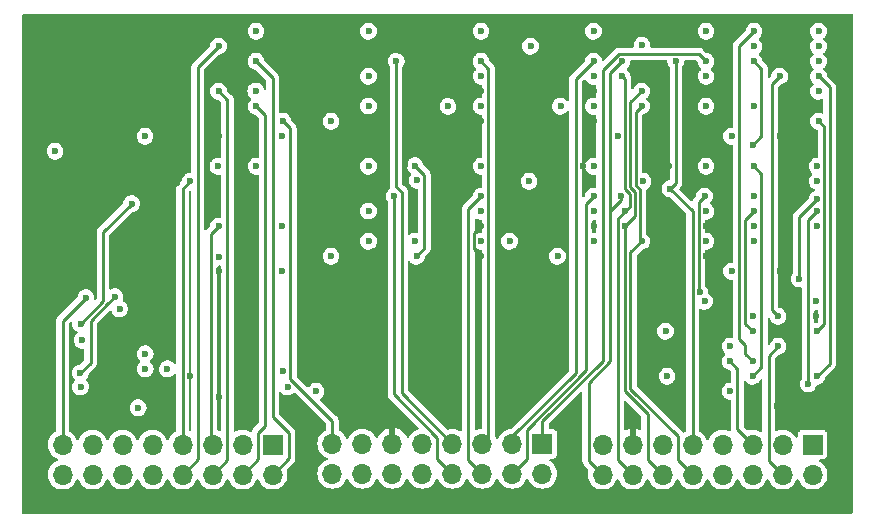
<source format=gbr>
%TF.GenerationSoftware,KiCad,Pcbnew,6.0.6-3a73a75311~116~ubuntu20.04.1*%
%TF.CreationDate,2022-07-29T20:39:59-07:00*%
%TF.ProjectId,ALUMux,414c554d-7578-42e6-9b69-6361645f7063,rev?*%
%TF.SameCoordinates,Original*%
%TF.FileFunction,Copper,L3,Inr*%
%TF.FilePolarity,Positive*%
%FSLAX46Y46*%
G04 Gerber Fmt 4.6, Leading zero omitted, Abs format (unit mm)*
G04 Created by KiCad (PCBNEW 6.0.6-3a73a75311~116~ubuntu20.04.1) date 2022-07-29 20:39:59*
%MOMM*%
%LPD*%
G01*
G04 APERTURE LIST*
%TA.AperFunction,ComponentPad*%
%ADD10R,1.700000X1.700000*%
%TD*%
%TA.AperFunction,ComponentPad*%
%ADD11O,1.700000X1.700000*%
%TD*%
%TA.AperFunction,ViaPad*%
%ADD12C,0.600000*%
%TD*%
%TA.AperFunction,Conductor*%
%ADD13C,0.250000*%
%TD*%
G04 APERTURE END LIST*
D10*
%TO.N,/OUT_RESULT7*%
%TO.C,J3*%
X186690000Y-141035000D03*
D11*
%TO.N,/OUT_RESULT6*%
X186690000Y-143575000D03*
%TO.N,/OUT_RESULT5*%
X184150000Y-141035000D03*
%TO.N,/OUT_RESULT4*%
X184150000Y-143575000D03*
%TO.N,/OUT_RESULT3*%
X181610000Y-141035000D03*
%TO.N,/OUT_RESULT2*%
X181610000Y-143575000D03*
%TO.N,/OUT_RESULT1*%
X179070000Y-141035000D03*
%TO.N,/OUT_RESULT0*%
X179070000Y-143575000D03*
%TO.N,/~{IN_L}*%
X176530000Y-141035000D03*
%TO.N,/IN_R0*%
X176530000Y-143575000D03*
%TO.N,/SWAP_NIBBLES*%
X173990000Y-141035000D03*
%TO.N,/IN_R1*%
X173990000Y-143575000D03*
%TO.N,0*%
X171450000Y-141035000D03*
%TO.N,/IN_R2*%
X171450000Y-143575000D03*
%TO.N,1*%
X168910000Y-141035000D03*
%TO.N,/IN_R3*%
X168910000Y-143575000D03*
%TD*%
D10*
%TO.N,/IN_ACC7*%
%TO.C,J2*%
X163815000Y-140970000D03*
D11*
%TO.N,/IN_ACC3*%
X163815000Y-143510000D03*
%TO.N,/IN_ACC6*%
X161275000Y-140970000D03*
%TO.N,/IN_ACC2*%
X161275000Y-143510000D03*
%TO.N,/IN_ACC5*%
X158735000Y-140970000D03*
%TO.N,/IN_ACC1*%
X158735000Y-143510000D03*
%TO.N,/IN_ACC4*%
X156195000Y-140970000D03*
%TO.N,/IN_ACC0*%
X156195000Y-143510000D03*
%TO.N,1*%
X153655000Y-140970000D03*
%TO.N,/OUT_RX_ID3*%
X153655000Y-143510000D03*
%TO.N,0*%
X151115000Y-140970000D03*
%TO.N,/OUT_RX_ID2*%
X151115000Y-143510000D03*
%TO.N,/OPB_IS_IMM*%
X148575000Y-140970000D03*
%TO.N,/OUT_RX_ID1*%
X148575000Y-143510000D03*
%TO.N,/IMM_HIGH*%
X146035000Y-140970000D03*
%TO.N,/OUT_RX_ID0*%
X146035000Y-143510000D03*
%TD*%
D10*
%TO.N,/IN_REGDATA3*%
%TO.C,J1*%
X140970000Y-141035000D03*
D11*
%TO.N,/IN_REGDATA7*%
X140970000Y-143575000D03*
%TO.N,/IN_REGDATA2*%
X138430000Y-141035000D03*
%TO.N,/IN_REGDATA6*%
X138430000Y-143575000D03*
%TO.N,/IN_REGDATA1*%
X135890000Y-141035000D03*
%TO.N,/IN_REGDATA5*%
X135890000Y-143575000D03*
%TO.N,/IN_REGDATA0*%
X133350000Y-141035000D03*
%TO.N,/IN_REGDATA4*%
X133350000Y-143575000D03*
%TO.N,/~{CARRY_WE}*%
X130810000Y-141035000D03*
%TO.N,/IN_IMMEDIATE3*%
X130810000Y-143575000D03*
%TO.N,/OUT_CARRY*%
X128270000Y-141035000D03*
%TO.N,/IN_IMMEDIATE2*%
X128270000Y-143575000D03*
%TO.N,/CHANGEOUT*%
X125730000Y-141035000D03*
%TO.N,/IN_IMMEDIATE1*%
X125730000Y-143575000D03*
%TO.N,/CLK*%
X123190000Y-141035000D03*
%TO.N,/IN_IMMEDIATE0*%
X123190000Y-143575000D03*
%TD*%
D12*
%TO.N,0*%
X185127500Y-132704500D03*
X175641000Y-133223000D03*
X178308000Y-138938000D03*
X152781000Y-109855000D03*
X127381000Y-134366000D03*
X133985000Y-135255000D03*
X165481000Y-122555000D03*
X168148000Y-122555000D03*
X170942000Y-138557000D03*
X158369000Y-133223000D03*
X156718000Y-130937000D03*
X184025621Y-106679876D03*
X167248500Y-117475000D03*
X184912000Y-119634000D03*
%TO.N,/ADDOUT7*%
X187198000Y-113665000D03*
%TO.N,/ADDOUT0*%
X181610000Y-131445000D03*
X181737000Y-121285000D03*
%TO.N,/ADD_LEFT2*%
X187071000Y-120269000D03*
X185547000Y-127000000D03*
%TO.N,/IN_ACC3*%
X177154500Y-128143000D03*
X177546000Y-120015000D03*
%TO.N,/ADD_RIGHT2*%
X187071500Y-118745000D03*
X165100000Y-125095000D03*
%TO.N,0*%
X166370000Y-142240000D03*
X143510000Y-142367000D03*
%TO.N,/ADD_RIGHT1*%
X153162000Y-125095000D03*
X153030498Y-117415110D03*
%TO.N,1*%
X168148000Y-121285000D03*
X177673000Y-112395000D03*
X139573000Y-117475000D03*
X177673000Y-109855000D03*
X187198000Y-106045000D03*
X177673000Y-121285000D03*
X168148000Y-117475000D03*
X186944000Y-128905000D03*
X158623000Y-121285000D03*
X177673000Y-123825000D03*
X158623000Y-117475000D03*
X168148000Y-106045000D03*
X168148000Y-123825000D03*
X168148000Y-109855000D03*
X158623000Y-123825000D03*
X130175000Y-114935000D03*
X149098000Y-112384500D03*
X139573000Y-106045000D03*
X158623000Y-112394500D03*
X168148000Y-112395000D03*
X149098000Y-121274500D03*
X177673000Y-106045000D03*
X187071000Y-117475000D03*
X177673000Y-117475000D03*
X128016000Y-129540000D03*
X149098000Y-106045000D03*
X177546000Y-128905000D03*
X158623000Y-106045000D03*
X158623000Y-109855000D03*
X149098000Y-123825000D03*
X149098000Y-109855000D03*
X149098000Y-117475000D03*
%TO.N,0*%
X186944000Y-130175000D03*
X168148000Y-113665000D03*
X145923000Y-117475000D03*
X130302000Y-127762000D03*
X138557000Y-114808000D03*
X174498000Y-117475000D03*
X150241000Y-139192000D03*
X149860000Y-129413000D03*
X130302000Y-123825000D03*
X149098000Y-113665000D03*
X174371000Y-106045000D03*
X145923000Y-114935000D03*
X164973000Y-106045000D03*
X152146000Y-117348000D03*
X136398000Y-137033000D03*
X181483000Y-137795000D03*
X183896000Y-126365000D03*
X122428000Y-118745000D03*
X183896000Y-114935000D03*
X174498000Y-126365000D03*
X126111000Y-120396000D03*
X124714000Y-137160000D03*
X152781000Y-130302000D03*
X183652500Y-137795000D03*
X139573000Y-118745000D03*
X177673000Y-122555000D03*
X136398000Y-114935000D03*
X139065000Y-123698000D03*
X174371000Y-137795000D03*
X174371000Y-114935000D03*
X122428000Y-123825000D03*
X155448000Y-114935000D03*
X158623000Y-113665000D03*
X177673000Y-113665000D03*
X146050000Y-130683000D03*
X145923000Y-126365000D03*
X155448000Y-117475000D03*
X155448000Y-126365000D03*
X136398000Y-126365000D03*
X158623000Y-125095000D03*
X149098000Y-111125000D03*
X164973000Y-126365000D03*
X162433000Y-129540000D03*
X145923000Y-106045000D03*
X122555000Y-126365000D03*
X177673000Y-125095000D03*
X164973000Y-117475000D03*
X177546000Y-130175000D03*
X177673000Y-111125000D03*
X155448000Y-106045000D03*
X130302000Y-118745000D03*
X158623000Y-111114500D03*
X149098000Y-125095000D03*
X164973000Y-114935000D03*
X149098000Y-122555000D03*
X130175000Y-117475000D03*
X162306000Y-132588000D03*
X132842000Y-118872000D03*
X168148000Y-111125000D03*
X139573000Y-107315000D03*
X158623000Y-122544500D03*
%TO.N,/IN_ACC0*%
X151257000Y-120025500D03*
%TO.N,/IN_REGDATA0*%
X133999778Y-118745000D03*
%TO.N,/IN_ACC1*%
X158623500Y-120025500D03*
%TO.N,/IN_REGDATA1*%
X136397500Y-122555000D03*
%TO.N,/IN_ACC2*%
X168148000Y-120015000D03*
%TO.N,/IN_ACC4*%
X151434800Y-108595500D03*
%TO.N,/IN_REGDATA4*%
X136398000Y-107315000D03*
%TO.N,/IN_ACC5*%
X158623000Y-108585000D03*
%TO.N,/IN_REGDATA5*%
X136398000Y-111125000D03*
%TO.N,/IN_ACC6*%
X168148000Y-108585000D03*
%TO.N,/IN_REGDATA6*%
X139573000Y-112395000D03*
%TO.N,/IN_ACC7*%
X177673000Y-108584500D03*
%TO.N,/IN_REGDATA7*%
X139573000Y-108585000D03*
%TO.N,/IN_R3*%
X170504502Y-120015000D03*
X170561000Y-108585000D03*
%TO.N,/IN_R2*%
X170561000Y-109855000D03*
X170815000Y-121285000D03*
%TO.N,/IN_R1*%
X172212000Y-111125000D03*
X170815000Y-122555000D03*
%TO.N,/IN_R0*%
X172212000Y-112395000D03*
X172212000Y-123825000D03*
%TO.N,/OUT_RESULT4*%
X183769000Y-132715000D03*
%TO.N,/OPB_IS_IMM*%
X136347200Y-117485500D03*
X144653000Y-136525000D03*
%TO.N,/OUT_RESULT3*%
X179705000Y-133985000D03*
%TO.N,/IN_IMMEDIATE0*%
X124714000Y-130810000D03*
X129032000Y-120650000D03*
%TO.N,/IN_IMMEDIATE1*%
X127635000Y-128524000D03*
X124704211Y-134985389D03*
%TO.N,/IN_IMMEDIATE2*%
X130185500Y-134620000D03*
X132069500Y-134620000D03*
%TO.N,/~{IN_L}*%
X174625000Y-119380124D03*
X175105000Y-108584500D03*
%TO.N,/OUT_RX_ID0*%
X141849000Y-134846400D03*
X124841000Y-132207000D03*
%TO.N,/OUT_CARRY*%
X122555000Y-116205000D03*
%TO.N,/OUT_RX_ID1*%
X124714500Y-136144698D03*
X142240000Y-136144000D03*
%TO.N,/IMM_HIGH*%
X141859000Y-113665000D03*
%TO.N,/OUT_RX_ID2*%
X129590800Y-137922000D03*
%TO.N,/CLK*%
X125155589Y-128590411D03*
%TO.N,/OUT_RX_ID3*%
X130185500Y-133350000D03*
%TO.N,/ADDOUT1*%
X181610000Y-135255000D03*
X181737000Y-117475000D03*
%TO.N,/ADD_LEFT1*%
X181737000Y-120015000D03*
X161036000Y-123825500D03*
%TO.N,/ADD_LEFT0*%
X153030498Y-123825000D03*
X181737000Y-122555000D03*
%TO.N,/ADD_RIGHT0*%
X145923000Y-125095000D03*
X181737000Y-123825000D03*
%TO.N,/ADD_LEFT3*%
X187071500Y-122555000D03*
X179832000Y-126365000D03*
%TO.N,/ADDOUT2*%
X187071500Y-121285000D03*
X186319000Y-135900000D03*
%TO.N,/ADDOUT5*%
X174371000Y-135255000D03*
X181737000Y-106045000D03*
X181610000Y-133985000D03*
%TO.N,/ADD_RIGHT5*%
X155829000Y-112405500D03*
X181737000Y-107315000D03*
%TO.N,/ADD_LEFT5*%
X181610000Y-115707500D03*
X181737000Y-108585000D03*
%TO.N,/ADDOUT4*%
X183769000Y-130175000D03*
X181610000Y-130175000D03*
X174244000Y-131445000D03*
X183896000Y-109857911D03*
%TO.N,/ADD_RIGHT4*%
X181737000Y-112415500D03*
X145923000Y-113665000D03*
%TO.N,/ADDOUT7*%
X179705000Y-132715000D03*
X187071000Y-131445000D03*
%TO.N,/ADD_LEFT7*%
X179832000Y-114935000D03*
X187198000Y-111125000D03*
%TO.N,/ADDOUT6*%
X187198000Y-109855000D03*
X187071000Y-135255000D03*
X179705000Y-136525000D03*
%TO.N,/ADD_LEFT6*%
X170190500Y-114935000D03*
X187198000Y-108585000D03*
%TO.N,/ADD_RIGHT6*%
X187198000Y-107315000D03*
X165354000Y-112395000D03*
%TO.N,/OPB1*%
X153202788Y-118664610D03*
X136398500Y-125171200D03*
%TO.N,/OPB2*%
X141732000Y-126365000D03*
X162687000Y-118745000D03*
%TO.N,/OPB3*%
X141732000Y-122555000D03*
X172339500Y-118745500D03*
%TO.N,/OPB6*%
X162814000Y-107315000D03*
X141732000Y-114935000D03*
%TO.N,/OPB7*%
X172252439Y-107234261D03*
X139547600Y-111099600D03*
%TD*%
D13*
%TO.N,/IN_IMMEDIATE1*%
X127635000Y-128524000D02*
X127069000Y-129090000D01*
X127069000Y-129090000D02*
X127069000Y-129091396D01*
X127069000Y-129091396D02*
X125577600Y-130582796D01*
X125577600Y-130582796D02*
X125577600Y-134112000D01*
X125577600Y-134112000D02*
X124704211Y-134985389D01*
%TO.N,/CLK*%
X125155589Y-128590411D02*
X123190000Y-130556000D01*
X123190000Y-130556000D02*
X123190000Y-141035000D01*
%TO.N,/IN_ACC3*%
X177154500Y-128143000D02*
X177048000Y-128036500D01*
X177048000Y-120513000D02*
X177546000Y-120015000D01*
X177048000Y-128036500D02*
X177048000Y-120513000D01*
%TO.N,/IN_ACC1*%
X158623500Y-120025500D02*
X157560000Y-121089000D01*
X157560000Y-121089000D02*
X157560000Y-122805200D01*
X157560000Y-122805200D02*
X157548000Y-122817200D01*
X157548000Y-122817200D02*
X157548000Y-142323000D01*
X157548000Y-142323000D02*
X158735000Y-143510000D01*
%TO.N,0*%
X158623000Y-122544500D02*
X157998000Y-123169500D01*
X157998000Y-123169500D02*
X157998000Y-124470000D01*
X157998000Y-124470000D02*
X158623000Y-125095000D01*
%TO.N,/ADDOUT6*%
X187198000Y-109855000D02*
X188146000Y-110803000D01*
X188146000Y-110803000D02*
X188146000Y-134180000D01*
X188146000Y-134180000D02*
X187071000Y-135255000D01*
%TO.N,/ADDOUT7*%
X187198000Y-113665000D02*
X187696000Y-114163000D01*
X187696000Y-114163000D02*
X187696000Y-130820000D01*
X187696000Y-130820000D02*
X187071000Y-131445000D01*
%TO.N,/ADDOUT0*%
X180975000Y-130810000D02*
X181610000Y-131445000D01*
X180975000Y-122047000D02*
X180975000Y-130810000D01*
%TO.N,/ADDOUT5*%
X181737000Y-106045000D02*
X180467000Y-107315000D01*
X180467000Y-107315000D02*
X180467000Y-132080000D01*
X180467000Y-132080000D02*
X180985000Y-132598000D01*
X180985000Y-132598000D02*
X180985000Y-133360000D01*
X180985000Y-133360000D02*
X181610000Y-133985000D01*
%TO.N,/ADDOUT0*%
X180975000Y-122047000D02*
X181737000Y-121285000D01*
%TO.N,/ADD_LEFT2*%
X185547000Y-121793000D02*
X187071000Y-120269000D01*
X185547000Y-127000000D02*
X185547000Y-121793000D01*
%TO.N,/IN_R1*%
X170815000Y-122555000D02*
X170815000Y-136526396D01*
X170815000Y-136526396D02*
X172720000Y-138431396D01*
X172720000Y-138431396D02*
X172720000Y-142305000D01*
X172720000Y-142305000D02*
X173990000Y-143575000D01*
%TO.N,/IN_ACC6*%
X166624000Y-110109000D02*
X168148000Y-108585000D01*
X161275000Y-140350000D02*
X166624000Y-135001000D01*
X166624000Y-135001000D02*
X166624000Y-110109000D01*
%TO.N,/IN_R3*%
X169545000Y-121285000D02*
X169545000Y-133989188D01*
X169545000Y-133989188D02*
X167735000Y-135799188D01*
X167735000Y-135799188D02*
X167735000Y-142400000D01*
X167735000Y-142400000D02*
X168910000Y-143575000D01*
%TO.N,/ADD_RIGHT1*%
X153030498Y-117415110D02*
X153827788Y-118212400D01*
X153827788Y-118212400D02*
X153827788Y-124429212D01*
X153827788Y-124429212D02*
X153162000Y-125095000D01*
%TO.N,/IN_ACC0*%
X156195000Y-143510000D02*
X154920722Y-142235722D01*
X154920722Y-142235722D02*
X154920722Y-140442722D01*
X151257000Y-136779000D02*
X151257000Y-120025500D01*
X154920722Y-140442722D02*
X151257000Y-136779000D01*
%TO.N,/IN_REGDATA0*%
X133350000Y-119394778D02*
X133999778Y-118745000D01*
X133350000Y-141035000D02*
X133350000Y-119394778D01*
%TO.N,/IN_REGDATA1*%
X135773500Y-123179000D02*
X136397500Y-122555000D01*
X135773500Y-140918500D02*
X135773500Y-123179000D01*
%TO.N,/IN_ACC2*%
X168148000Y-120015000D02*
X167523000Y-120640000D01*
X162489698Y-142295302D02*
X161275000Y-143510000D01*
X167523000Y-134738396D02*
X162489698Y-139771698D01*
X162489698Y-139771698D02*
X162489698Y-142295302D01*
X167523000Y-120640000D02*
X167523000Y-134738396D01*
%TO.N,/IN_ACC4*%
X151892000Y-136667000D02*
X156195000Y-140970000D01*
X151434800Y-119227600D02*
X151892000Y-119684800D01*
X151434800Y-108595500D02*
X151434800Y-119227600D01*
X151892000Y-119684800D02*
X151892000Y-136667000D01*
%TO.N,/IN_REGDATA4*%
X134624278Y-142300722D02*
X134624278Y-109088722D01*
X133350000Y-143575000D02*
X134624278Y-142300722D01*
X136398000Y-107315000D02*
X134624278Y-109088722D01*
%TO.N,/IN_ACC5*%
X159248000Y-109210000D02*
X159248000Y-140457000D01*
X158623000Y-108585000D02*
X159248000Y-109210000D01*
X159248000Y-140457000D02*
X158735000Y-140970000D01*
%TO.N,/IN_REGDATA5*%
X135890000Y-143575000D02*
X137150000Y-142315000D01*
X137150000Y-142315000D02*
X137150000Y-111877000D01*
X137150000Y-111877000D02*
X136398000Y-111125000D01*
%TO.N,/IN_REGDATA6*%
X139704278Y-142300722D02*
X139704278Y-140076722D01*
X139704278Y-140076722D02*
X140335000Y-139446000D01*
X140335000Y-139446000D02*
X140335000Y-113157000D01*
X140335000Y-113157000D02*
X139573000Y-112395000D01*
X138430000Y-143575000D02*
X139704278Y-142300722D01*
%TO.N,/IN_ACC7*%
X163815000Y-140970000D02*
X163815000Y-139082792D01*
X177048000Y-107959500D02*
X177673000Y-108584500D01*
X170302616Y-107959500D02*
X177048000Y-107959500D01*
X168910000Y-109352116D02*
X170302616Y-107959500D01*
X163815000Y-139082792D02*
X168910000Y-133987792D01*
X168910000Y-133987792D02*
X168910000Y-109352116D01*
%TO.N,/IN_REGDATA7*%
X140970000Y-109982000D02*
X140970000Y-138684000D01*
X140970000Y-138684000D02*
X142367000Y-140081000D01*
X142367000Y-142178000D02*
X140970000Y-143575000D01*
X142367000Y-140081000D02*
X142367000Y-142178000D01*
X139573000Y-108585000D02*
X140970000Y-109982000D01*
%TO.N,/IN_R3*%
X170504502Y-120015000D02*
X170504502Y-120325498D01*
X170504502Y-120325498D02*
X169545000Y-121285000D01*
X169545000Y-121285000D02*
X169545000Y-109601000D01*
X169545000Y-109601000D02*
X170561000Y-108585000D01*
%TO.N,/IN_R2*%
X171196000Y-120904000D02*
X170815000Y-121285000D01*
X171450000Y-143575000D02*
X170180000Y-142305000D01*
X170561000Y-109855000D02*
X170815000Y-110109000D01*
X170180000Y-121920000D02*
X170815000Y-121285000D01*
X170815000Y-110109000D02*
X170815000Y-119441614D01*
X170815000Y-119441614D02*
X171196000Y-119822614D01*
X170180000Y-142305000D02*
X170180000Y-121920000D01*
X171196000Y-119822614D02*
X171196000Y-120904000D01*
%TO.N,/IN_R1*%
X171646000Y-121724000D02*
X170815000Y-122555000D01*
X172212000Y-111125000D02*
X171265000Y-112072000D01*
X171646000Y-119636218D02*
X171646000Y-121724000D01*
X171265000Y-112072000D02*
X171265000Y-119255218D01*
X171265000Y-119255218D02*
X171646000Y-119636218D01*
%TO.N,/IN_R0*%
X172212000Y-112395000D02*
X171715000Y-112892000D01*
X172212000Y-123825000D02*
X171265000Y-124772000D01*
X175260000Y-140335000D02*
X175260000Y-142305000D01*
X172096000Y-119449822D02*
X172096000Y-123709000D01*
X171715000Y-112892000D02*
X171715000Y-119068822D01*
X171265000Y-124772000D02*
X171265000Y-136340000D01*
X171265000Y-136340000D02*
X175260000Y-140335000D01*
X171715000Y-119068822D02*
X172096000Y-119449822D01*
X172096000Y-123709000D02*
X172212000Y-123825000D01*
X175260000Y-142305000D02*
X176530000Y-143575000D01*
%TO.N,/OUT_RESULT4*%
X182975000Y-133509000D02*
X182975000Y-142400000D01*
X182975000Y-142400000D02*
X184150000Y-143575000D01*
X183769000Y-132715000D02*
X182975000Y-133509000D01*
%TO.N,/OUT_RESULT3*%
X179705000Y-133985000D02*
X180330000Y-134610000D01*
X180330000Y-134610000D02*
X180330000Y-139755000D01*
X180330000Y-139755000D02*
X181610000Y-141035000D01*
%TO.N,/IN_IMMEDIATE0*%
X124714000Y-130810000D02*
X126619000Y-128905000D01*
X126619000Y-128905000D02*
X126619000Y-123063000D01*
X126619000Y-123063000D02*
X129032000Y-120650000D01*
%TO.N,/~{IN_L}*%
X175105000Y-108584500D02*
X175123000Y-108602500D01*
X174625000Y-119380124D02*
X176530000Y-121285124D01*
X175123000Y-108602500D02*
X175123000Y-118882124D01*
X175123000Y-118882124D02*
X174625000Y-119380124D01*
X176530000Y-121285124D02*
X176530000Y-141035000D01*
%TO.N,/IMM_HIGH*%
X142473500Y-114279500D02*
X142473500Y-135488500D01*
X146035000Y-139050000D02*
X146035000Y-140970000D01*
X141859000Y-113665000D02*
X142473500Y-114279500D01*
X142473500Y-135488500D02*
X146035000Y-139050000D01*
%TO.N,/ADDOUT1*%
X182362000Y-134503000D02*
X182362000Y-118100000D01*
X182362000Y-118100000D02*
X181737000Y-117475000D01*
X181610000Y-135255000D02*
X182362000Y-134503000D01*
%TO.N,/ADDOUT2*%
X186309000Y-122047500D02*
X186309000Y-135890000D01*
X186309000Y-135890000D02*
X186319000Y-135900000D01*
X187071500Y-121285000D02*
X186309000Y-122047500D01*
%TO.N,/ADD_LEFT5*%
X182362000Y-109210000D02*
X181737000Y-108585000D01*
X182362000Y-114955500D02*
X182362000Y-109210000D01*
X181610000Y-115707500D02*
X182362000Y-114955500D01*
%TO.N,/ADDOUT4*%
X183271000Y-129677000D02*
X183769000Y-130175000D01*
X183271000Y-110482911D02*
X183271000Y-129677000D01*
X183896000Y-109857911D02*
X183271000Y-110482911D01*
%TD*%
%TA.AperFunction,Conductor*%
%TO.N,0*%
G36*
X190051631Y-104566113D02*
G01*
X190088176Y-104616413D01*
X190093100Y-104647500D01*
X190093100Y-146812500D01*
X190073887Y-146871631D01*
X190023587Y-146908176D01*
X189992500Y-146913100D01*
X119887500Y-146913100D01*
X119828369Y-146893887D01*
X119791824Y-146843587D01*
X119786900Y-146812500D01*
X119786900Y-143575000D01*
X121928299Y-143575000D01*
X121947467Y-143794092D01*
X122004389Y-144006527D01*
X122097335Y-144205850D01*
X122099854Y-144209447D01*
X122180143Y-144324112D01*
X122223481Y-144386006D01*
X122378994Y-144541519D01*
X122382588Y-144544036D01*
X122382591Y-144544038D01*
X122462722Y-144600146D01*
X122559149Y-144667665D01*
X122758473Y-144760611D01*
X122893221Y-144796717D01*
X122966660Y-144816395D01*
X122966663Y-144816395D01*
X122970908Y-144817533D01*
X123190000Y-144836701D01*
X123409092Y-144817533D01*
X123413337Y-144816395D01*
X123413340Y-144816395D01*
X123486779Y-144796717D01*
X123621527Y-144760611D01*
X123820851Y-144667665D01*
X123917278Y-144600146D01*
X123997409Y-144544038D01*
X123997412Y-144544036D01*
X124001006Y-144541519D01*
X124156519Y-144386006D01*
X124199858Y-144324112D01*
X124280146Y-144209447D01*
X124282665Y-144205850D01*
X124368826Y-144021078D01*
X124411228Y-143975608D01*
X124472260Y-143963745D01*
X124528609Y-143990021D01*
X124551174Y-144021078D01*
X124637335Y-144205850D01*
X124639854Y-144209447D01*
X124720143Y-144324112D01*
X124763481Y-144386006D01*
X124918994Y-144541519D01*
X124922588Y-144544036D01*
X124922591Y-144544038D01*
X125002722Y-144600146D01*
X125099149Y-144667665D01*
X125298473Y-144760611D01*
X125433221Y-144796717D01*
X125506660Y-144816395D01*
X125506663Y-144816395D01*
X125510908Y-144817533D01*
X125730000Y-144836701D01*
X125949092Y-144817533D01*
X125953337Y-144816395D01*
X125953340Y-144816395D01*
X126026779Y-144796717D01*
X126161527Y-144760611D01*
X126360851Y-144667665D01*
X126457278Y-144600146D01*
X126537409Y-144544038D01*
X126537412Y-144544036D01*
X126541006Y-144541519D01*
X126696519Y-144386006D01*
X126739858Y-144324112D01*
X126820146Y-144209447D01*
X126822665Y-144205850D01*
X126908826Y-144021078D01*
X126951228Y-143975608D01*
X127012260Y-143963745D01*
X127068609Y-143990021D01*
X127091174Y-144021078D01*
X127177335Y-144205850D01*
X127179854Y-144209447D01*
X127260143Y-144324112D01*
X127303481Y-144386006D01*
X127458994Y-144541519D01*
X127462588Y-144544036D01*
X127462591Y-144544038D01*
X127542722Y-144600146D01*
X127639149Y-144667665D01*
X127838473Y-144760611D01*
X127973221Y-144796717D01*
X128046660Y-144816395D01*
X128046663Y-144816395D01*
X128050908Y-144817533D01*
X128270000Y-144836701D01*
X128489092Y-144817533D01*
X128493337Y-144816395D01*
X128493340Y-144816395D01*
X128566779Y-144796717D01*
X128701527Y-144760611D01*
X128900851Y-144667665D01*
X128997278Y-144600146D01*
X129077409Y-144544038D01*
X129077412Y-144544036D01*
X129081006Y-144541519D01*
X129236519Y-144386006D01*
X129279858Y-144324112D01*
X129360146Y-144209447D01*
X129362665Y-144205850D01*
X129448826Y-144021078D01*
X129491228Y-143975608D01*
X129552260Y-143963745D01*
X129608609Y-143990021D01*
X129631174Y-144021078D01*
X129717335Y-144205850D01*
X129719854Y-144209447D01*
X129800143Y-144324112D01*
X129843481Y-144386006D01*
X129998994Y-144541519D01*
X130002588Y-144544036D01*
X130002591Y-144544038D01*
X130082722Y-144600146D01*
X130179149Y-144667665D01*
X130378473Y-144760611D01*
X130513221Y-144796717D01*
X130586660Y-144816395D01*
X130586663Y-144816395D01*
X130590908Y-144817533D01*
X130810000Y-144836701D01*
X131029092Y-144817533D01*
X131033337Y-144816395D01*
X131033340Y-144816395D01*
X131106779Y-144796717D01*
X131241527Y-144760611D01*
X131440851Y-144667665D01*
X131537278Y-144600146D01*
X131617409Y-144544038D01*
X131617412Y-144544036D01*
X131621006Y-144541519D01*
X131776519Y-144386006D01*
X131819858Y-144324112D01*
X131900146Y-144209447D01*
X131902665Y-144205850D01*
X131988826Y-144021078D01*
X132031228Y-143975608D01*
X132092260Y-143963745D01*
X132148609Y-143990021D01*
X132171174Y-144021078D01*
X132257335Y-144205850D01*
X132259854Y-144209447D01*
X132340143Y-144324112D01*
X132383481Y-144386006D01*
X132538994Y-144541519D01*
X132542588Y-144544036D01*
X132542591Y-144544038D01*
X132622722Y-144600146D01*
X132719149Y-144667665D01*
X132918473Y-144760611D01*
X133053221Y-144796717D01*
X133126660Y-144816395D01*
X133126663Y-144816395D01*
X133130908Y-144817533D01*
X133350000Y-144836701D01*
X133569092Y-144817533D01*
X133573337Y-144816395D01*
X133573340Y-144816395D01*
X133646779Y-144796717D01*
X133781527Y-144760611D01*
X133980851Y-144667665D01*
X134077278Y-144600146D01*
X134157409Y-144544038D01*
X134157412Y-144544036D01*
X134161006Y-144541519D01*
X134316519Y-144386006D01*
X134359858Y-144324112D01*
X134440146Y-144209447D01*
X134442665Y-144205850D01*
X134528826Y-144021078D01*
X134571228Y-143975608D01*
X134632260Y-143963745D01*
X134688609Y-143990021D01*
X134711174Y-144021078D01*
X134797335Y-144205850D01*
X134799854Y-144209447D01*
X134880143Y-144324112D01*
X134923481Y-144386006D01*
X135078994Y-144541519D01*
X135082588Y-144544036D01*
X135082591Y-144544038D01*
X135162722Y-144600146D01*
X135259149Y-144667665D01*
X135458473Y-144760611D01*
X135593221Y-144796717D01*
X135666660Y-144816395D01*
X135666663Y-144816395D01*
X135670908Y-144817533D01*
X135890000Y-144836701D01*
X136109092Y-144817533D01*
X136113337Y-144816395D01*
X136113340Y-144816395D01*
X136186779Y-144796717D01*
X136321527Y-144760611D01*
X136520851Y-144667665D01*
X136617278Y-144600146D01*
X136697409Y-144544038D01*
X136697412Y-144544036D01*
X136701006Y-144541519D01*
X136856519Y-144386006D01*
X136899858Y-144324112D01*
X136980146Y-144209447D01*
X136982665Y-144205850D01*
X137068826Y-144021078D01*
X137111228Y-143975608D01*
X137172260Y-143963745D01*
X137228609Y-143990021D01*
X137251174Y-144021078D01*
X137337335Y-144205850D01*
X137339854Y-144209447D01*
X137420143Y-144324112D01*
X137463481Y-144386006D01*
X137618994Y-144541519D01*
X137622588Y-144544036D01*
X137622591Y-144544038D01*
X137702722Y-144600146D01*
X137799149Y-144667665D01*
X137998473Y-144760611D01*
X138133221Y-144796717D01*
X138206660Y-144816395D01*
X138206663Y-144816395D01*
X138210908Y-144817533D01*
X138430000Y-144836701D01*
X138649092Y-144817533D01*
X138653337Y-144816395D01*
X138653340Y-144816395D01*
X138726779Y-144796717D01*
X138861527Y-144760611D01*
X139060851Y-144667665D01*
X139157278Y-144600146D01*
X139237409Y-144544038D01*
X139237412Y-144544036D01*
X139241006Y-144541519D01*
X139396519Y-144386006D01*
X139439858Y-144324112D01*
X139520146Y-144209447D01*
X139522665Y-144205850D01*
X139608826Y-144021078D01*
X139651228Y-143975608D01*
X139712260Y-143963745D01*
X139768609Y-143990021D01*
X139791174Y-144021078D01*
X139877335Y-144205850D01*
X139879854Y-144209447D01*
X139960143Y-144324112D01*
X140003481Y-144386006D01*
X140158994Y-144541519D01*
X140162588Y-144544036D01*
X140162591Y-144544038D01*
X140242722Y-144600146D01*
X140339149Y-144667665D01*
X140538473Y-144760611D01*
X140673221Y-144796717D01*
X140746660Y-144816395D01*
X140746663Y-144816395D01*
X140750908Y-144817533D01*
X140970000Y-144836701D01*
X141189092Y-144817533D01*
X141193337Y-144816395D01*
X141193340Y-144816395D01*
X141266779Y-144796717D01*
X141401527Y-144760611D01*
X141600851Y-144667665D01*
X141697278Y-144600146D01*
X141777409Y-144544038D01*
X141777412Y-144544036D01*
X141781006Y-144541519D01*
X141936519Y-144386006D01*
X141979858Y-144324112D01*
X142060146Y-144209447D01*
X142062665Y-144205850D01*
X142155611Y-144006527D01*
X142212533Y-143794092D01*
X142231701Y-143575000D01*
X142212533Y-143355908D01*
X142196290Y-143295289D01*
X142170250Y-143198105D01*
X142173504Y-143136016D01*
X142196287Y-143100933D01*
X142733173Y-142564047D01*
X142736214Y-142561131D01*
X142775643Y-142524874D01*
X142780689Y-142520234D01*
X142784754Y-142513679D01*
X142803371Y-142483651D01*
X142808733Y-142475850D01*
X142834755Y-142441567D01*
X142839814Y-142428791D01*
X142840797Y-142426307D01*
X142848832Y-142410330D01*
X142853870Y-142402204D01*
X142857483Y-142396377D01*
X142859396Y-142389793D01*
X142859398Y-142389788D01*
X142869491Y-142355048D01*
X142872561Y-142346081D01*
X142885877Y-142312448D01*
X142888403Y-142306069D01*
X142889388Y-142296701D01*
X142890119Y-142289741D01*
X142893562Y-142272192D01*
X142894935Y-142267467D01*
X142898141Y-142256432D01*
X142898900Y-142246097D01*
X142898900Y-142211470D01*
X142899451Y-142200955D01*
X142901727Y-142179300D01*
X142903636Y-142161136D01*
X142900309Y-142141465D01*
X142898900Y-142124689D01*
X142898900Y-140095055D01*
X142898988Y-140090843D01*
X142901231Y-140037320D01*
X142901518Y-140030473D01*
X142898460Y-140017432D01*
X142891690Y-139988572D01*
X142889963Y-139979252D01*
X142885933Y-139949831D01*
X142884123Y-139936617D01*
X142880224Y-139927606D01*
X142878351Y-139923279D01*
X142877601Y-139921546D01*
X142871987Y-139904572D01*
X142868239Y-139888592D01*
X142847507Y-139850881D01*
X142843339Y-139842372D01*
X142839905Y-139834436D01*
X142826246Y-139802871D01*
X142815918Y-139790116D01*
X142805941Y-139775270D01*
X142800575Y-139765510D01*
X142798033Y-139760886D01*
X142791262Y-139753042D01*
X142766773Y-139728553D01*
X142759727Y-139720727D01*
X142734534Y-139689616D01*
X142726051Y-139683587D01*
X142718269Y-139678057D01*
X142705410Y-139667190D01*
X141531365Y-138493145D01*
X141503139Y-138437747D01*
X141501900Y-138422010D01*
X141501900Y-136643156D01*
X141521113Y-136584025D01*
X141571413Y-136547480D01*
X141633587Y-136547480D01*
X141685998Y-136587045D01*
X141700950Y-136609296D01*
X141827499Y-136724446D01*
X141977861Y-136806086D01*
X141983731Y-136807626D01*
X142137491Y-136847965D01*
X142137493Y-136847965D01*
X142143358Y-136849504D01*
X142223428Y-136850762D01*
X142308370Y-136852096D01*
X142308372Y-136852096D01*
X142314434Y-136852191D01*
X142320345Y-136850837D01*
X142320347Y-136850837D01*
X142475303Y-136815348D01*
X142475306Y-136815347D01*
X142481213Y-136813994D01*
X142634066Y-136737117D01*
X142744484Y-136642811D01*
X142801925Y-136619018D01*
X142862381Y-136633532D01*
X142880953Y-136648173D01*
X145473635Y-139240855D01*
X145501861Y-139296253D01*
X145503100Y-139311990D01*
X145503100Y-139767104D01*
X145483887Y-139826235D01*
X145445016Y-139858278D01*
X145408136Y-139875476D01*
X145408133Y-139875478D01*
X145404150Y-139877335D01*
X145332355Y-139927606D01*
X145227591Y-140000962D01*
X145227588Y-140000964D01*
X145223994Y-140003481D01*
X145068481Y-140158994D01*
X145065964Y-140162588D01*
X145065962Y-140162591D01*
X145022968Y-140223994D01*
X144942335Y-140339150D01*
X144849389Y-140538473D01*
X144792467Y-140750908D01*
X144773299Y-140970000D01*
X144792467Y-141189092D01*
X144793605Y-141193337D01*
X144793605Y-141193340D01*
X144808126Y-141247531D01*
X144849389Y-141401527D01*
X144942335Y-141600850D01*
X144984023Y-141660387D01*
X145061667Y-141771274D01*
X145068481Y-141781006D01*
X145223994Y-141936519D01*
X145227588Y-141939036D01*
X145227591Y-141939038D01*
X145285270Y-141979425D01*
X145404149Y-142062665D01*
X145525149Y-142119088D01*
X145588920Y-142148825D01*
X145634392Y-142191228D01*
X145646255Y-142252260D01*
X145619979Y-142308609D01*
X145588922Y-142331174D01*
X145404150Y-142417335D01*
X145325444Y-142472445D01*
X145227591Y-142540962D01*
X145227588Y-142540964D01*
X145223994Y-142543481D01*
X145068481Y-142698994D01*
X145065964Y-142702588D01*
X145065962Y-142702591D01*
X145022968Y-142763994D01*
X144942335Y-142879150D01*
X144849389Y-143078473D01*
X144792467Y-143290908D01*
X144773299Y-143510000D01*
X144792467Y-143729092D01*
X144849389Y-143941527D01*
X144942335Y-144140850D01*
X145068481Y-144321006D01*
X145223994Y-144476519D01*
X145227588Y-144479036D01*
X145227591Y-144479038D01*
X145312388Y-144538413D01*
X145404149Y-144602665D01*
X145603473Y-144695611D01*
X145738221Y-144731717D01*
X145811660Y-144751395D01*
X145811663Y-144751395D01*
X145815908Y-144752533D01*
X146035000Y-144771701D01*
X146254092Y-144752533D01*
X146258337Y-144751395D01*
X146258340Y-144751395D01*
X146331779Y-144731717D01*
X146466527Y-144695611D01*
X146665851Y-144602665D01*
X146757612Y-144538413D01*
X146842409Y-144479038D01*
X146842412Y-144479036D01*
X146846006Y-144476519D01*
X147001519Y-144321006D01*
X147127665Y-144140850D01*
X147213826Y-143956078D01*
X147256228Y-143910608D01*
X147317260Y-143898745D01*
X147373609Y-143925021D01*
X147396174Y-143956078D01*
X147482335Y-144140850D01*
X147608481Y-144321006D01*
X147763994Y-144476519D01*
X147767588Y-144479036D01*
X147767591Y-144479038D01*
X147852388Y-144538413D01*
X147944149Y-144602665D01*
X148143473Y-144695611D01*
X148278221Y-144731717D01*
X148351660Y-144751395D01*
X148351663Y-144751395D01*
X148355908Y-144752533D01*
X148575000Y-144771701D01*
X148794092Y-144752533D01*
X148798337Y-144751395D01*
X148798340Y-144751395D01*
X148871779Y-144731717D01*
X149006527Y-144695611D01*
X149205851Y-144602665D01*
X149297612Y-144538413D01*
X149382409Y-144479038D01*
X149382412Y-144479036D01*
X149386006Y-144476519D01*
X149541519Y-144321006D01*
X149667665Y-144140850D01*
X149753826Y-143956078D01*
X149796228Y-143910608D01*
X149857260Y-143898745D01*
X149913609Y-143925021D01*
X149936174Y-143956078D01*
X150022335Y-144140850D01*
X150148481Y-144321006D01*
X150303994Y-144476519D01*
X150307588Y-144479036D01*
X150307591Y-144479038D01*
X150392388Y-144538413D01*
X150484149Y-144602665D01*
X150683473Y-144695611D01*
X150818221Y-144731717D01*
X150891660Y-144751395D01*
X150891663Y-144751395D01*
X150895908Y-144752533D01*
X151115000Y-144771701D01*
X151334092Y-144752533D01*
X151338337Y-144751395D01*
X151338340Y-144751395D01*
X151411779Y-144731717D01*
X151546527Y-144695611D01*
X151745851Y-144602665D01*
X151837612Y-144538413D01*
X151922409Y-144479038D01*
X151922412Y-144479036D01*
X151926006Y-144476519D01*
X152081519Y-144321006D01*
X152207665Y-144140850D01*
X152293826Y-143956078D01*
X152336228Y-143910608D01*
X152397260Y-143898745D01*
X152453609Y-143925021D01*
X152476174Y-143956078D01*
X152562335Y-144140850D01*
X152688481Y-144321006D01*
X152843994Y-144476519D01*
X152847588Y-144479036D01*
X152847591Y-144479038D01*
X152932388Y-144538413D01*
X153024149Y-144602665D01*
X153223473Y-144695611D01*
X153358221Y-144731717D01*
X153431660Y-144751395D01*
X153431663Y-144751395D01*
X153435908Y-144752533D01*
X153655000Y-144771701D01*
X153874092Y-144752533D01*
X153878337Y-144751395D01*
X153878340Y-144751395D01*
X153951779Y-144731717D01*
X154086527Y-144695611D01*
X154285851Y-144602665D01*
X154377612Y-144538413D01*
X154462409Y-144479038D01*
X154462412Y-144479036D01*
X154466006Y-144476519D01*
X154621519Y-144321006D01*
X154747665Y-144140850D01*
X154833826Y-143956078D01*
X154876228Y-143910608D01*
X154937260Y-143898745D01*
X154993609Y-143925021D01*
X155016174Y-143956078D01*
X155102335Y-144140850D01*
X155228481Y-144321006D01*
X155383994Y-144476519D01*
X155387588Y-144479036D01*
X155387591Y-144479038D01*
X155472388Y-144538413D01*
X155564149Y-144602665D01*
X155763473Y-144695611D01*
X155898221Y-144731717D01*
X155971660Y-144751395D01*
X155971663Y-144751395D01*
X155975908Y-144752533D01*
X156195000Y-144771701D01*
X156414092Y-144752533D01*
X156418337Y-144751395D01*
X156418340Y-144751395D01*
X156491779Y-144731717D01*
X156626527Y-144695611D01*
X156825851Y-144602665D01*
X156917612Y-144538413D01*
X157002409Y-144479038D01*
X157002412Y-144479036D01*
X157006006Y-144476519D01*
X157161519Y-144321006D01*
X157287665Y-144140850D01*
X157373826Y-143956078D01*
X157416228Y-143910608D01*
X157477260Y-143898745D01*
X157533609Y-143925021D01*
X157556174Y-143956078D01*
X157642335Y-144140850D01*
X157768481Y-144321006D01*
X157923994Y-144476519D01*
X157927588Y-144479036D01*
X157927591Y-144479038D01*
X158012388Y-144538413D01*
X158104149Y-144602665D01*
X158303473Y-144695611D01*
X158438221Y-144731717D01*
X158511660Y-144751395D01*
X158511663Y-144751395D01*
X158515908Y-144752533D01*
X158735000Y-144771701D01*
X158954092Y-144752533D01*
X158958337Y-144751395D01*
X158958340Y-144751395D01*
X159031779Y-144731717D01*
X159166527Y-144695611D01*
X159365851Y-144602665D01*
X159457612Y-144538413D01*
X159542409Y-144479038D01*
X159542412Y-144479036D01*
X159546006Y-144476519D01*
X159701519Y-144321006D01*
X159827665Y-144140850D01*
X159913826Y-143956078D01*
X159956228Y-143910608D01*
X160017260Y-143898745D01*
X160073609Y-143925021D01*
X160096174Y-143956078D01*
X160182335Y-144140850D01*
X160308481Y-144321006D01*
X160463994Y-144476519D01*
X160467588Y-144479036D01*
X160467591Y-144479038D01*
X160552388Y-144538413D01*
X160644149Y-144602665D01*
X160843473Y-144695611D01*
X160978221Y-144731717D01*
X161051660Y-144751395D01*
X161051663Y-144751395D01*
X161055908Y-144752533D01*
X161275000Y-144771701D01*
X161494092Y-144752533D01*
X161498337Y-144751395D01*
X161498340Y-144751395D01*
X161571779Y-144731717D01*
X161706527Y-144695611D01*
X161905851Y-144602665D01*
X161997612Y-144538413D01*
X162082409Y-144479038D01*
X162082412Y-144479036D01*
X162086006Y-144476519D01*
X162241519Y-144321006D01*
X162367665Y-144140850D01*
X162453826Y-143956078D01*
X162496228Y-143910608D01*
X162557260Y-143898745D01*
X162613609Y-143925021D01*
X162636174Y-143956078D01*
X162722335Y-144140850D01*
X162848481Y-144321006D01*
X163003994Y-144476519D01*
X163007588Y-144479036D01*
X163007591Y-144479038D01*
X163092388Y-144538413D01*
X163184149Y-144602665D01*
X163383473Y-144695611D01*
X163518221Y-144731717D01*
X163591660Y-144751395D01*
X163591663Y-144751395D01*
X163595908Y-144752533D01*
X163815000Y-144771701D01*
X164034092Y-144752533D01*
X164038337Y-144751395D01*
X164038340Y-144751395D01*
X164111779Y-144731717D01*
X164246527Y-144695611D01*
X164445851Y-144602665D01*
X164537612Y-144538413D01*
X164622409Y-144479038D01*
X164622412Y-144479036D01*
X164626006Y-144476519D01*
X164781519Y-144321006D01*
X164907665Y-144140850D01*
X165000611Y-143941527D01*
X165057533Y-143729092D01*
X165076701Y-143510000D01*
X165057533Y-143290908D01*
X165000611Y-143078473D01*
X164907665Y-142879150D01*
X164827032Y-142763994D01*
X164784038Y-142702591D01*
X164784036Y-142702588D01*
X164781519Y-142698994D01*
X164626006Y-142543481D01*
X164622412Y-142540964D01*
X164622409Y-142540962D01*
X164514555Y-142465442D01*
X164445851Y-142417335D01*
X164441870Y-142415479D01*
X164440388Y-142414623D01*
X164398785Y-142368419D01*
X164392285Y-142306585D01*
X164423372Y-142252740D01*
X164480170Y-142227451D01*
X164490687Y-142226900D01*
X164697024Y-142226900D01*
X164792306Y-142211809D01*
X164880334Y-142166956D01*
X164900098Y-142156886D01*
X164900099Y-142156885D01*
X164907151Y-142153292D01*
X164998292Y-142062151D01*
X165006682Y-142045686D01*
X165053213Y-141954363D01*
X165056809Y-141947306D01*
X165071900Y-141852024D01*
X165071900Y-140087976D01*
X165056809Y-139992694D01*
X165023645Y-139927606D01*
X165001886Y-139884902D01*
X165001885Y-139884901D01*
X164998292Y-139877849D01*
X164907151Y-139786708D01*
X164900099Y-139783115D01*
X164900098Y-139783114D01*
X164817337Y-139740945D01*
X164792306Y-139728191D01*
X164697024Y-139713100D01*
X164447500Y-139713100D01*
X164388369Y-139693887D01*
X164351824Y-139643587D01*
X164346900Y-139612500D01*
X164346900Y-139344782D01*
X164366113Y-139285651D01*
X164376365Y-139273647D01*
X167031365Y-136618647D01*
X167086763Y-136590421D01*
X167148171Y-136600147D01*
X167192135Y-136644111D01*
X167203100Y-136689782D01*
X167203100Y-142385945D01*
X167203012Y-142390157D01*
X167200482Y-142450526D01*
X167202047Y-142457197D01*
X167202047Y-142457200D01*
X167210309Y-142492424D01*
X167212036Y-142501743D01*
X167215205Y-142524874D01*
X167217877Y-142544383D01*
X167224146Y-142558869D01*
X167224397Y-142559449D01*
X167230012Y-142576427D01*
X167233760Y-142592408D01*
X167237064Y-142598418D01*
X167237066Y-142598423D01*
X167254493Y-142630123D01*
X167258662Y-142638632D01*
X167275754Y-142678129D01*
X167280070Y-142683458D01*
X167280070Y-142683459D01*
X167286082Y-142690883D01*
X167296059Y-142705730D01*
X167303967Y-142720114D01*
X167310738Y-142727958D01*
X167335227Y-142752447D01*
X167342272Y-142760272D01*
X167367466Y-142791384D01*
X167373051Y-142795353D01*
X167373052Y-142795354D01*
X167383731Y-142802943D01*
X167396590Y-142813810D01*
X167683713Y-143100933D01*
X167711939Y-143156331D01*
X167709750Y-143198105D01*
X167683710Y-143295289D01*
X167667467Y-143355908D01*
X167648299Y-143575000D01*
X167667467Y-143794092D01*
X167724389Y-144006527D01*
X167817335Y-144205850D01*
X167819854Y-144209447D01*
X167900143Y-144324112D01*
X167943481Y-144386006D01*
X168098994Y-144541519D01*
X168102588Y-144544036D01*
X168102591Y-144544038D01*
X168182722Y-144600146D01*
X168279149Y-144667665D01*
X168478473Y-144760611D01*
X168613221Y-144796717D01*
X168686660Y-144816395D01*
X168686663Y-144816395D01*
X168690908Y-144817533D01*
X168910000Y-144836701D01*
X169129092Y-144817533D01*
X169133337Y-144816395D01*
X169133340Y-144816395D01*
X169206779Y-144796717D01*
X169341527Y-144760611D01*
X169540851Y-144667665D01*
X169637278Y-144600146D01*
X169717409Y-144544038D01*
X169717412Y-144544036D01*
X169721006Y-144541519D01*
X169876519Y-144386006D01*
X169919858Y-144324112D01*
X170000146Y-144209447D01*
X170002665Y-144205850D01*
X170088826Y-144021078D01*
X170131228Y-143975608D01*
X170192260Y-143963745D01*
X170248609Y-143990021D01*
X170271174Y-144021078D01*
X170357335Y-144205850D01*
X170359854Y-144209447D01*
X170440143Y-144324112D01*
X170483481Y-144386006D01*
X170638994Y-144541519D01*
X170642588Y-144544036D01*
X170642591Y-144544038D01*
X170722722Y-144600146D01*
X170819149Y-144667665D01*
X171018473Y-144760611D01*
X171153221Y-144796717D01*
X171226660Y-144816395D01*
X171226663Y-144816395D01*
X171230908Y-144817533D01*
X171450000Y-144836701D01*
X171669092Y-144817533D01*
X171673337Y-144816395D01*
X171673340Y-144816395D01*
X171746779Y-144796717D01*
X171881527Y-144760611D01*
X172080851Y-144667665D01*
X172177278Y-144600146D01*
X172257409Y-144544038D01*
X172257412Y-144544036D01*
X172261006Y-144541519D01*
X172416519Y-144386006D01*
X172459858Y-144324112D01*
X172540146Y-144209447D01*
X172542665Y-144205850D01*
X172628826Y-144021078D01*
X172671228Y-143975608D01*
X172732260Y-143963745D01*
X172788609Y-143990021D01*
X172811174Y-144021078D01*
X172897335Y-144205850D01*
X172899854Y-144209447D01*
X172980143Y-144324112D01*
X173023481Y-144386006D01*
X173178994Y-144541519D01*
X173182588Y-144544036D01*
X173182591Y-144544038D01*
X173262722Y-144600146D01*
X173359149Y-144667665D01*
X173558473Y-144760611D01*
X173693221Y-144796717D01*
X173766660Y-144816395D01*
X173766663Y-144816395D01*
X173770908Y-144817533D01*
X173990000Y-144836701D01*
X174209092Y-144817533D01*
X174213337Y-144816395D01*
X174213340Y-144816395D01*
X174286779Y-144796717D01*
X174421527Y-144760611D01*
X174620851Y-144667665D01*
X174717278Y-144600146D01*
X174797409Y-144544038D01*
X174797412Y-144544036D01*
X174801006Y-144541519D01*
X174956519Y-144386006D01*
X174999858Y-144324112D01*
X175080146Y-144209447D01*
X175082665Y-144205850D01*
X175168826Y-144021078D01*
X175211228Y-143975608D01*
X175272260Y-143963745D01*
X175328609Y-143990021D01*
X175351174Y-144021078D01*
X175437335Y-144205850D01*
X175439854Y-144209447D01*
X175520143Y-144324112D01*
X175563481Y-144386006D01*
X175718994Y-144541519D01*
X175722588Y-144544036D01*
X175722591Y-144544038D01*
X175802722Y-144600146D01*
X175899149Y-144667665D01*
X176098473Y-144760611D01*
X176233221Y-144796717D01*
X176306660Y-144816395D01*
X176306663Y-144816395D01*
X176310908Y-144817533D01*
X176530000Y-144836701D01*
X176749092Y-144817533D01*
X176753337Y-144816395D01*
X176753340Y-144816395D01*
X176826779Y-144796717D01*
X176961527Y-144760611D01*
X177160851Y-144667665D01*
X177257278Y-144600146D01*
X177337409Y-144544038D01*
X177337412Y-144544036D01*
X177341006Y-144541519D01*
X177496519Y-144386006D01*
X177539858Y-144324112D01*
X177620146Y-144209447D01*
X177622665Y-144205850D01*
X177708826Y-144021078D01*
X177751228Y-143975608D01*
X177812260Y-143963745D01*
X177868609Y-143990021D01*
X177891174Y-144021078D01*
X177977335Y-144205850D01*
X177979854Y-144209447D01*
X178060143Y-144324112D01*
X178103481Y-144386006D01*
X178258994Y-144541519D01*
X178262588Y-144544036D01*
X178262591Y-144544038D01*
X178342722Y-144600146D01*
X178439149Y-144667665D01*
X178638473Y-144760611D01*
X178773221Y-144796717D01*
X178846660Y-144816395D01*
X178846663Y-144816395D01*
X178850908Y-144817533D01*
X179070000Y-144836701D01*
X179289092Y-144817533D01*
X179293337Y-144816395D01*
X179293340Y-144816395D01*
X179366779Y-144796717D01*
X179501527Y-144760611D01*
X179700851Y-144667665D01*
X179797278Y-144600146D01*
X179877409Y-144544038D01*
X179877412Y-144544036D01*
X179881006Y-144541519D01*
X180036519Y-144386006D01*
X180079858Y-144324112D01*
X180160146Y-144209447D01*
X180162665Y-144205850D01*
X180248826Y-144021078D01*
X180291228Y-143975608D01*
X180352260Y-143963745D01*
X180408609Y-143990021D01*
X180431174Y-144021078D01*
X180517335Y-144205850D01*
X180519854Y-144209447D01*
X180600143Y-144324112D01*
X180643481Y-144386006D01*
X180798994Y-144541519D01*
X180802588Y-144544036D01*
X180802591Y-144544038D01*
X180882722Y-144600146D01*
X180979149Y-144667665D01*
X181178473Y-144760611D01*
X181313221Y-144796717D01*
X181386660Y-144816395D01*
X181386663Y-144816395D01*
X181390908Y-144817533D01*
X181610000Y-144836701D01*
X181829092Y-144817533D01*
X181833337Y-144816395D01*
X181833340Y-144816395D01*
X181906779Y-144796717D01*
X182041527Y-144760611D01*
X182240851Y-144667665D01*
X182337278Y-144600146D01*
X182417409Y-144544038D01*
X182417412Y-144544036D01*
X182421006Y-144541519D01*
X182576519Y-144386006D01*
X182619858Y-144324112D01*
X182700146Y-144209447D01*
X182702665Y-144205850D01*
X182788826Y-144021078D01*
X182831228Y-143975608D01*
X182892260Y-143963745D01*
X182948609Y-143990021D01*
X182971174Y-144021078D01*
X183057335Y-144205850D01*
X183059854Y-144209447D01*
X183140143Y-144324112D01*
X183183481Y-144386006D01*
X183338994Y-144541519D01*
X183342588Y-144544036D01*
X183342591Y-144544038D01*
X183422722Y-144600146D01*
X183519149Y-144667665D01*
X183718473Y-144760611D01*
X183853221Y-144796717D01*
X183926660Y-144816395D01*
X183926663Y-144816395D01*
X183930908Y-144817533D01*
X184150000Y-144836701D01*
X184369092Y-144817533D01*
X184373337Y-144816395D01*
X184373340Y-144816395D01*
X184446779Y-144796717D01*
X184581527Y-144760611D01*
X184780851Y-144667665D01*
X184877278Y-144600146D01*
X184957409Y-144544038D01*
X184957412Y-144544036D01*
X184961006Y-144541519D01*
X185116519Y-144386006D01*
X185159858Y-144324112D01*
X185240146Y-144209447D01*
X185242665Y-144205850D01*
X185328826Y-144021078D01*
X185371228Y-143975608D01*
X185432260Y-143963745D01*
X185488609Y-143990021D01*
X185511174Y-144021078D01*
X185597335Y-144205850D01*
X185599854Y-144209447D01*
X185680143Y-144324112D01*
X185723481Y-144386006D01*
X185878994Y-144541519D01*
X185882588Y-144544036D01*
X185882591Y-144544038D01*
X185962722Y-144600146D01*
X186059149Y-144667665D01*
X186258473Y-144760611D01*
X186393221Y-144796717D01*
X186466660Y-144816395D01*
X186466663Y-144816395D01*
X186470908Y-144817533D01*
X186690000Y-144836701D01*
X186909092Y-144817533D01*
X186913337Y-144816395D01*
X186913340Y-144816395D01*
X186986779Y-144796717D01*
X187121527Y-144760611D01*
X187320851Y-144667665D01*
X187417278Y-144600146D01*
X187497409Y-144544038D01*
X187497412Y-144544036D01*
X187501006Y-144541519D01*
X187656519Y-144386006D01*
X187699858Y-144324112D01*
X187780146Y-144209447D01*
X187782665Y-144205850D01*
X187875611Y-144006527D01*
X187932533Y-143794092D01*
X187951701Y-143575000D01*
X187932533Y-143355908D01*
X187875611Y-143143473D01*
X187782665Y-142944150D01*
X187719592Y-142854072D01*
X187659038Y-142767591D01*
X187659036Y-142767588D01*
X187656519Y-142763994D01*
X187501006Y-142608481D01*
X187497412Y-142605964D01*
X187497409Y-142605962D01*
X187365615Y-142513679D01*
X187320851Y-142482335D01*
X187316870Y-142480479D01*
X187315388Y-142479623D01*
X187273785Y-142433419D01*
X187267285Y-142371585D01*
X187298372Y-142317740D01*
X187355170Y-142292451D01*
X187365687Y-142291900D01*
X187572024Y-142291900D01*
X187667306Y-142276809D01*
X187721097Y-142249401D01*
X187775098Y-142221886D01*
X187775099Y-142221885D01*
X187782151Y-142218292D01*
X187873292Y-142127151D01*
X187877401Y-142119088D01*
X187928213Y-142019363D01*
X187931809Y-142012306D01*
X187946900Y-141917024D01*
X187946900Y-140152976D01*
X187931809Y-140057694D01*
X187894240Y-139983961D01*
X187876886Y-139949902D01*
X187876885Y-139949901D01*
X187873292Y-139942849D01*
X187782151Y-139851708D01*
X187775099Y-139848115D01*
X187775098Y-139848114D01*
X187703463Y-139811614D01*
X187667306Y-139793191D01*
X187572024Y-139778100D01*
X185807976Y-139778100D01*
X185712694Y-139793191D01*
X185676537Y-139811614D01*
X185604902Y-139848114D01*
X185604901Y-139848115D01*
X185597849Y-139851708D01*
X185506708Y-139942849D01*
X185503115Y-139949901D01*
X185503114Y-139949902D01*
X185485760Y-139983961D01*
X185448191Y-140057694D01*
X185433100Y-140152976D01*
X185433100Y-140359314D01*
X185413887Y-140418445D01*
X185363587Y-140454990D01*
X185301413Y-140454990D01*
X185251113Y-140418445D01*
X185245377Y-140409613D01*
X185244522Y-140408131D01*
X185242665Y-140404150D01*
X185116519Y-140223994D01*
X184961006Y-140068481D01*
X184957412Y-140065964D01*
X184957409Y-140065962D01*
X184843748Y-139986376D01*
X184780851Y-139942335D01*
X184581527Y-139849389D01*
X184431402Y-139809163D01*
X184373340Y-139793605D01*
X184373337Y-139793605D01*
X184369092Y-139792467D01*
X184150000Y-139773299D01*
X183930908Y-139792467D01*
X183926663Y-139793605D01*
X183926660Y-139793605D01*
X183868598Y-139809163D01*
X183718473Y-139849389D01*
X183714493Y-139851245D01*
X183714488Y-139851247D01*
X183650016Y-139881311D01*
X183588305Y-139888889D01*
X183533926Y-139858746D01*
X183507650Y-139802398D01*
X183506900Y-139790137D01*
X183506900Y-133770990D01*
X183526113Y-133711859D01*
X183536365Y-133699855D01*
X183785086Y-133451134D01*
X183843457Y-133423291D01*
X183843434Y-133423191D01*
X183918792Y-133405932D01*
X184004303Y-133386348D01*
X184004306Y-133386347D01*
X184010213Y-133384994D01*
X184163066Y-133308117D01*
X184241031Y-133241528D01*
X184288560Y-133200935D01*
X184288562Y-133200933D01*
X184293169Y-133196998D01*
X184361253Y-133102249D01*
X184389474Y-133062976D01*
X184389476Y-133062973D01*
X184393011Y-133058053D01*
X184450441Y-132915191D01*
X184454566Y-132904931D01*
X184454567Y-132904928D01*
X184456828Y-132899303D01*
X184459706Y-132879085D01*
X184480472Y-132733175D01*
X184480472Y-132733171D01*
X184480936Y-132729913D01*
X184481092Y-132715000D01*
X184477487Y-132685205D01*
X184461266Y-132551164D01*
X184461265Y-132551162D01*
X184460537Y-132545142D01*
X184457805Y-132537910D01*
X184402203Y-132390767D01*
X184402202Y-132390766D01*
X184400058Y-132385091D01*
X184303148Y-132244085D01*
X184175401Y-132130266D01*
X184167046Y-132125842D01*
X184029551Y-132053043D01*
X184024191Y-132050205D01*
X183858249Y-132008523D01*
X183852192Y-132008491D01*
X183852190Y-132008491D01*
X183768652Y-132008054D01*
X183687154Y-132007627D01*
X183681257Y-132009043D01*
X183681255Y-132009043D01*
X183536055Y-132043903D01*
X183520785Y-132047569D01*
X183515399Y-132050349D01*
X183515396Y-132050350D01*
X183380784Y-132119829D01*
X183368745Y-132126043D01*
X183364180Y-132130025D01*
X183364179Y-132130026D01*
X183332943Y-132157275D01*
X183239813Y-132238517D01*
X183236330Y-132243472D01*
X183236327Y-132243476D01*
X183154868Y-132359381D01*
X183141431Y-132378500D01*
X183124638Y-132421573D01*
X183088228Y-132514959D01*
X183048848Y-132563072D01*
X182988709Y-132578849D01*
X182930782Y-132556264D01*
X182897193Y-132503944D01*
X182893900Y-132478416D01*
X182893900Y-130408389D01*
X182913113Y-130349258D01*
X182963413Y-130312713D01*
X183025587Y-130312713D01*
X183075887Y-130349258D01*
X183088973Y-130373817D01*
X183134521Y-130498283D01*
X183137907Y-130503322D01*
X183189181Y-130579625D01*
X183229950Y-130640296D01*
X183293559Y-130698175D01*
X183347058Y-130746855D01*
X183356499Y-130755446D01*
X183506861Y-130837086D01*
X183512731Y-130838626D01*
X183666491Y-130878965D01*
X183666493Y-130878965D01*
X183672358Y-130880504D01*
X183752428Y-130881762D01*
X183837370Y-130883096D01*
X183837372Y-130883096D01*
X183843434Y-130883191D01*
X183849345Y-130881837D01*
X183849347Y-130881837D01*
X184004303Y-130846348D01*
X184004306Y-130846347D01*
X184010213Y-130844994D01*
X184163066Y-130768117D01*
X184260548Y-130684859D01*
X184288560Y-130660935D01*
X184288562Y-130660933D01*
X184293169Y-130656998D01*
X184348767Y-130579625D01*
X184389474Y-130522976D01*
X184389476Y-130522973D01*
X184393011Y-130518053D01*
X184437096Y-130408389D01*
X184454566Y-130364931D01*
X184454567Y-130364928D01*
X184456828Y-130359303D01*
X184461900Y-130323670D01*
X184480472Y-130193175D01*
X184480472Y-130193171D01*
X184480936Y-130189913D01*
X184481092Y-130175000D01*
X184480662Y-130171440D01*
X184461266Y-130011164D01*
X184461265Y-130011162D01*
X184460537Y-130005142D01*
X184408837Y-129868322D01*
X184402203Y-129850767D01*
X184402202Y-129850766D01*
X184400058Y-129845091D01*
X184303148Y-129704085D01*
X184175401Y-129590266D01*
X184024191Y-129510205D01*
X183925622Y-129485446D01*
X183878992Y-129473733D01*
X183826323Y-129440694D01*
X183803133Y-129383006D01*
X183802900Y-129376164D01*
X183802900Y-126992543D01*
X184834947Y-126992543D01*
X184835612Y-126998567D01*
X184835612Y-126998571D01*
X184845952Y-127092226D01*
X184853722Y-127162607D01*
X184912521Y-127323283D01*
X185007950Y-127465296D01*
X185134499Y-127580446D01*
X185284861Y-127662086D01*
X185290731Y-127663626D01*
X185444491Y-127703965D01*
X185444493Y-127703965D01*
X185450358Y-127705504D01*
X185530428Y-127706762D01*
X185615370Y-127708096D01*
X185615372Y-127708096D01*
X185621434Y-127708191D01*
X185627345Y-127706837D01*
X185627347Y-127706837D01*
X185654041Y-127700723D01*
X185715969Y-127706250D01*
X185762821Y-127747122D01*
X185777100Y-127798784D01*
X185777100Y-135409790D01*
X185758806Y-135467635D01*
X185691431Y-135563500D01*
X185629280Y-135722910D01*
X185606947Y-135892543D01*
X185607612Y-135898567D01*
X185607612Y-135898571D01*
X185616697Y-135980862D01*
X185625722Y-136062607D01*
X185684521Y-136223283D01*
X185687907Y-136228322D01*
X185772312Y-136353929D01*
X185779950Y-136365296D01*
X185906499Y-136480446D01*
X186056861Y-136562086D01*
X186062731Y-136563626D01*
X186216491Y-136603965D01*
X186216493Y-136603965D01*
X186222358Y-136605504D01*
X186302428Y-136606762D01*
X186387370Y-136608096D01*
X186387372Y-136608096D01*
X186393434Y-136608191D01*
X186399345Y-136606837D01*
X186399347Y-136606837D01*
X186554303Y-136571348D01*
X186554306Y-136571347D01*
X186560213Y-136569994D01*
X186713066Y-136493117D01*
X186816226Y-136405010D01*
X186838560Y-136385935D01*
X186838562Y-136385933D01*
X186843169Y-136381998D01*
X186885566Y-136322996D01*
X186939474Y-136247976D01*
X186939476Y-136247973D01*
X186943011Y-136243053D01*
X187006828Y-136084303D01*
X187011216Y-136053476D01*
X187011839Y-136049095D01*
X187039192Y-135993261D01*
X187094139Y-135964168D01*
X187113014Y-135962682D01*
X187139370Y-135963096D01*
X187139372Y-135963096D01*
X187145434Y-135963191D01*
X187151345Y-135961837D01*
X187151347Y-135961837D01*
X187306303Y-135926348D01*
X187306306Y-135926347D01*
X187312213Y-135924994D01*
X187465066Y-135848117D01*
X187537518Y-135786237D01*
X187590560Y-135740935D01*
X187590562Y-135740933D01*
X187595169Y-135736998D01*
X187686044Y-135610532D01*
X187691474Y-135602976D01*
X187691476Y-135602973D01*
X187695011Y-135598053D01*
X187740590Y-135484671D01*
X187756566Y-135444931D01*
X187756567Y-135444928D01*
X187758828Y-135439303D01*
X187763029Y-135409790D01*
X187773997Y-135332722D01*
X187802458Y-135275762D01*
X188512173Y-134566047D01*
X188515214Y-134563131D01*
X188519192Y-134559473D01*
X188559689Y-134522234D01*
X188582361Y-134485667D01*
X188587729Y-134477857D01*
X188609608Y-134449033D01*
X188609611Y-134449028D01*
X188613756Y-134443567D01*
X188619800Y-134428302D01*
X188627836Y-134412323D01*
X188632870Y-134404205D01*
X188632872Y-134404202D01*
X188636483Y-134398377D01*
X188640231Y-134385478D01*
X188648489Y-134357052D01*
X188651559Y-134348085D01*
X188667403Y-134308069D01*
X188669119Y-134291741D01*
X188672562Y-134274192D01*
X188677141Y-134258432D01*
X188677900Y-134248097D01*
X188677900Y-134213468D01*
X188678451Y-134202953D01*
X188681048Y-134178241D01*
X188682636Y-134163135D01*
X188679309Y-134143464D01*
X188677900Y-134126688D01*
X188677900Y-110817055D01*
X188677988Y-110812843D01*
X188680231Y-110759320D01*
X188680518Y-110752473D01*
X188670690Y-110710572D01*
X188668963Y-110701252D01*
X188664054Y-110665414D01*
X188663123Y-110658617D01*
X188656601Y-110643546D01*
X188650987Y-110626572D01*
X188647239Y-110610592D01*
X188626507Y-110572881D01*
X188622339Y-110564372D01*
X188619978Y-110558916D01*
X188605246Y-110524871D01*
X188594918Y-110512116D01*
X188584941Y-110497270D01*
X188579575Y-110487509D01*
X188579573Y-110487506D01*
X188577033Y-110482886D01*
X188570262Y-110475041D01*
X188545774Y-110450553D01*
X188538728Y-110442728D01*
X188517851Y-110416946D01*
X188517847Y-110416943D01*
X188513534Y-110411616D01*
X188497274Y-110400061D01*
X188484413Y-110389193D01*
X187929130Y-109833910D01*
X187900394Y-109774861D01*
X187894292Y-109724440D01*
X187889537Y-109685142D01*
X187829058Y-109525091D01*
X187732148Y-109384085D01*
X187727622Y-109380053D01*
X187727619Y-109380049D01*
X187631660Y-109294552D01*
X187600292Y-109240871D01*
X187606468Y-109179004D01*
X187633248Y-109142944D01*
X187717560Y-109070935D01*
X187717562Y-109070933D01*
X187722169Y-109066998D01*
X187767165Y-109004380D01*
X187818474Y-108932976D01*
X187818476Y-108932973D01*
X187822011Y-108928053D01*
X187867600Y-108814646D01*
X187883566Y-108774931D01*
X187883567Y-108774928D01*
X187885828Y-108769303D01*
X187887422Y-108758107D01*
X187909472Y-108603175D01*
X187909472Y-108603171D01*
X187909936Y-108599913D01*
X187910092Y-108585000D01*
X187909604Y-108580961D01*
X187890266Y-108421164D01*
X187890265Y-108421162D01*
X187889537Y-108415142D01*
X187886805Y-108407910D01*
X187831203Y-108260767D01*
X187831202Y-108260766D01*
X187829058Y-108255091D01*
X187732148Y-108114085D01*
X187727622Y-108110053D01*
X187727619Y-108110049D01*
X187631660Y-108024552D01*
X187600292Y-107970871D01*
X187606468Y-107909004D01*
X187633248Y-107872944D01*
X187717560Y-107800935D01*
X187717562Y-107800933D01*
X187722169Y-107796998D01*
X187778590Y-107718480D01*
X187818474Y-107662976D01*
X187818476Y-107662973D01*
X187822011Y-107658053D01*
X187861538Y-107559726D01*
X187883566Y-107504931D01*
X187883567Y-107504928D01*
X187885828Y-107499303D01*
X187887264Y-107489219D01*
X187909472Y-107333175D01*
X187909472Y-107333171D01*
X187909936Y-107329913D01*
X187910092Y-107315000D01*
X187902127Y-107249174D01*
X187890266Y-107151164D01*
X187890265Y-107151162D01*
X187889537Y-107145142D01*
X187886805Y-107137910D01*
X187831203Y-106990767D01*
X187831202Y-106990766D01*
X187829058Y-106985091D01*
X187732148Y-106844085D01*
X187727622Y-106840053D01*
X187727619Y-106840049D01*
X187631660Y-106754552D01*
X187600292Y-106700871D01*
X187606468Y-106639004D01*
X187633248Y-106602944D01*
X187717560Y-106530935D01*
X187717562Y-106530933D01*
X187722169Y-106526998D01*
X187755343Y-106480831D01*
X187818474Y-106392976D01*
X187818476Y-106392973D01*
X187822011Y-106388053D01*
X187885828Y-106229303D01*
X187909936Y-106059913D01*
X187910092Y-106045000D01*
X187889537Y-105875142D01*
X187886805Y-105867910D01*
X187831203Y-105720767D01*
X187831202Y-105720766D01*
X187829058Y-105715091D01*
X187732148Y-105574085D01*
X187604401Y-105460266D01*
X187453191Y-105380205D01*
X187287249Y-105338523D01*
X187281192Y-105338491D01*
X187281190Y-105338491D01*
X187197652Y-105338054D01*
X187116154Y-105337627D01*
X187110257Y-105339043D01*
X187110255Y-105339043D01*
X186955683Y-105376153D01*
X186949785Y-105377569D01*
X186944399Y-105380349D01*
X186944396Y-105380350D01*
X186803131Y-105453263D01*
X186797745Y-105456043D01*
X186668813Y-105568517D01*
X186665330Y-105573472D01*
X186665327Y-105573476D01*
X186578899Y-105696451D01*
X186570431Y-105708500D01*
X186508280Y-105867910D01*
X186485947Y-106037543D01*
X186486612Y-106043567D01*
X186486612Y-106043571D01*
X186497974Y-106146486D01*
X186504722Y-106207607D01*
X186563521Y-106368283D01*
X186658950Y-106510296D01*
X186760770Y-106602944D01*
X186764423Y-106606268D01*
X186795228Y-106660274D01*
X186788405Y-106722073D01*
X186762851Y-106756483D01*
X186668813Y-106838517D01*
X186665330Y-106843472D01*
X186665327Y-106843476D01*
X186630661Y-106892801D01*
X186570431Y-106978500D01*
X186508280Y-107137910D01*
X186485947Y-107307543D01*
X186486612Y-107313567D01*
X186486612Y-107313571D01*
X186491527Y-107358087D01*
X186504722Y-107477607D01*
X186563521Y-107638283D01*
X186566907Y-107643322D01*
X186643999Y-107758046D01*
X186658950Y-107780296D01*
X186762912Y-107874893D01*
X186764423Y-107876268D01*
X186795228Y-107930274D01*
X186788405Y-107992073D01*
X186762851Y-108026483D01*
X186668813Y-108108517D01*
X186665330Y-108113472D01*
X186665327Y-108113476D01*
X186616570Y-108182851D01*
X186570431Y-108248500D01*
X186508280Y-108407910D01*
X186485947Y-108577543D01*
X186486612Y-108583567D01*
X186486612Y-108583571D01*
X186495679Y-108665693D01*
X186504722Y-108747607D01*
X186510281Y-108762798D01*
X186555329Y-108885896D01*
X186563521Y-108908283D01*
X186566907Y-108913322D01*
X186645775Y-109030689D01*
X186658950Y-109050296D01*
X186663436Y-109054378D01*
X186663437Y-109054379D01*
X186683551Y-109072681D01*
X186764154Y-109146023D01*
X186764423Y-109146268D01*
X186795228Y-109200274D01*
X186788405Y-109262073D01*
X186762851Y-109296483D01*
X186668813Y-109378517D01*
X186665330Y-109383472D01*
X186665327Y-109383476D01*
X186632405Y-109430320D01*
X186570431Y-109518500D01*
X186551058Y-109568190D01*
X186512725Y-109666510D01*
X186508280Y-109677910D01*
X186485947Y-109847543D01*
X186486612Y-109853567D01*
X186486612Y-109853571D01*
X186490078Y-109884961D01*
X186504722Y-110017607D01*
X186563521Y-110178283D01*
X186566907Y-110183322D01*
X186653281Y-110311859D01*
X186658950Y-110320296D01*
X186663436Y-110324378D01*
X186663437Y-110324379D01*
X186681632Y-110340935D01*
X186746612Y-110400061D01*
X186764423Y-110416268D01*
X186795228Y-110470274D01*
X186788405Y-110532073D01*
X186762851Y-110566483D01*
X186668813Y-110648517D01*
X186665330Y-110653472D01*
X186665327Y-110653476D01*
X186601073Y-110744901D01*
X186570431Y-110788500D01*
X186508280Y-110947910D01*
X186485947Y-111117543D01*
X186486612Y-111123567D01*
X186486612Y-111123571D01*
X186493984Y-111190340D01*
X186504722Y-111287607D01*
X186563521Y-111448283D01*
X186566907Y-111453322D01*
X186644626Y-111568979D01*
X186658950Y-111590296D01*
X186785499Y-111705446D01*
X186790826Y-111708338D01*
X186790827Y-111708339D01*
X186822716Y-111725653D01*
X186935861Y-111787086D01*
X186941731Y-111788626D01*
X187095491Y-111828965D01*
X187095493Y-111828965D01*
X187101358Y-111830504D01*
X187181428Y-111831762D01*
X187266370Y-111833096D01*
X187266372Y-111833096D01*
X187272434Y-111833191D01*
X187278345Y-111831837D01*
X187278347Y-111831837D01*
X187433303Y-111796348D01*
X187433306Y-111796347D01*
X187439213Y-111794994D01*
X187468300Y-111780365D01*
X187529757Y-111770960D01*
X187585006Y-111799476D01*
X187612942Y-111855020D01*
X187614100Y-111870238D01*
X187614100Y-112918306D01*
X187594887Y-112977437D01*
X187544587Y-113013982D01*
X187482413Y-113013982D01*
X187466427Y-113007213D01*
X187458551Y-113003043D01*
X187453191Y-113000205D01*
X187287249Y-112958523D01*
X187281192Y-112958491D01*
X187281190Y-112958491D01*
X187197652Y-112958054D01*
X187116154Y-112957627D01*
X187110257Y-112959043D01*
X187110255Y-112959043D01*
X186964984Y-112993920D01*
X186949785Y-112997569D01*
X186944399Y-113000349D01*
X186944396Y-113000350D01*
X186814221Y-113067539D01*
X186797745Y-113076043D01*
X186793180Y-113080025D01*
X186793179Y-113080026D01*
X186746205Y-113121004D01*
X186668813Y-113188517D01*
X186665330Y-113193472D01*
X186665327Y-113193476D01*
X186578899Y-113316451D01*
X186570431Y-113328500D01*
X186508280Y-113487910D01*
X186485947Y-113657543D01*
X186486612Y-113663567D01*
X186486612Y-113663571D01*
X186497974Y-113766486D01*
X186504722Y-113827607D01*
X186506808Y-113833307D01*
X186561089Y-113981636D01*
X186563521Y-113988283D01*
X186566907Y-113993322D01*
X186652066Y-114120051D01*
X186658950Y-114130296D01*
X186785499Y-114245446D01*
X186935861Y-114327086D01*
X187089029Y-114367269D01*
X187141348Y-114400858D01*
X187164100Y-114464576D01*
X187164100Y-116667415D01*
X187144887Y-116726546D01*
X187094587Y-116763091D01*
X187062976Y-116768014D01*
X186989154Y-116767627D01*
X186983257Y-116769043D01*
X186983255Y-116769043D01*
X186838055Y-116803903D01*
X186822785Y-116807569D01*
X186817399Y-116810349D01*
X186817396Y-116810350D01*
X186676131Y-116883263D01*
X186670745Y-116886043D01*
X186666180Y-116890025D01*
X186666179Y-116890026D01*
X186608709Y-116940160D01*
X186541813Y-116998517D01*
X186538330Y-117003472D01*
X186538327Y-117003476D01*
X186484406Y-117080198D01*
X186443431Y-117138500D01*
X186381280Y-117297910D01*
X186358947Y-117467543D01*
X186359612Y-117473567D01*
X186359612Y-117473571D01*
X186367072Y-117541141D01*
X186377722Y-117637607D01*
X186436521Y-117798283D01*
X186439907Y-117803322D01*
X186524320Y-117928941D01*
X186531950Y-117940296D01*
X186592680Y-117995556D01*
X186637667Y-118036491D01*
X186668472Y-118090498D01*
X186661649Y-118152296D01*
X186636094Y-118186707D01*
X186542313Y-118268517D01*
X186538830Y-118273472D01*
X186538827Y-118273476D01*
X186487679Y-118346253D01*
X186443931Y-118408500D01*
X186381780Y-118567910D01*
X186359447Y-118737543D01*
X186360112Y-118743567D01*
X186360112Y-118743571D01*
X186362332Y-118763675D01*
X186378222Y-118907607D01*
X186437021Y-119068283D01*
X186440407Y-119073322D01*
X186484751Y-119139312D01*
X186532450Y-119210296D01*
X186619435Y-119289446D01*
X186652866Y-119319865D01*
X186658999Y-119325446D01*
X186664326Y-119328338D01*
X186664327Y-119328339D01*
X186697137Y-119346153D01*
X186809361Y-119407086D01*
X186817417Y-119409199D01*
X186818603Y-119409961D01*
X186820866Y-119410857D01*
X186820690Y-119411301D01*
X186869736Y-119442789D01*
X186892320Y-119500716D01*
X186876543Y-119560855D01*
X186827355Y-119600472D01*
X186822785Y-119601569D01*
X186817401Y-119604348D01*
X186817398Y-119604349D01*
X186733815Y-119647490D01*
X186670745Y-119680043D01*
X186666180Y-119684025D01*
X186666179Y-119684026D01*
X186653999Y-119694651D01*
X186541813Y-119792517D01*
X186538330Y-119797472D01*
X186538327Y-119797476D01*
X186501762Y-119849503D01*
X186443431Y-119932500D01*
X186415352Y-120004520D01*
X186391762Y-120065026D01*
X186381280Y-120091910D01*
X186368615Y-120188107D01*
X186368364Y-120190015D01*
X186339760Y-120248019D01*
X185180825Y-121406954D01*
X185177785Y-121409869D01*
X185154728Y-121431072D01*
X185133311Y-121450766D01*
X185129697Y-121456594D01*
X185129696Y-121456596D01*
X185110629Y-121487349D01*
X185105267Y-121495150D01*
X185079245Y-121529433D01*
X185076720Y-121535810D01*
X185076719Y-121535812D01*
X185073203Y-121544693D01*
X185065168Y-121560670D01*
X185056517Y-121574623D01*
X185054604Y-121581207D01*
X185054602Y-121581212D01*
X185044509Y-121615952D01*
X185041439Y-121624919D01*
X185025597Y-121664931D01*
X185024880Y-121671751D01*
X185024880Y-121671752D01*
X185023881Y-121681259D01*
X185020438Y-121698807D01*
X185015859Y-121714568D01*
X185015100Y-121724903D01*
X185015100Y-121759530D01*
X185014549Y-121770045D01*
X185013385Y-121781118D01*
X185010364Y-121809864D01*
X185013691Y-121829535D01*
X185015100Y-121846311D01*
X185015100Y-126495561D01*
X184996806Y-126553406D01*
X184919431Y-126663500D01*
X184857280Y-126822910D01*
X184834947Y-126992543D01*
X183802900Y-126992543D01*
X183802900Y-110744901D01*
X183822113Y-110685770D01*
X183832365Y-110673766D01*
X183912086Y-110594045D01*
X183970457Y-110566202D01*
X183970434Y-110566102D01*
X184065628Y-110544300D01*
X184131303Y-110529259D01*
X184131306Y-110529258D01*
X184137213Y-110527905D01*
X184290066Y-110451028D01*
X184384591Y-110370296D01*
X184415560Y-110343846D01*
X184415562Y-110343844D01*
X184420169Y-110339909D01*
X184500402Y-110228253D01*
X184516474Y-110205887D01*
X184516476Y-110205884D01*
X184520011Y-110200964D01*
X184577292Y-110058474D01*
X184581566Y-110047842D01*
X184581567Y-110047839D01*
X184583828Y-110042214D01*
X184585486Y-110030568D01*
X184607472Y-109876086D01*
X184607472Y-109876082D01*
X184607936Y-109872824D01*
X184608092Y-109857911D01*
X184607344Y-109851725D01*
X184588266Y-109694075D01*
X184588265Y-109694073D01*
X184587537Y-109688053D01*
X184584805Y-109680821D01*
X184529203Y-109533678D01*
X184529202Y-109533677D01*
X184527058Y-109528002D01*
X184430148Y-109386996D01*
X184302401Y-109273177D01*
X184151191Y-109193116D01*
X183985249Y-109151434D01*
X183979192Y-109151402D01*
X183979190Y-109151402D01*
X183895652Y-109150965D01*
X183814154Y-109150538D01*
X183808257Y-109151954D01*
X183808255Y-109151954D01*
X183665808Y-109186153D01*
X183647785Y-109190480D01*
X183642399Y-109193260D01*
X183642396Y-109193261D01*
X183506771Y-109263263D01*
X183495745Y-109268954D01*
X183491180Y-109272936D01*
X183491179Y-109272937D01*
X183374724Y-109374527D01*
X183366813Y-109381428D01*
X183363330Y-109386383D01*
X183363327Y-109386387D01*
X183353159Y-109400855D01*
X183268431Y-109521411D01*
X183250193Y-109568190D01*
X183211860Y-109666510D01*
X183206280Y-109680821D01*
X183200349Y-109725869D01*
X183193364Y-109778926D01*
X183164760Y-109836930D01*
X183065635Y-109936055D01*
X183010237Y-109964281D01*
X182948829Y-109954555D01*
X182904865Y-109910591D01*
X182893900Y-109864920D01*
X182893900Y-109224055D01*
X182893988Y-109219843D01*
X182896231Y-109166320D01*
X182896518Y-109159473D01*
X182894755Y-109151954D01*
X182886690Y-109117572D01*
X182884963Y-109108252D01*
X182880054Y-109072414D01*
X182879123Y-109065617D01*
X182872601Y-109050546D01*
X182866987Y-109033572D01*
X182863239Y-109017592D01*
X182842507Y-108979881D01*
X182838339Y-108971372D01*
X182836652Y-108967474D01*
X182821246Y-108931871D01*
X182810918Y-108919116D01*
X182800941Y-108904270D01*
X182795575Y-108894509D01*
X182795573Y-108894506D01*
X182793033Y-108889886D01*
X182786262Y-108882041D01*
X182761774Y-108857553D01*
X182754728Y-108849728D01*
X182747186Y-108840415D01*
X182729534Y-108818616D01*
X182713270Y-108807057D01*
X182700416Y-108796195D01*
X182468130Y-108563910D01*
X182439394Y-108504861D01*
X182435317Y-108471172D01*
X182428537Y-108415142D01*
X182386739Y-108304527D01*
X182370203Y-108260767D01*
X182370202Y-108260766D01*
X182368058Y-108255091D01*
X182271148Y-108114085D01*
X182266622Y-108110053D01*
X182266619Y-108110049D01*
X182170660Y-108024552D01*
X182139292Y-107970871D01*
X182145468Y-107909004D01*
X182172248Y-107872944D01*
X182256560Y-107800935D01*
X182256562Y-107800933D01*
X182261169Y-107796998D01*
X182317590Y-107718480D01*
X182357474Y-107662976D01*
X182357476Y-107662973D01*
X182361011Y-107658053D01*
X182400538Y-107559726D01*
X182422566Y-107504931D01*
X182422567Y-107504928D01*
X182424828Y-107499303D01*
X182426264Y-107489219D01*
X182448472Y-107333175D01*
X182448472Y-107333171D01*
X182448936Y-107329913D01*
X182449092Y-107315000D01*
X182441127Y-107249174D01*
X182429266Y-107151164D01*
X182429265Y-107151162D01*
X182428537Y-107145142D01*
X182425805Y-107137910D01*
X182370203Y-106990767D01*
X182370202Y-106990766D01*
X182368058Y-106985091D01*
X182271148Y-106844085D01*
X182266622Y-106840053D01*
X182266619Y-106840049D01*
X182170660Y-106754552D01*
X182139292Y-106700871D01*
X182145468Y-106639004D01*
X182172248Y-106602944D01*
X182256560Y-106530935D01*
X182256562Y-106530933D01*
X182261169Y-106526998D01*
X182294343Y-106480831D01*
X182357474Y-106392976D01*
X182357476Y-106392973D01*
X182361011Y-106388053D01*
X182424828Y-106229303D01*
X182448936Y-106059913D01*
X182449092Y-106045000D01*
X182428537Y-105875142D01*
X182425805Y-105867910D01*
X182370203Y-105720767D01*
X182370202Y-105720766D01*
X182368058Y-105715091D01*
X182271148Y-105574085D01*
X182143401Y-105460266D01*
X181992191Y-105380205D01*
X181826249Y-105338523D01*
X181820192Y-105338491D01*
X181820190Y-105338491D01*
X181736652Y-105338054D01*
X181655154Y-105337627D01*
X181649257Y-105339043D01*
X181649255Y-105339043D01*
X181494683Y-105376153D01*
X181488785Y-105377569D01*
X181483399Y-105380349D01*
X181483396Y-105380350D01*
X181342131Y-105453263D01*
X181336745Y-105456043D01*
X181207813Y-105568517D01*
X181204330Y-105573472D01*
X181204327Y-105573476D01*
X181117899Y-105696451D01*
X181109431Y-105708500D01*
X181047280Y-105867910D01*
X181046488Y-105873929D01*
X181034364Y-105966016D01*
X181005760Y-106024020D01*
X180100827Y-106928953D01*
X180097786Y-106931869D01*
X180053311Y-106972766D01*
X180049701Y-106978589D01*
X180049699Y-106978591D01*
X180030629Y-107009349D01*
X180025267Y-107017150D01*
X179999245Y-107051433D01*
X179996720Y-107057810D01*
X179996719Y-107057812D01*
X179993203Y-107066693D01*
X179985168Y-107082670D01*
X179976517Y-107096623D01*
X179974604Y-107103207D01*
X179974602Y-107103212D01*
X179964509Y-107137952D01*
X179961439Y-107146919D01*
X179945597Y-107186931D01*
X179944880Y-107193751D01*
X179944880Y-107193752D01*
X179943881Y-107203259D01*
X179940438Y-107220807D01*
X179935859Y-107236568D01*
X179935100Y-107246903D01*
X179935100Y-107281530D01*
X179934549Y-107292045D01*
X179933552Y-107301531D01*
X179930364Y-107331864D01*
X179933691Y-107351535D01*
X179935100Y-107368311D01*
X179935100Y-114127467D01*
X179915887Y-114186598D01*
X179865587Y-114223143D01*
X179833973Y-114228066D01*
X179750154Y-114227627D01*
X179744257Y-114229043D01*
X179744255Y-114229043D01*
X179589683Y-114266153D01*
X179583785Y-114267569D01*
X179578399Y-114270349D01*
X179578396Y-114270350D01*
X179437131Y-114343263D01*
X179431745Y-114346043D01*
X179427180Y-114350025D01*
X179427179Y-114350026D01*
X179389013Y-114383320D01*
X179302813Y-114458517D01*
X179299330Y-114463472D01*
X179299327Y-114463476D01*
X179212899Y-114586451D01*
X179204431Y-114598500D01*
X179142280Y-114757910D01*
X179119947Y-114927543D01*
X179120612Y-114933567D01*
X179120612Y-114933571D01*
X179131974Y-115036486D01*
X179138722Y-115097607D01*
X179197521Y-115258283D01*
X179200907Y-115263322D01*
X179246640Y-115331379D01*
X179292950Y-115400296D01*
X179419499Y-115515446D01*
X179569861Y-115597086D01*
X179575731Y-115598626D01*
X179729491Y-115638965D01*
X179729493Y-115638965D01*
X179735358Y-115640504D01*
X179825576Y-115641921D01*
X179836080Y-115642086D01*
X179894902Y-115662226D01*
X179930653Y-115713093D01*
X179935100Y-115742674D01*
X179935100Y-125557467D01*
X179915887Y-125616598D01*
X179865587Y-125653143D01*
X179833973Y-125658066D01*
X179750154Y-125657627D01*
X179744257Y-125659043D01*
X179744255Y-125659043D01*
X179601900Y-125693220D01*
X179583785Y-125697569D01*
X179578399Y-125700349D01*
X179578396Y-125700350D01*
X179437131Y-125773263D01*
X179431745Y-125776043D01*
X179427180Y-125780025D01*
X179427179Y-125780026D01*
X179313383Y-125879296D01*
X179302813Y-125888517D01*
X179299330Y-125893472D01*
X179299327Y-125893476D01*
X179239253Y-125978953D01*
X179204431Y-126028500D01*
X179142280Y-126187910D01*
X179119947Y-126357543D01*
X179138722Y-126527607D01*
X179197521Y-126688283D01*
X179292950Y-126830296D01*
X179419499Y-126945446D01*
X179569861Y-127027086D01*
X179575731Y-127028626D01*
X179729491Y-127068965D01*
X179729493Y-127068965D01*
X179735358Y-127070504D01*
X179830640Y-127072001D01*
X179836080Y-127072086D01*
X179894902Y-127092226D01*
X179930653Y-127143093D01*
X179935100Y-127172674D01*
X179935100Y-131914908D01*
X179915887Y-131974039D01*
X179865587Y-132010584D01*
X179809994Y-132012478D01*
X179794249Y-132008523D01*
X179788192Y-132008491D01*
X179788190Y-132008491D01*
X179704652Y-132008054D01*
X179623154Y-132007627D01*
X179617257Y-132009043D01*
X179617255Y-132009043D01*
X179472055Y-132043903D01*
X179456785Y-132047569D01*
X179451399Y-132050349D01*
X179451396Y-132050350D01*
X179316784Y-132119829D01*
X179304745Y-132126043D01*
X179300180Y-132130025D01*
X179300179Y-132130026D01*
X179268943Y-132157275D01*
X179175813Y-132238517D01*
X179172330Y-132243472D01*
X179172327Y-132243476D01*
X179090868Y-132359381D01*
X179077431Y-132378500D01*
X179060638Y-132421573D01*
X179018254Y-132530283D01*
X179015280Y-132537910D01*
X178992947Y-132707543D01*
X178993612Y-132713567D01*
X178993612Y-132713571D01*
X179001318Y-132783366D01*
X179011722Y-132877607D01*
X179070521Y-133038283D01*
X179165950Y-133180296D01*
X179267770Y-133272944D01*
X179271423Y-133276268D01*
X179302228Y-133330274D01*
X179295405Y-133392073D01*
X179269851Y-133426483D01*
X179175813Y-133508517D01*
X179172330Y-133513472D01*
X179172327Y-133513476D01*
X179121711Y-133585496D01*
X179077431Y-133648500D01*
X179015280Y-133807910D01*
X178992947Y-133977543D01*
X178993612Y-133983567D01*
X178993612Y-133983571D01*
X178999711Y-134038812D01*
X179011722Y-134147607D01*
X179027394Y-134190432D01*
X179067947Y-134301248D01*
X179070521Y-134308283D01*
X179073907Y-134313322D01*
X179144026Y-134417669D01*
X179165950Y-134450296D01*
X179250111Y-134526876D01*
X179279294Y-134553430D01*
X179292499Y-134565446D01*
X179442861Y-134647086D01*
X179448731Y-134648626D01*
X179602491Y-134688965D01*
X179602493Y-134688965D01*
X179608358Y-134690504D01*
X179616997Y-134690640D01*
X179618341Y-134690661D01*
X179677163Y-134710802D01*
X179687894Y-134720114D01*
X179768635Y-134800855D01*
X179796861Y-134856253D01*
X179798100Y-134871990D01*
X179798100Y-135717415D01*
X179778887Y-135776546D01*
X179728587Y-135813091D01*
X179696976Y-135818014D01*
X179623154Y-135817627D01*
X179617257Y-135819043D01*
X179617255Y-135819043D01*
X179462683Y-135856153D01*
X179456785Y-135857569D01*
X179451399Y-135860349D01*
X179451396Y-135860350D01*
X179310131Y-135933263D01*
X179304745Y-135936043D01*
X179300180Y-135940025D01*
X179300179Y-135940026D01*
X179269361Y-135966910D01*
X179175813Y-136048517D01*
X179172330Y-136053472D01*
X179172327Y-136053476D01*
X179095753Y-136162431D01*
X179077431Y-136188500D01*
X179066092Y-136217583D01*
X179024994Y-136322996D01*
X179015280Y-136347910D01*
X178992947Y-136517543D01*
X178993612Y-136523567D01*
X178993612Y-136523571D01*
X179003527Y-136613379D01*
X179011722Y-136687607D01*
X179030838Y-136739843D01*
X179058469Y-136815348D01*
X179070521Y-136848283D01*
X179073907Y-136853322D01*
X179157300Y-136977423D01*
X179165950Y-136990296D01*
X179292499Y-137105446D01*
X179442861Y-137187086D01*
X179448731Y-137188626D01*
X179602491Y-137228965D01*
X179602493Y-137228965D01*
X179608358Y-137230504D01*
X179676430Y-137231573D01*
X179699080Y-137231929D01*
X179757902Y-137252069D01*
X179793653Y-137302936D01*
X179798100Y-137332517D01*
X179798100Y-139740945D01*
X179798012Y-139745157D01*
X179795482Y-139805526D01*
X179797047Y-139812200D01*
X179797693Y-139819029D01*
X179794782Y-139819304D01*
X179790632Y-139868908D01*
X179750019Y-139915985D01*
X179689492Y-139930200D01*
X179655366Y-139921125D01*
X179520592Y-139858279D01*
X179501527Y-139849389D01*
X179351402Y-139809163D01*
X179293340Y-139793605D01*
X179293337Y-139793605D01*
X179289092Y-139792467D01*
X179070000Y-139773299D01*
X178850908Y-139792467D01*
X178846663Y-139793605D01*
X178846660Y-139793605D01*
X178788598Y-139809163D01*
X178638473Y-139849389D01*
X178439150Y-139942335D01*
X178372111Y-139989276D01*
X178262591Y-140065962D01*
X178262588Y-140065964D01*
X178258994Y-140068481D01*
X178103481Y-140223994D01*
X177977335Y-140404150D01*
X177891175Y-140588921D01*
X177848772Y-140634392D01*
X177787740Y-140646255D01*
X177731391Y-140619979D01*
X177708825Y-140588921D01*
X177622665Y-140404150D01*
X177496519Y-140223994D01*
X177341006Y-140068481D01*
X177337412Y-140065964D01*
X177337409Y-140065962D01*
X177223748Y-139986376D01*
X177160851Y-139942335D01*
X177119985Y-139923279D01*
X177074513Y-139880876D01*
X177061900Y-139832104D01*
X177061900Y-129615664D01*
X177081113Y-129556533D01*
X177131413Y-129519988D01*
X177193587Y-129519988D01*
X177210502Y-129527255D01*
X177278528Y-129564191D01*
X177278532Y-129564193D01*
X177283861Y-129567086D01*
X177289731Y-129568626D01*
X177443491Y-129608965D01*
X177443493Y-129608965D01*
X177449358Y-129610504D01*
X177529428Y-129611762D01*
X177614370Y-129613096D01*
X177614372Y-129613096D01*
X177620434Y-129613191D01*
X177626345Y-129611837D01*
X177626347Y-129611837D01*
X177781303Y-129576348D01*
X177781306Y-129576347D01*
X177787213Y-129574994D01*
X177870928Y-129532890D01*
X177934646Y-129500843D01*
X177940066Y-129498117D01*
X178057256Y-129398027D01*
X178065560Y-129390935D01*
X178065562Y-129390933D01*
X178070169Y-129386998D01*
X178134026Y-129298132D01*
X178166474Y-129252976D01*
X178166476Y-129252973D01*
X178170011Y-129248053D01*
X178233828Y-129089303D01*
X178236233Y-129072409D01*
X178257472Y-128923175D01*
X178257472Y-128923171D01*
X178257936Y-128919913D01*
X178258092Y-128905000D01*
X178254487Y-128875205D01*
X178238266Y-128741164D01*
X178238265Y-128741162D01*
X178237537Y-128735142D01*
X178227396Y-128708303D01*
X178179203Y-128580767D01*
X178179202Y-128580766D01*
X178177058Y-128575091D01*
X178080148Y-128434085D01*
X177952401Y-128320266D01*
X177913458Y-128299647D01*
X177870190Y-128254998D01*
X177860935Y-128196566D01*
X177865972Y-128161176D01*
X177865972Y-128161170D01*
X177866436Y-128157913D01*
X177866592Y-128143000D01*
X177863260Y-128115461D01*
X177846766Y-127979164D01*
X177846765Y-127979162D01*
X177846037Y-127973142D01*
X177831641Y-127935043D01*
X177787703Y-127818767D01*
X177787702Y-127818766D01*
X177785558Y-127813091D01*
X177688648Y-127672085D01*
X177613578Y-127605200D01*
X177582209Y-127551519D01*
X177579900Y-127530088D01*
X177579900Y-124632753D01*
X177599113Y-124573622D01*
X177649413Y-124537077D01*
X177682079Y-124532165D01*
X177741370Y-124533096D01*
X177741372Y-124533096D01*
X177747434Y-124533191D01*
X177753345Y-124531837D01*
X177753347Y-124531837D01*
X177908303Y-124496348D01*
X177908306Y-124496347D01*
X177914213Y-124494994D01*
X178067066Y-124418117D01*
X178139518Y-124356237D01*
X178192560Y-124310935D01*
X178192562Y-124310933D01*
X178197169Y-124306998D01*
X178281403Y-124189774D01*
X178293474Y-124172976D01*
X178293476Y-124172973D01*
X178297011Y-124168053D01*
X178360828Y-124009303D01*
X178363034Y-123993807D01*
X178384472Y-123843175D01*
X178384472Y-123843171D01*
X178384936Y-123839913D01*
X178385092Y-123825000D01*
X178365513Y-123663201D01*
X178365266Y-123661164D01*
X178365265Y-123661162D01*
X178364537Y-123655142D01*
X178361805Y-123647910D01*
X178306203Y-123500767D01*
X178306202Y-123500766D01*
X178304058Y-123495091D01*
X178207148Y-123354085D01*
X178079401Y-123240266D01*
X178072370Y-123236543D01*
X177933551Y-123163043D01*
X177928191Y-123160205D01*
X177762249Y-123118523D01*
X177756192Y-123118491D01*
X177756190Y-123118491D01*
X177679973Y-123118092D01*
X177620943Y-123098569D01*
X177584662Y-123048078D01*
X177579900Y-123017493D01*
X177579900Y-122092753D01*
X177599113Y-122033622D01*
X177649413Y-121997077D01*
X177682079Y-121992165D01*
X177741370Y-121993096D01*
X177741372Y-121993096D01*
X177747434Y-121993191D01*
X177753345Y-121991837D01*
X177753347Y-121991837D01*
X177908303Y-121956348D01*
X177908306Y-121956347D01*
X177914213Y-121954994D01*
X178067066Y-121878117D01*
X178154964Y-121803045D01*
X178192560Y-121770935D01*
X178192562Y-121770933D01*
X178197169Y-121766998D01*
X178238483Y-121709504D01*
X178293474Y-121632976D01*
X178293476Y-121632973D01*
X178297011Y-121628053D01*
X178338851Y-121523972D01*
X178358566Y-121474931D01*
X178358567Y-121474928D01*
X178360828Y-121469303D01*
X178362323Y-121458803D01*
X178384472Y-121303175D01*
X178384472Y-121303171D01*
X178384936Y-121299913D01*
X178385092Y-121285000D01*
X178383822Y-121274500D01*
X178365266Y-121121164D01*
X178365265Y-121121162D01*
X178364537Y-121115142D01*
X178361805Y-121107910D01*
X178306203Y-120960767D01*
X178306202Y-120960766D01*
X178304058Y-120955091D01*
X178207148Y-120814085D01*
X178079401Y-120700266D01*
X178067189Y-120693800D01*
X178057607Y-120688726D01*
X178014339Y-120644077D01*
X178005579Y-120582523D01*
X178039347Y-120523323D01*
X178065557Y-120500938D01*
X178065561Y-120500934D01*
X178070169Y-120496998D01*
X178107603Y-120444903D01*
X178166474Y-120362976D01*
X178166476Y-120362973D01*
X178170011Y-120358053D01*
X178233828Y-120199303D01*
X178235422Y-120188107D01*
X178257472Y-120033175D01*
X178257472Y-120033171D01*
X178257936Y-120029913D01*
X178258092Y-120015000D01*
X178254487Y-119985205D01*
X178238266Y-119851164D01*
X178238265Y-119851162D01*
X178237537Y-119845142D01*
X178234805Y-119837910D01*
X178179203Y-119690767D01*
X178179202Y-119690766D01*
X178177058Y-119685091D01*
X178080148Y-119544085D01*
X177952401Y-119430266D01*
X177907838Y-119406671D01*
X177806551Y-119353043D01*
X177801191Y-119350205D01*
X177635249Y-119308523D01*
X177629192Y-119308491D01*
X177629190Y-119308491D01*
X177545652Y-119308054D01*
X177464154Y-119307627D01*
X177458257Y-119309043D01*
X177458255Y-119309043D01*
X177324597Y-119341132D01*
X177297785Y-119347569D01*
X177292399Y-119350349D01*
X177292396Y-119350350D01*
X177160547Y-119418403D01*
X177145745Y-119426043D01*
X177141180Y-119430025D01*
X177141179Y-119430026D01*
X177112914Y-119454683D01*
X177016813Y-119538517D01*
X177013330Y-119543472D01*
X177013327Y-119543476D01*
X176926899Y-119666451D01*
X176918431Y-119678500D01*
X176856280Y-119837910D01*
X176844480Y-119927540D01*
X176843364Y-119936016D01*
X176814760Y-119994020D01*
X176681827Y-120126953D01*
X176678786Y-120129869D01*
X176634311Y-120170766D01*
X176630701Y-120176589D01*
X176630699Y-120176591D01*
X176611629Y-120207349D01*
X176606267Y-120215150D01*
X176580245Y-120249433D01*
X176577720Y-120255810D01*
X176577719Y-120255812D01*
X176574203Y-120264693D01*
X176566168Y-120280670D01*
X176557517Y-120294623D01*
X176555604Y-120301207D01*
X176555602Y-120301212D01*
X176545509Y-120335952D01*
X176542434Y-120344933D01*
X176541965Y-120346117D01*
X176502325Y-120394017D01*
X176442102Y-120409469D01*
X176384298Y-120386572D01*
X176377300Y-120380204D01*
X175448355Y-119451259D01*
X175420129Y-119395861D01*
X175429855Y-119334453D01*
X175448355Y-119308989D01*
X175489173Y-119268171D01*
X175492214Y-119265255D01*
X175531643Y-119228998D01*
X175536689Y-119224358D01*
X175540799Y-119217730D01*
X175559371Y-119187775D01*
X175564733Y-119179974D01*
X175590755Y-119145691D01*
X175593963Y-119137590D01*
X175596797Y-119130431D01*
X175604832Y-119114454D01*
X175609870Y-119106328D01*
X175613483Y-119100501D01*
X175615396Y-119093917D01*
X175615398Y-119093912D01*
X175625491Y-119059172D01*
X175628561Y-119050205D01*
X175641877Y-119016572D01*
X175644403Y-119010193D01*
X175646119Y-118993865D01*
X175649562Y-118976316D01*
X175654141Y-118960556D01*
X175654900Y-118950221D01*
X175654900Y-118915594D01*
X175655451Y-118905079D01*
X175658919Y-118872079D01*
X175659636Y-118865260D01*
X175656309Y-118845589D01*
X175654900Y-118828813D01*
X175654900Y-117467543D01*
X176960947Y-117467543D01*
X176961612Y-117473567D01*
X176961612Y-117473571D01*
X176969072Y-117541141D01*
X176979722Y-117637607D01*
X177038521Y-117798283D01*
X177041907Y-117803322D01*
X177126320Y-117928941D01*
X177133950Y-117940296D01*
X177260499Y-118055446D01*
X177265826Y-118058338D01*
X177265827Y-118058339D01*
X177283652Y-118068017D01*
X177410861Y-118137086D01*
X177416731Y-118138626D01*
X177570491Y-118178965D01*
X177570493Y-118178965D01*
X177576358Y-118180504D01*
X177656428Y-118181762D01*
X177741370Y-118183096D01*
X177741372Y-118183096D01*
X177747434Y-118183191D01*
X177753345Y-118181837D01*
X177753347Y-118181837D01*
X177908303Y-118146348D01*
X177908306Y-118146347D01*
X177914213Y-118144994D01*
X178051088Y-118076153D01*
X178061646Y-118070843D01*
X178067066Y-118068117D01*
X178156801Y-117991476D01*
X178192560Y-117960935D01*
X178192562Y-117960933D01*
X178197169Y-117956998D01*
X178253590Y-117878480D01*
X178293474Y-117822976D01*
X178293476Y-117822973D01*
X178297011Y-117818053D01*
X178360828Y-117659303D01*
X178362422Y-117648107D01*
X178384472Y-117493175D01*
X178384472Y-117493171D01*
X178384936Y-117489913D01*
X178385092Y-117475000D01*
X178379568Y-117429347D01*
X178365266Y-117311164D01*
X178365265Y-117311162D01*
X178364537Y-117305142D01*
X178361805Y-117297910D01*
X178306203Y-117150767D01*
X178306202Y-117150766D01*
X178304058Y-117145091D01*
X178207148Y-117004085D01*
X178079401Y-116890266D01*
X177928191Y-116810205D01*
X177762249Y-116768523D01*
X177756192Y-116768491D01*
X177756190Y-116768491D01*
X177672652Y-116768054D01*
X177591154Y-116767627D01*
X177585257Y-116769043D01*
X177585255Y-116769043D01*
X177440055Y-116803903D01*
X177424785Y-116807569D01*
X177419399Y-116810349D01*
X177419396Y-116810350D01*
X177278131Y-116883263D01*
X177272745Y-116886043D01*
X177268180Y-116890025D01*
X177268179Y-116890026D01*
X177210709Y-116940160D01*
X177143813Y-116998517D01*
X177140330Y-117003472D01*
X177140327Y-117003476D01*
X177086406Y-117080198D01*
X177045431Y-117138500D01*
X176983280Y-117297910D01*
X176960947Y-117467543D01*
X175654900Y-117467543D01*
X175654900Y-112387543D01*
X176960947Y-112387543D01*
X176961612Y-112393567D01*
X176961612Y-112393571D01*
X176964936Y-112423675D01*
X176979722Y-112557607D01*
X176983819Y-112568803D01*
X177034679Y-112707783D01*
X177038521Y-112718283D01*
X177041907Y-112723322D01*
X177123510Y-112844759D01*
X177133950Y-112860296D01*
X177260499Y-112975446D01*
X177265826Y-112978338D01*
X177265827Y-112978339D01*
X177283836Y-112988117D01*
X177410861Y-113057086D01*
X177416731Y-113058626D01*
X177570491Y-113098965D01*
X177570493Y-113098965D01*
X177576358Y-113100504D01*
X177656428Y-113101762D01*
X177741370Y-113103096D01*
X177741372Y-113103096D01*
X177747434Y-113103191D01*
X177753345Y-113101837D01*
X177753347Y-113101837D01*
X177908303Y-113066348D01*
X177908306Y-113066347D01*
X177914213Y-113064994D01*
X178067066Y-112988117D01*
X178148804Y-112918306D01*
X178192560Y-112880935D01*
X178192562Y-112880933D01*
X178197169Y-112876998D01*
X178238859Y-112818980D01*
X178293474Y-112742976D01*
X178293476Y-112742973D01*
X178297011Y-112738053D01*
X178360828Y-112579303D01*
X178362323Y-112568803D01*
X178384472Y-112413175D01*
X178384472Y-112413171D01*
X178384936Y-112409913D01*
X178385092Y-112395000D01*
X178383822Y-112384500D01*
X178365266Y-112231164D01*
X178365265Y-112231162D01*
X178364537Y-112225142D01*
X178361805Y-112217910D01*
X178306203Y-112070767D01*
X178306202Y-112070766D01*
X178304058Y-112065091D01*
X178207148Y-111924085D01*
X178079401Y-111810266D01*
X177928191Y-111730205D01*
X177762249Y-111688523D01*
X177756192Y-111688491D01*
X177756190Y-111688491D01*
X177672652Y-111688054D01*
X177591154Y-111687627D01*
X177585257Y-111689043D01*
X177585255Y-111689043D01*
X177445720Y-111722543D01*
X177424785Y-111727569D01*
X177419399Y-111730349D01*
X177419396Y-111730350D01*
X177290405Y-111796928D01*
X177272745Y-111806043D01*
X177268180Y-111810025D01*
X177268179Y-111810026D01*
X177155849Y-111908017D01*
X177143813Y-111918517D01*
X177140330Y-111923472D01*
X177140327Y-111923476D01*
X177053899Y-112046451D01*
X177045431Y-112058500D01*
X177036555Y-112081267D01*
X176986766Y-112208970D01*
X176983280Y-112217910D01*
X176960947Y-112387543D01*
X175654900Y-112387543D01*
X175654900Y-109063085D01*
X175673805Y-109004380D01*
X175725473Y-108932477D01*
X175725474Y-108932475D01*
X175729011Y-108927553D01*
X175774399Y-108814646D01*
X175790566Y-108774431D01*
X175790567Y-108774428D01*
X175792828Y-108768803D01*
X175794351Y-108758107D01*
X175816472Y-108602675D01*
X175816472Y-108602671D01*
X175816936Y-108599413D01*
X175816970Y-108596123D01*
X175816971Y-108596115D01*
X175817025Y-108590942D01*
X175836858Y-108532016D01*
X175887539Y-108496002D01*
X175917619Y-108491400D01*
X176786010Y-108491400D01*
X176845141Y-108510613D01*
X176857145Y-108520865D01*
X176941877Y-108605597D01*
X176970734Y-108665693D01*
X176979722Y-108747107D01*
X176985464Y-108762798D01*
X177030512Y-108885896D01*
X177038521Y-108907783D01*
X177041907Y-108912822D01*
X177121111Y-109030689D01*
X177133950Y-109049796D01*
X177138436Y-109053878D01*
X177138437Y-109053879D01*
X177158807Y-109072414D01*
X177205862Y-109115230D01*
X177239703Y-109146023D01*
X177270508Y-109200029D01*
X177263685Y-109261828D01*
X177238130Y-109296238D01*
X177148385Y-109374527D01*
X177148378Y-109374535D01*
X177143813Y-109378517D01*
X177140330Y-109383472D01*
X177140327Y-109383476D01*
X177107405Y-109430320D01*
X177045431Y-109518500D01*
X177026058Y-109568190D01*
X176987725Y-109666510D01*
X176983280Y-109677910D01*
X176960947Y-109847543D01*
X176961612Y-109853567D01*
X176961612Y-109853571D01*
X176965078Y-109884961D01*
X176979722Y-110017607D01*
X177038521Y-110178283D01*
X177041907Y-110183322D01*
X177128281Y-110311859D01*
X177133950Y-110320296D01*
X177260499Y-110435446D01*
X177265826Y-110438338D01*
X177265827Y-110438339D01*
X177283836Y-110448117D01*
X177410861Y-110517086D01*
X177416731Y-110518626D01*
X177570491Y-110558965D01*
X177570493Y-110558965D01*
X177576358Y-110560504D01*
X177656428Y-110561762D01*
X177741370Y-110563096D01*
X177741372Y-110563096D01*
X177747434Y-110563191D01*
X177753345Y-110561837D01*
X177753347Y-110561837D01*
X177908303Y-110526348D01*
X177908306Y-110526347D01*
X177914213Y-110524994D01*
X178067066Y-110448117D01*
X178158182Y-110370296D01*
X178192560Y-110340935D01*
X178192562Y-110340933D01*
X178197169Y-110336998D01*
X178264002Y-110243990D01*
X178293474Y-110202976D01*
X178293476Y-110202973D01*
X178297011Y-110198053D01*
X178334337Y-110105202D01*
X178358566Y-110044931D01*
X178358567Y-110044928D01*
X178360828Y-110039303D01*
X178362072Y-110030568D01*
X178384472Y-109873175D01*
X178384472Y-109873171D01*
X178384936Y-109869913D01*
X178385092Y-109855000D01*
X178383935Y-109845433D01*
X178365266Y-109691164D01*
X178365265Y-109691162D01*
X178364537Y-109685142D01*
X178361805Y-109677910D01*
X178306203Y-109530767D01*
X178306202Y-109530766D01*
X178304058Y-109525091D01*
X178207148Y-109384085D01*
X178135349Y-109320114D01*
X178106374Y-109294298D01*
X178075005Y-109240617D01*
X178081180Y-109178750D01*
X178107961Y-109142689D01*
X178192560Y-109070435D01*
X178192562Y-109070433D01*
X178197169Y-109066498D01*
X178231460Y-109018777D01*
X178293474Y-108932476D01*
X178293476Y-108932473D01*
X178297011Y-108927553D01*
X178342399Y-108814646D01*
X178358566Y-108774431D01*
X178358567Y-108774428D01*
X178360828Y-108768803D01*
X178362351Y-108758107D01*
X178384472Y-108602675D01*
X178384472Y-108602671D01*
X178384936Y-108599413D01*
X178385092Y-108584500D01*
X178382601Y-108563910D01*
X178365266Y-108420664D01*
X178365265Y-108420662D01*
X178364537Y-108414642D01*
X178310360Y-108271267D01*
X178306203Y-108260267D01*
X178306202Y-108260266D01*
X178304058Y-108254591D01*
X178207148Y-108113585D01*
X178079401Y-107999766D01*
X178072370Y-107996043D01*
X177949240Y-107930850D01*
X177928191Y-107919705D01*
X177762249Y-107878023D01*
X177756189Y-107877991D01*
X177750165Y-107877230D01*
X177750460Y-107874893D01*
X177700860Y-107858499D01*
X177689267Y-107848547D01*
X177434046Y-107593326D01*
X177431130Y-107590285D01*
X177406459Y-107563456D01*
X177390234Y-107545811D01*
X177384411Y-107542201D01*
X177384409Y-107542199D01*
X177353651Y-107523129D01*
X177345850Y-107517767D01*
X177311567Y-107491745D01*
X177305190Y-107489220D01*
X177305188Y-107489219D01*
X177296307Y-107485703D01*
X177280330Y-107477668D01*
X177272204Y-107472630D01*
X177272205Y-107472630D01*
X177266377Y-107469017D01*
X177259793Y-107467104D01*
X177259788Y-107467102D01*
X177225048Y-107457009D01*
X177216081Y-107453939D01*
X177203349Y-107448898D01*
X177176069Y-107438097D01*
X177169249Y-107437380D01*
X177169248Y-107437380D01*
X177159741Y-107436381D01*
X177142192Y-107432938D01*
X177126432Y-107428359D01*
X177116097Y-107427600D01*
X177081470Y-107427600D01*
X177070955Y-107427049D01*
X177059882Y-107425885D01*
X177031136Y-107422864D01*
X177011465Y-107426191D01*
X176994689Y-107427600D01*
X173054912Y-107427600D01*
X172995781Y-107408387D01*
X172959236Y-107358087D01*
X172955316Y-107312825D01*
X172963911Y-107252436D01*
X172963911Y-107252432D01*
X172964375Y-107249174D01*
X172964531Y-107234261D01*
X172960780Y-107203259D01*
X172944705Y-107070425D01*
X172944704Y-107070423D01*
X172943976Y-107064403D01*
X172941486Y-107057812D01*
X172885642Y-106910028D01*
X172885641Y-106910027D01*
X172883497Y-106904352D01*
X172786587Y-106763346D01*
X172658840Y-106649527D01*
X172629853Y-106634179D01*
X172512990Y-106572304D01*
X172507630Y-106569466D01*
X172341688Y-106527784D01*
X172335631Y-106527752D01*
X172335629Y-106527752D01*
X172252091Y-106527315D01*
X172170593Y-106526888D01*
X172164696Y-106528304D01*
X172164694Y-106528304D01*
X172010122Y-106565414D01*
X172004224Y-106566830D01*
X171998838Y-106569610D01*
X171998835Y-106569611D01*
X171864390Y-106639004D01*
X171852184Y-106645304D01*
X171847619Y-106649286D01*
X171847618Y-106649287D01*
X171731590Y-106750504D01*
X171723252Y-106757778D01*
X171719769Y-106762733D01*
X171719766Y-106762737D01*
X171665431Y-106840049D01*
X171624870Y-106897761D01*
X171562719Y-107057171D01*
X171540386Y-107226804D01*
X171541051Y-107232828D01*
X171541051Y-107232832D01*
X171550229Y-107315961D01*
X171537621Y-107376843D01*
X171491635Y-107418687D01*
X171450237Y-107427600D01*
X170316671Y-107427600D01*
X170312459Y-107427512D01*
X170301411Y-107427049D01*
X170252089Y-107424982D01*
X170245418Y-107426547D01*
X170245415Y-107426547D01*
X170210188Y-107434810D01*
X170200868Y-107436537D01*
X170158233Y-107442377D01*
X170143162Y-107448899D01*
X170126188Y-107454513D01*
X170110208Y-107458261D01*
X170094127Y-107467102D01*
X170072499Y-107478992D01*
X170063991Y-107483160D01*
X170024487Y-107500254D01*
X170019158Y-107504570D01*
X170019157Y-107504570D01*
X170011733Y-107510582D01*
X169996886Y-107520559D01*
X169987125Y-107525925D01*
X169987122Y-107525927D01*
X169982502Y-107528467D01*
X169974657Y-107535238D01*
X169950169Y-107559726D01*
X169942344Y-107566772D01*
X169911232Y-107591966D01*
X169907263Y-107597550D01*
X169907260Y-107597554D01*
X169899676Y-107608226D01*
X169888809Y-107621086D01*
X169013259Y-108496636D01*
X168957861Y-108524862D01*
X168896453Y-108515136D01*
X168852489Y-108471172D01*
X168842253Y-108437586D01*
X168840266Y-108421165D01*
X168840266Y-108421163D01*
X168839537Y-108415142D01*
X168836805Y-108407910D01*
X168781203Y-108260767D01*
X168781202Y-108260766D01*
X168779058Y-108255091D01*
X168682148Y-108114085D01*
X168554401Y-108000266D01*
X168403191Y-107920205D01*
X168237249Y-107878523D01*
X168231192Y-107878491D01*
X168231190Y-107878491D01*
X168147652Y-107878054D01*
X168066154Y-107877627D01*
X168060257Y-107879043D01*
X168060255Y-107879043D01*
X167905683Y-107916153D01*
X167899785Y-107917569D01*
X167894399Y-107920349D01*
X167894396Y-107920350D01*
X167755437Y-107992073D01*
X167747745Y-107996043D01*
X167743180Y-108000025D01*
X167743179Y-108000026D01*
X167684593Y-108051134D01*
X167618813Y-108108517D01*
X167615330Y-108113472D01*
X167615327Y-108113476D01*
X167566570Y-108182851D01*
X167520431Y-108248500D01*
X167458280Y-108407910D01*
X167455153Y-108431664D01*
X167445364Y-108506015D01*
X167416760Y-108564019D01*
X166257825Y-109722954D01*
X166254785Y-109725869D01*
X166210311Y-109766766D01*
X166206697Y-109772594D01*
X166206696Y-109772596D01*
X166187629Y-109803349D01*
X166182267Y-109811150D01*
X166156245Y-109845433D01*
X166153720Y-109851810D01*
X166153719Y-109851812D01*
X166150203Y-109860693D01*
X166142168Y-109876670D01*
X166133517Y-109890623D01*
X166131604Y-109897207D01*
X166131602Y-109897212D01*
X166121509Y-109931952D01*
X166118439Y-109940919D01*
X166115021Y-109949551D01*
X166102597Y-109980931D01*
X166101880Y-109987751D01*
X166101880Y-109987752D01*
X166100881Y-109997259D01*
X166097438Y-110014807D01*
X166092859Y-110030568D01*
X166092100Y-110040903D01*
X166092100Y-110075530D01*
X166091549Y-110086045D01*
X166087364Y-110125864D01*
X166090691Y-110145535D01*
X166092100Y-110162311D01*
X166092100Y-111896853D01*
X166072887Y-111955984D01*
X166022587Y-111992529D01*
X165960413Y-111992529D01*
X165908593Y-111953833D01*
X165888148Y-111924085D01*
X165760401Y-111810266D01*
X165609191Y-111730205D01*
X165443249Y-111688523D01*
X165437192Y-111688491D01*
X165437190Y-111688491D01*
X165353652Y-111688054D01*
X165272154Y-111687627D01*
X165266257Y-111689043D01*
X165266255Y-111689043D01*
X165126720Y-111722543D01*
X165105785Y-111727569D01*
X165100399Y-111730349D01*
X165100396Y-111730350D01*
X164971405Y-111796928D01*
X164953745Y-111806043D01*
X164949180Y-111810025D01*
X164949179Y-111810026D01*
X164836849Y-111908017D01*
X164824813Y-111918517D01*
X164821330Y-111923472D01*
X164821327Y-111923476D01*
X164734899Y-112046451D01*
X164726431Y-112058500D01*
X164717555Y-112081267D01*
X164667766Y-112208970D01*
X164664280Y-112217910D01*
X164641947Y-112387543D01*
X164642612Y-112393567D01*
X164642612Y-112393571D01*
X164645936Y-112423675D01*
X164660722Y-112557607D01*
X164664819Y-112568803D01*
X164715679Y-112707783D01*
X164719521Y-112718283D01*
X164722907Y-112723322D01*
X164804510Y-112844759D01*
X164814950Y-112860296D01*
X164941499Y-112975446D01*
X164946826Y-112978338D01*
X164946827Y-112978339D01*
X164964836Y-112988117D01*
X165091861Y-113057086D01*
X165097731Y-113058626D01*
X165251491Y-113098965D01*
X165251493Y-113098965D01*
X165257358Y-113100504D01*
X165337428Y-113101762D01*
X165422370Y-113103096D01*
X165422372Y-113103096D01*
X165428434Y-113103191D01*
X165434345Y-113101837D01*
X165434347Y-113101837D01*
X165589303Y-113066348D01*
X165589306Y-113066347D01*
X165595213Y-113064994D01*
X165748066Y-112988117D01*
X165829804Y-112918306D01*
X165873560Y-112880935D01*
X165873562Y-112880933D01*
X165878169Y-112876998D01*
X165881708Y-112872074D01*
X165909804Y-112832973D01*
X165959912Y-112796165D01*
X166022085Y-112795839D01*
X166072576Y-112832120D01*
X166092100Y-112891677D01*
X166092100Y-134739010D01*
X166072887Y-134798141D01*
X166062635Y-134810145D01*
X161179776Y-139693004D01*
X161124378Y-139721230D01*
X161117409Y-139722086D01*
X161093090Y-139724214D01*
X161055908Y-139727467D01*
X161051663Y-139728605D01*
X161051660Y-139728605D01*
X160995277Y-139743713D01*
X160843473Y-139784389D01*
X160644150Y-139877335D01*
X160572355Y-139927606D01*
X160467591Y-140000962D01*
X160467588Y-140000964D01*
X160463994Y-140003481D01*
X160308481Y-140158994D01*
X160305964Y-140162588D01*
X160305962Y-140162591D01*
X160262968Y-140223994D01*
X160182335Y-140339150D01*
X160125238Y-140461595D01*
X160096175Y-140523921D01*
X160053772Y-140569392D01*
X159992740Y-140581255D01*
X159936391Y-140554979D01*
X159913825Y-140523921D01*
X159884762Y-140461595D01*
X159827665Y-140339150D01*
X159816084Y-140322610D01*
X159798093Y-140296916D01*
X159779900Y-140239215D01*
X159779900Y-125087543D01*
X164387947Y-125087543D01*
X164388612Y-125093567D01*
X164388612Y-125093571D01*
X164391062Y-125115762D01*
X164406722Y-125257607D01*
X164465521Y-125418283D01*
X164468907Y-125423322D01*
X164545999Y-125538046D01*
X164560950Y-125560296D01*
X164662988Y-125653143D01*
X164674294Y-125663430D01*
X164687499Y-125675446D01*
X164837861Y-125757086D01*
X164843731Y-125758626D01*
X164997491Y-125798965D01*
X164997493Y-125798965D01*
X165003358Y-125800504D01*
X165083428Y-125801762D01*
X165168370Y-125803096D01*
X165168372Y-125803096D01*
X165174434Y-125803191D01*
X165180345Y-125801837D01*
X165180347Y-125801837D01*
X165335303Y-125766348D01*
X165335306Y-125766347D01*
X165341213Y-125764994D01*
X165494066Y-125688117D01*
X165604080Y-125594156D01*
X165619560Y-125580935D01*
X165619562Y-125580933D01*
X165624169Y-125576998D01*
X165680590Y-125498480D01*
X165720474Y-125442976D01*
X165720476Y-125442973D01*
X165724011Y-125438053D01*
X165787828Y-125279303D01*
X165811936Y-125109913D01*
X165812092Y-125095000D01*
X165799667Y-124992320D01*
X165792266Y-124931164D01*
X165792265Y-124931162D01*
X165791537Y-124925142D01*
X165788805Y-124917910D01*
X165733203Y-124770767D01*
X165733202Y-124770766D01*
X165731058Y-124765091D01*
X165634148Y-124624085D01*
X165506401Y-124510266D01*
X165491513Y-124502383D01*
X165360551Y-124433043D01*
X165355191Y-124430205D01*
X165189249Y-124388523D01*
X165183192Y-124388491D01*
X165183190Y-124388491D01*
X165099652Y-124388054D01*
X165018154Y-124387627D01*
X165012257Y-124389043D01*
X165012255Y-124389043D01*
X164877718Y-124421343D01*
X164851785Y-124427569D01*
X164846399Y-124430349D01*
X164846396Y-124430350D01*
X164716221Y-124497539D01*
X164699745Y-124506043D01*
X164695180Y-124510025D01*
X164695179Y-124510026D01*
X164575387Y-124614527D01*
X164570813Y-124618517D01*
X164567330Y-124623472D01*
X164567327Y-124623476D01*
X164494534Y-124727051D01*
X164472431Y-124758500D01*
X164410280Y-124917910D01*
X164387947Y-125087543D01*
X159779900Y-125087543D01*
X159779900Y-123818043D01*
X160323947Y-123818043D01*
X160324612Y-123824067D01*
X160324612Y-123824071D01*
X160335974Y-123926986D01*
X160342722Y-123988107D01*
X160401521Y-124148783D01*
X160496950Y-124290796D01*
X160623499Y-124405946D01*
X160773861Y-124487586D01*
X160779731Y-124489126D01*
X160933491Y-124529465D01*
X160933493Y-124529465D01*
X160939358Y-124531004D01*
X161016842Y-124532221D01*
X161104370Y-124533596D01*
X161104372Y-124533596D01*
X161110434Y-124533691D01*
X161116345Y-124532337D01*
X161116347Y-124532337D01*
X161271303Y-124496848D01*
X161271306Y-124496847D01*
X161277213Y-124495494D01*
X161430066Y-124418617D01*
X161502518Y-124356737D01*
X161555560Y-124311435D01*
X161555562Y-124311433D01*
X161560169Y-124307498D01*
X161593343Y-124261331D01*
X161656474Y-124173476D01*
X161656476Y-124173473D01*
X161660011Y-124168553D01*
X161723828Y-124009803D01*
X161734065Y-123937880D01*
X161747472Y-123843675D01*
X161747472Y-123843671D01*
X161747936Y-123840413D01*
X161748092Y-123825500D01*
X161727537Y-123655642D01*
X161724805Y-123648410D01*
X161669203Y-123501267D01*
X161669202Y-123501266D01*
X161667058Y-123495591D01*
X161570148Y-123354585D01*
X161442401Y-123240766D01*
X161430110Y-123234258D01*
X161355565Y-123194789D01*
X161291191Y-123160705D01*
X161125249Y-123119023D01*
X161119192Y-123118991D01*
X161119190Y-123118991D01*
X161035652Y-123118554D01*
X160954154Y-123118127D01*
X160948257Y-123119543D01*
X160948255Y-123119543D01*
X160805137Y-123153903D01*
X160787785Y-123158069D01*
X160782399Y-123160849D01*
X160782396Y-123160850D01*
X160642100Y-123233263D01*
X160635745Y-123236543D01*
X160631180Y-123240525D01*
X160631179Y-123240526D01*
X160555189Y-123306816D01*
X160506813Y-123349017D01*
X160503330Y-123353972D01*
X160503327Y-123353976D01*
X160483731Y-123381859D01*
X160408431Y-123489000D01*
X160346280Y-123648410D01*
X160323947Y-123818043D01*
X159779900Y-123818043D01*
X159779900Y-118737543D01*
X161974947Y-118737543D01*
X161975612Y-118743567D01*
X161975612Y-118743571D01*
X161977832Y-118763675D01*
X161993722Y-118907607D01*
X162052521Y-119068283D01*
X162055907Y-119073322D01*
X162100251Y-119139312D01*
X162147950Y-119210296D01*
X162234935Y-119289446D01*
X162268366Y-119319865D01*
X162274499Y-119325446D01*
X162279826Y-119328338D01*
X162279827Y-119328339D01*
X162312637Y-119346153D01*
X162424861Y-119407086D01*
X162430731Y-119408626D01*
X162584491Y-119448965D01*
X162584493Y-119448965D01*
X162590358Y-119450504D01*
X162670428Y-119451762D01*
X162755370Y-119453096D01*
X162755372Y-119453096D01*
X162761434Y-119453191D01*
X162767345Y-119451837D01*
X162767347Y-119451837D01*
X162922303Y-119416348D01*
X162922306Y-119416347D01*
X162928213Y-119414994D01*
X163081066Y-119338117D01*
X163164703Y-119266684D01*
X163206560Y-119230935D01*
X163206562Y-119230933D01*
X163211169Y-119226998D01*
X163257553Y-119162448D01*
X163307474Y-119092976D01*
X163307476Y-119092973D01*
X163311011Y-119088053D01*
X163360233Y-118965610D01*
X163372566Y-118934931D01*
X163372567Y-118934928D01*
X163374828Y-118929303D01*
X163378481Y-118903641D01*
X163398472Y-118763175D01*
X163398472Y-118763171D01*
X163398936Y-118759913D01*
X163399092Y-118745000D01*
X163395183Y-118712693D01*
X163379266Y-118581164D01*
X163379265Y-118581162D01*
X163378537Y-118575142D01*
X163375805Y-118567910D01*
X163320203Y-118420767D01*
X163320202Y-118420766D01*
X163318058Y-118415091D01*
X163221148Y-118274085D01*
X163093401Y-118160266D01*
X163069453Y-118147586D01*
X162947551Y-118083043D01*
X162942191Y-118080205D01*
X162776249Y-118038523D01*
X162770192Y-118038491D01*
X162770190Y-118038491D01*
X162686652Y-118038054D01*
X162605154Y-118037627D01*
X162599257Y-118039043D01*
X162599255Y-118039043D01*
X162450260Y-118074814D01*
X162438785Y-118077569D01*
X162433399Y-118080349D01*
X162433396Y-118080350D01*
X162303221Y-118147539D01*
X162286745Y-118156043D01*
X162282180Y-118160025D01*
X162282179Y-118160026D01*
X162233984Y-118202069D01*
X162157813Y-118268517D01*
X162154330Y-118273472D01*
X162154327Y-118273476D01*
X162103179Y-118346253D01*
X162059431Y-118408500D01*
X161997280Y-118567910D01*
X161974947Y-118737543D01*
X159779900Y-118737543D01*
X159779900Y-109224055D01*
X159779988Y-109219843D01*
X159782231Y-109166320D01*
X159782518Y-109159473D01*
X159780755Y-109151954D01*
X159772690Y-109117572D01*
X159770963Y-109108252D01*
X159766054Y-109072414D01*
X159765123Y-109065617D01*
X159758601Y-109050546D01*
X159752987Y-109033572D01*
X159749239Y-109017592D01*
X159728507Y-108979881D01*
X159724339Y-108971372D01*
X159722652Y-108967474D01*
X159707246Y-108931871D01*
X159696918Y-108919116D01*
X159686941Y-108904270D01*
X159681575Y-108894509D01*
X159681573Y-108894506D01*
X159679033Y-108889886D01*
X159672262Y-108882041D01*
X159647774Y-108857553D01*
X159640728Y-108849728D01*
X159633186Y-108840415D01*
X159615534Y-108818616D01*
X159599270Y-108807057D01*
X159586416Y-108796195D01*
X159354130Y-108563910D01*
X159325394Y-108504861D01*
X159321317Y-108471172D01*
X159314537Y-108415142D01*
X159272739Y-108304527D01*
X159256203Y-108260767D01*
X159256202Y-108260766D01*
X159254058Y-108255091D01*
X159157148Y-108114085D01*
X159029401Y-108000266D01*
X158878191Y-107920205D01*
X158712249Y-107878523D01*
X158706192Y-107878491D01*
X158706190Y-107878491D01*
X158622652Y-107878054D01*
X158541154Y-107877627D01*
X158535257Y-107879043D01*
X158535255Y-107879043D01*
X158380683Y-107916153D01*
X158374785Y-107917569D01*
X158369399Y-107920349D01*
X158369396Y-107920350D01*
X158230437Y-107992073D01*
X158222745Y-107996043D01*
X158218180Y-108000025D01*
X158218179Y-108000026D01*
X158159593Y-108051134D01*
X158093813Y-108108517D01*
X158090330Y-108113472D01*
X158090327Y-108113476D01*
X158041570Y-108182851D01*
X157995431Y-108248500D01*
X157933280Y-108407910D01*
X157910947Y-108577543D01*
X157911612Y-108583567D01*
X157911612Y-108583571D01*
X157920679Y-108665693D01*
X157929722Y-108747607D01*
X157935281Y-108762798D01*
X157980329Y-108885896D01*
X157988521Y-108908283D01*
X157991907Y-108913322D01*
X158070775Y-109030689D01*
X158083950Y-109050296D01*
X158088436Y-109054378D01*
X158088437Y-109054379D01*
X158108551Y-109072681D01*
X158189154Y-109146023D01*
X158189423Y-109146268D01*
X158220228Y-109200274D01*
X158213405Y-109262073D01*
X158187851Y-109296483D01*
X158093813Y-109378517D01*
X158090330Y-109383472D01*
X158090327Y-109383476D01*
X158057405Y-109430320D01*
X157995431Y-109518500D01*
X157976058Y-109568190D01*
X157937725Y-109666510D01*
X157933280Y-109677910D01*
X157910947Y-109847543D01*
X157911612Y-109853567D01*
X157911612Y-109853571D01*
X157915078Y-109884961D01*
X157929722Y-110017607D01*
X157988521Y-110178283D01*
X157991907Y-110183322D01*
X158078281Y-110311859D01*
X158083950Y-110320296D01*
X158210499Y-110435446D01*
X158215826Y-110438338D01*
X158215827Y-110438339D01*
X158233836Y-110448117D01*
X158360861Y-110517086D01*
X158366731Y-110518626D01*
X158520491Y-110558965D01*
X158520493Y-110558965D01*
X158526358Y-110560504D01*
X158594430Y-110561573D01*
X158617080Y-110561929D01*
X158675902Y-110582069D01*
X158711653Y-110632936D01*
X158716100Y-110662517D01*
X158716100Y-111586915D01*
X158696887Y-111646046D01*
X158646587Y-111682591D01*
X158614976Y-111687514D01*
X158541154Y-111687127D01*
X158535257Y-111688543D01*
X158535255Y-111688543D01*
X158414434Y-111717550D01*
X158374785Y-111727069D01*
X158369399Y-111729849D01*
X158369396Y-111729850D01*
X158234403Y-111799526D01*
X158222745Y-111805543D01*
X158218180Y-111809525D01*
X158218179Y-111809526D01*
X158098381Y-111914032D01*
X158093813Y-111918017D01*
X158090330Y-111922972D01*
X158090327Y-111922976D01*
X158041445Y-111992529D01*
X157995431Y-112058000D01*
X157986360Y-112081267D01*
X157936571Y-112208970D01*
X157933280Y-112217410D01*
X157910947Y-112387043D01*
X157911612Y-112393067D01*
X157911612Y-112393071D01*
X157913832Y-112413175D01*
X157929722Y-112557107D01*
X157934002Y-112568803D01*
X157984862Y-112707783D01*
X157988521Y-112717783D01*
X157991907Y-112722822D01*
X158073846Y-112844759D01*
X158083950Y-112859796D01*
X158210499Y-112974946D01*
X158215826Y-112977838D01*
X158215827Y-112977839D01*
X158239778Y-112990843D01*
X158360861Y-113056586D01*
X158366731Y-113058126D01*
X158520491Y-113098465D01*
X158520493Y-113098465D01*
X158526358Y-113100004D01*
X158594430Y-113101073D01*
X158617080Y-113101429D01*
X158675902Y-113121569D01*
X158711653Y-113172436D01*
X158716100Y-113202017D01*
X158716100Y-116667415D01*
X158696887Y-116726546D01*
X158646587Y-116763091D01*
X158614976Y-116768014D01*
X158541154Y-116767627D01*
X158535257Y-116769043D01*
X158535255Y-116769043D01*
X158390055Y-116803903D01*
X158374785Y-116807569D01*
X158369399Y-116810349D01*
X158369396Y-116810350D01*
X158228131Y-116883263D01*
X158222745Y-116886043D01*
X158218180Y-116890025D01*
X158218179Y-116890026D01*
X158160709Y-116940160D01*
X158093813Y-116998517D01*
X158090330Y-117003472D01*
X158090327Y-117003476D01*
X158036406Y-117080198D01*
X157995431Y-117138500D01*
X157933280Y-117297910D01*
X157910947Y-117467543D01*
X157911612Y-117473567D01*
X157911612Y-117473571D01*
X157919072Y-117541141D01*
X157929722Y-117637607D01*
X157988521Y-117798283D01*
X157991907Y-117803322D01*
X158076320Y-117928941D01*
X158083950Y-117940296D01*
X158210499Y-118055446D01*
X158215826Y-118058338D01*
X158215827Y-118058339D01*
X158233652Y-118068017D01*
X158360861Y-118137086D01*
X158366731Y-118138626D01*
X158520491Y-118178965D01*
X158520493Y-118178965D01*
X158526358Y-118180504D01*
X158594430Y-118181573D01*
X158617080Y-118181929D01*
X158675902Y-118202069D01*
X158711653Y-118252936D01*
X158716100Y-118282517D01*
X158716100Y-119217912D01*
X158696887Y-119277043D01*
X158646587Y-119313588D01*
X158614973Y-119318511D01*
X158541654Y-119318127D01*
X158535757Y-119319543D01*
X158535755Y-119319543D01*
X158396220Y-119353043D01*
X158375285Y-119358069D01*
X158369899Y-119360849D01*
X158369896Y-119360850D01*
X158268930Y-119412963D01*
X158223245Y-119436543D01*
X158218680Y-119440525D01*
X158218679Y-119440526D01*
X158108437Y-119536696D01*
X158094313Y-119549017D01*
X158090830Y-119553972D01*
X158090827Y-119553976D01*
X158004399Y-119676951D01*
X157995931Y-119689000D01*
X157961106Y-119778323D01*
X157936910Y-119840383D01*
X157933780Y-119848410D01*
X157920864Y-119946516D01*
X157892260Y-120004520D01*
X157193827Y-120702953D01*
X157190786Y-120705869D01*
X157146311Y-120746766D01*
X157142701Y-120752589D01*
X157142699Y-120752591D01*
X157123629Y-120783349D01*
X157118267Y-120791150D01*
X157092245Y-120825433D01*
X157089720Y-120831810D01*
X157089719Y-120831812D01*
X157086203Y-120840693D01*
X157078168Y-120856670D01*
X157069517Y-120870623D01*
X157067604Y-120877207D01*
X157067602Y-120877212D01*
X157057509Y-120911952D01*
X157054439Y-120920919D01*
X157038597Y-120960931D01*
X157037880Y-120967751D01*
X157037880Y-120967752D01*
X157036881Y-120977259D01*
X157033438Y-120994807D01*
X157028859Y-121010568D01*
X157028100Y-121020903D01*
X157028100Y-121055530D01*
X157027549Y-121066045D01*
X157023364Y-121105864D01*
X157025952Y-121121164D01*
X157026691Y-121125535D01*
X157028100Y-121142311D01*
X157028100Y-122674741D01*
X157026361Y-122689109D01*
X157026597Y-122689134D01*
X157024881Y-122705459D01*
X157021438Y-122723007D01*
X157016859Y-122738768D01*
X157016100Y-122749103D01*
X157016100Y-122783730D01*
X157015549Y-122794245D01*
X157011364Y-122834064D01*
X157012807Y-122842594D01*
X157014691Y-122853735D01*
X157016100Y-122870511D01*
X157016100Y-139817298D01*
X156996887Y-139876429D01*
X156946587Y-139912974D01*
X156884413Y-139912974D01*
X156857797Y-139899704D01*
X156829450Y-139879855D01*
X156825851Y-139877335D01*
X156626527Y-139784389D01*
X156474723Y-139743713D01*
X156418340Y-139728605D01*
X156418337Y-139728605D01*
X156414092Y-139727467D01*
X156195000Y-139708299D01*
X155975908Y-139727467D01*
X155971663Y-139728605D01*
X155971660Y-139728605D01*
X155818105Y-139769750D01*
X155756016Y-139766496D01*
X155720933Y-139743713D01*
X152453365Y-136476145D01*
X152425139Y-136420747D01*
X152423900Y-136405010D01*
X152423900Y-125594156D01*
X152443113Y-125535025D01*
X152493413Y-125498480D01*
X152555587Y-125498480D01*
X152607998Y-125538045D01*
X152622950Y-125560296D01*
X152724988Y-125653143D01*
X152736294Y-125663430D01*
X152749499Y-125675446D01*
X152899861Y-125757086D01*
X152905731Y-125758626D01*
X153059491Y-125798965D01*
X153059493Y-125798965D01*
X153065358Y-125800504D01*
X153145428Y-125801762D01*
X153230370Y-125803096D01*
X153230372Y-125803096D01*
X153236434Y-125803191D01*
X153242345Y-125801837D01*
X153242347Y-125801837D01*
X153397303Y-125766348D01*
X153397306Y-125766347D01*
X153403213Y-125764994D01*
X153556066Y-125688117D01*
X153666080Y-125594156D01*
X153681560Y-125580935D01*
X153681562Y-125580933D01*
X153686169Y-125576998D01*
X153742590Y-125498480D01*
X153782474Y-125442976D01*
X153782476Y-125442973D01*
X153786011Y-125438053D01*
X153849828Y-125279303D01*
X153864997Y-125172722D01*
X153893458Y-125115762D01*
X154193961Y-124815259D01*
X154197002Y-124812343D01*
X154236431Y-124776086D01*
X154241477Y-124771446D01*
X154245418Y-124765091D01*
X154264159Y-124734863D01*
X154269521Y-124727062D01*
X154295543Y-124692779D01*
X154301585Y-124677519D01*
X154309620Y-124661542D01*
X154314658Y-124653416D01*
X154318271Y-124647589D01*
X154320184Y-124641005D01*
X154320186Y-124641000D01*
X154330279Y-124606260D01*
X154333349Y-124597293D01*
X154346665Y-124563660D01*
X154349191Y-124557281D01*
X154350907Y-124540953D01*
X154354350Y-124523404D01*
X154356995Y-124514300D01*
X154358929Y-124507644D01*
X154359688Y-124497309D01*
X154359688Y-124462682D01*
X154360239Y-124452167D01*
X154363296Y-124423077D01*
X154364424Y-124412348D01*
X154361097Y-124392677D01*
X154359688Y-124375901D01*
X154359688Y-118226455D01*
X154359776Y-118222243D01*
X154361442Y-118182483D01*
X154362306Y-118161873D01*
X154360287Y-118153263D01*
X154352478Y-118119972D01*
X154350751Y-118110652D01*
X154345842Y-118074814D01*
X154344911Y-118068017D01*
X154338389Y-118052946D01*
X154332775Y-118035972D01*
X154329027Y-118019992D01*
X154308295Y-117982281D01*
X154304127Y-117973772D01*
X154298572Y-117960935D01*
X154287034Y-117934271D01*
X154276706Y-117921516D01*
X154266729Y-117906670D01*
X154261363Y-117896910D01*
X154258821Y-117892286D01*
X154252050Y-117884442D01*
X154227561Y-117859953D01*
X154220515Y-117852127D01*
X154195322Y-117821016D01*
X154179057Y-117809457D01*
X154166198Y-117798590D01*
X153761628Y-117394020D01*
X153732892Y-117334971D01*
X153728407Y-117297910D01*
X153722035Y-117245252D01*
X153661556Y-117085201D01*
X153564646Y-116944195D01*
X153436899Y-116830376D01*
X153285689Y-116750315D01*
X153119747Y-116708633D01*
X153113690Y-116708601D01*
X153113688Y-116708601D01*
X153030150Y-116708164D01*
X152948652Y-116707737D01*
X152942755Y-116709153D01*
X152942753Y-116709153D01*
X152839097Y-116734039D01*
X152782283Y-116747679D01*
X152776897Y-116750459D01*
X152776894Y-116750460D01*
X152655643Y-116813043D01*
X152630243Y-116826153D01*
X152625678Y-116830135D01*
X152625677Y-116830136D01*
X152552740Y-116893763D01*
X152501311Y-116938627D01*
X152497828Y-116943582D01*
X152497825Y-116943586D01*
X152431416Y-117038077D01*
X152402929Y-117078610D01*
X152340778Y-117238020D01*
X152318445Y-117407653D01*
X152319110Y-117413677D01*
X152319110Y-117413681D01*
X152330472Y-117516596D01*
X152337220Y-117577717D01*
X152396019Y-117738393D01*
X152399405Y-117743432D01*
X152452857Y-117822976D01*
X152491448Y-117880406D01*
X152617997Y-117995556D01*
X152623324Y-117998448D01*
X152623325Y-117998449D01*
X152661128Y-118018974D01*
X152703926Y-118064073D01*
X152712042Y-118125716D01*
X152681608Y-118179073D01*
X152682229Y-118179633D01*
X152679663Y-118182483D01*
X152679259Y-118183191D01*
X152673601Y-118188127D01*
X152670118Y-118193082D01*
X152670115Y-118193086D01*
X152609674Y-118279085D01*
X152575219Y-118328110D01*
X152513068Y-118487520D01*
X152490735Y-118657153D01*
X152491400Y-118663177D01*
X152491400Y-118663181D01*
X152500433Y-118745000D01*
X152509510Y-118827217D01*
X152568309Y-118987893D01*
X152571695Y-118992932D01*
X152653355Y-119114454D01*
X152663738Y-119129906D01*
X152790287Y-119245056D01*
X152940649Y-119326696D01*
X152946519Y-119328236D01*
X153100279Y-119368575D01*
X153100281Y-119368575D01*
X153106146Y-119370114D01*
X153174218Y-119371183D01*
X153196868Y-119371539D01*
X153255690Y-119391679D01*
X153291441Y-119442546D01*
X153295888Y-119472127D01*
X153295888Y-123033773D01*
X153276675Y-123092904D01*
X153226375Y-123129449D01*
X153170781Y-123131342D01*
X153119747Y-123118523D01*
X153113690Y-123118491D01*
X153113688Y-123118491D01*
X153030150Y-123118054D01*
X152948652Y-123117627D01*
X152942755Y-123119043D01*
X152942753Y-123119043D01*
X152899410Y-123129449D01*
X152782283Y-123157569D01*
X152776897Y-123160349D01*
X152776894Y-123160350D01*
X152650941Y-123225360D01*
X152630243Y-123236043D01*
X152625675Y-123240028D01*
X152625672Y-123240030D01*
X152590632Y-123270597D01*
X152533443Y-123294991D01*
X152472838Y-123281110D01*
X152431966Y-123234258D01*
X152423900Y-123194789D01*
X152423900Y-119698855D01*
X152423988Y-119694643D01*
X152426231Y-119641120D01*
X152426518Y-119634273D01*
X152422021Y-119615098D01*
X152416690Y-119592372D01*
X152414963Y-119583052D01*
X152410054Y-119547214D01*
X152409123Y-119540417D01*
X152402601Y-119525346D01*
X152396987Y-119508372D01*
X152393239Y-119492392D01*
X152372507Y-119454681D01*
X152368339Y-119446172D01*
X152364172Y-119436543D01*
X152351246Y-119406671D01*
X152340918Y-119393916D01*
X152330941Y-119379070D01*
X152325575Y-119369309D01*
X152325573Y-119369306D01*
X152323033Y-119364686D01*
X152316262Y-119356841D01*
X152291774Y-119332353D01*
X152284728Y-119324528D01*
X152279570Y-119318159D01*
X152259534Y-119293416D01*
X152243270Y-119281857D01*
X152230416Y-119270995D01*
X152114242Y-119154821D01*
X151996165Y-119036745D01*
X151967939Y-118981348D01*
X151966700Y-118965610D01*
X151966700Y-112398043D01*
X155116947Y-112398043D01*
X155117612Y-112404067D01*
X155117612Y-112404071D01*
X155128974Y-112506986D01*
X155135722Y-112568107D01*
X155139819Y-112579303D01*
X155192340Y-112722822D01*
X155194521Y-112728783D01*
X155197907Y-112733822D01*
X155279510Y-112855259D01*
X155289950Y-112870796D01*
X155416499Y-112985946D01*
X155566861Y-113067586D01*
X155572731Y-113069126D01*
X155726491Y-113109465D01*
X155726493Y-113109465D01*
X155732358Y-113111004D01*
X155812428Y-113112262D01*
X155897370Y-113113596D01*
X155897372Y-113113596D01*
X155903434Y-113113691D01*
X155909345Y-113112337D01*
X155909347Y-113112337D01*
X156064303Y-113076848D01*
X156064306Y-113076847D01*
X156070213Y-113075494D01*
X156223066Y-112998617D01*
X156317098Y-112918306D01*
X156348560Y-112891435D01*
X156348562Y-112891433D01*
X156353169Y-112887498D01*
X156402404Y-112818980D01*
X156449474Y-112753476D01*
X156449476Y-112753473D01*
X156453011Y-112748553D01*
X156516828Y-112589803D01*
X156518323Y-112579303D01*
X156540472Y-112423675D01*
X156540472Y-112423671D01*
X156540936Y-112420413D01*
X156541092Y-112405500D01*
X156540356Y-112399413D01*
X156521266Y-112241664D01*
X156521265Y-112241662D01*
X156520537Y-112235642D01*
X156518143Y-112229305D01*
X156462203Y-112081267D01*
X156462202Y-112081266D01*
X156460058Y-112075591D01*
X156363148Y-111934585D01*
X156235401Y-111820766D01*
X156084191Y-111740705D01*
X155918249Y-111699023D01*
X155912192Y-111698991D01*
X155912190Y-111698991D01*
X155828652Y-111698554D01*
X155747154Y-111698127D01*
X155741257Y-111699543D01*
X155741255Y-111699543D01*
X155603494Y-111732617D01*
X155580785Y-111738069D01*
X155575399Y-111740849D01*
X155575396Y-111740850D01*
X155434131Y-111813763D01*
X155428745Y-111816543D01*
X155424180Y-111820525D01*
X155424179Y-111820526D01*
X155312241Y-111918175D01*
X155299813Y-111929017D01*
X155296330Y-111933972D01*
X155296327Y-111933976D01*
X155212218Y-112053651D01*
X155201431Y-112069000D01*
X155190390Y-112097320D01*
X155142766Y-112219470D01*
X155139280Y-112228410D01*
X155116947Y-112398043D01*
X151966700Y-112398043D01*
X151966700Y-109099135D01*
X151985604Y-109040431D01*
X151992605Y-109030689D01*
X152010902Y-109005226D01*
X152055274Y-108943476D01*
X152055276Y-108943473D01*
X152058811Y-108938553D01*
X152108621Y-108814646D01*
X152120366Y-108785431D01*
X152120367Y-108785428D01*
X152122628Y-108779803D01*
X152124123Y-108769303D01*
X152146272Y-108613675D01*
X152146272Y-108613671D01*
X152146736Y-108610413D01*
X152146892Y-108595500D01*
X152146341Y-108590942D01*
X152127066Y-108431664D01*
X152127065Y-108431662D01*
X152126337Y-108425642D01*
X152123605Y-108418410D01*
X152068003Y-108271267D01*
X152068002Y-108271266D01*
X152065858Y-108265591D01*
X151968948Y-108124585D01*
X151841201Y-108010766D01*
X151820426Y-107999766D01*
X151726920Y-107950258D01*
X151689991Y-107930705D01*
X151524049Y-107889023D01*
X151517992Y-107888991D01*
X151517990Y-107888991D01*
X151434452Y-107888554D01*
X151352954Y-107888127D01*
X151347057Y-107889543D01*
X151347055Y-107889543D01*
X151209602Y-107922543D01*
X151186585Y-107928069D01*
X151181199Y-107930849D01*
X151181196Y-107930850D01*
X151052205Y-107997428D01*
X151034545Y-108006543D01*
X151029980Y-108010525D01*
X151029979Y-108010526D01*
X150917649Y-108108517D01*
X150905613Y-108119017D01*
X150902130Y-108123972D01*
X150902127Y-108123976D01*
X150815699Y-108246951D01*
X150807231Y-108259000D01*
X150772406Y-108348323D01*
X150748566Y-108409470D01*
X150745080Y-108418410D01*
X150722747Y-108588043D01*
X150723412Y-108594067D01*
X150723412Y-108594071D01*
X150734774Y-108696986D01*
X150741522Y-108758107D01*
X150743608Y-108763807D01*
X150798140Y-108912822D01*
X150800321Y-108918783D01*
X150883327Y-109042308D01*
X150885799Y-109045987D01*
X150902900Y-109102096D01*
X150902900Y-119213545D01*
X150902813Y-119217730D01*
X150900282Y-119278126D01*
X150901847Y-119284797D01*
X150901847Y-119284800D01*
X150910109Y-119320024D01*
X150911835Y-119329332D01*
X150912265Y-119332472D01*
X150901253Y-119393662D01*
X150865879Y-119428489D01*
X150867147Y-119430355D01*
X150862135Y-119433761D01*
X150856745Y-119436543D01*
X150852176Y-119440528D01*
X150852177Y-119440528D01*
X150744418Y-119534532D01*
X150727813Y-119549017D01*
X150724330Y-119553972D01*
X150724327Y-119553976D01*
X150637899Y-119676951D01*
X150629431Y-119689000D01*
X150594606Y-119778323D01*
X150570410Y-119840383D01*
X150567280Y-119848410D01*
X150544947Y-120018043D01*
X150545612Y-120024067D01*
X150545612Y-120024071D01*
X150554649Y-120105926D01*
X150563722Y-120188107D01*
X150591748Y-120264693D01*
X150619491Y-120340502D01*
X150622521Y-120348783D01*
X150707512Y-120475262D01*
X150707999Y-120475987D01*
X150725100Y-120532096D01*
X150725100Y-136764945D01*
X150725012Y-136769157D01*
X150722482Y-136829526D01*
X150724047Y-136836197D01*
X150724047Y-136836200D01*
X150732309Y-136871424D01*
X150734036Y-136880743D01*
X150739877Y-136923383D01*
X150746397Y-136938449D01*
X150752012Y-136955427D01*
X150755760Y-136971408D01*
X150759064Y-136977418D01*
X150759066Y-136977423D01*
X150776493Y-137009123D01*
X150780662Y-137017632D01*
X150797754Y-137057129D01*
X150802070Y-137062458D01*
X150802070Y-137062459D01*
X150808082Y-137069883D01*
X150818059Y-137084730D01*
X150825967Y-137099114D01*
X150832738Y-137106958D01*
X150857227Y-137131447D01*
X150864272Y-137139272D01*
X150889466Y-137170384D01*
X150895051Y-137174353D01*
X150895052Y-137174354D01*
X150905731Y-137181943D01*
X150918590Y-137192810D01*
X153326374Y-139600594D01*
X153354600Y-139655992D01*
X153344874Y-139717400D01*
X153300910Y-139761364D01*
X153281279Y-139768900D01*
X153223473Y-139784389D01*
X153024150Y-139877335D01*
X152952355Y-139927606D01*
X152847591Y-140000962D01*
X152847588Y-140000964D01*
X152843994Y-140003481D01*
X152688481Y-140158994D01*
X152685964Y-140162588D01*
X152685962Y-140162591D01*
X152642968Y-140223994D01*
X152562335Y-140339150D01*
X152560479Y-140343131D01*
X152560476Y-140343136D01*
X152532138Y-140403906D01*
X152489736Y-140449377D01*
X152428704Y-140461240D01*
X152372355Y-140434964D01*
X152348707Y-140401504D01*
X152317554Y-140329855D01*
X152313669Y-140322610D01*
X152196860Y-140142051D01*
X152191838Y-140135528D01*
X152047103Y-139976468D01*
X152041094Y-139970864D01*
X151872314Y-139837570D01*
X151865472Y-139833025D01*
X151677196Y-139729090D01*
X151669693Y-139725719D01*
X151466974Y-139653932D01*
X151459019Y-139651830D01*
X151384685Y-139638589D01*
X151371261Y-139640452D01*
X151370835Y-139640862D01*
X151369000Y-139648193D01*
X151369000Y-141123400D01*
X151349787Y-141182531D01*
X151299487Y-141219076D01*
X151268400Y-141224000D01*
X150961600Y-141224000D01*
X150902469Y-141204787D01*
X150865924Y-141154487D01*
X150861000Y-141123400D01*
X150861000Y-139650920D01*
X150856812Y-139638030D01*
X150855795Y-139637292D01*
X150849360Y-139636768D01*
X150803294Y-139643818D01*
X150795281Y-139645727D01*
X150590878Y-139712535D01*
X150583283Y-139715728D01*
X150392533Y-139815026D01*
X150385574Y-139819408D01*
X150213601Y-139948530D01*
X150207448Y-139953992D01*
X150058869Y-140109471D01*
X150053691Y-140115866D01*
X149932508Y-140293514D01*
X149928440Y-140300673D01*
X149880441Y-140404080D01*
X149838118Y-140449625D01*
X149777106Y-140461595D01*
X149720712Y-140435418D01*
X149698018Y-140404240D01*
X149669524Y-140343136D01*
X149669521Y-140343131D01*
X149667665Y-140339150D01*
X149587032Y-140223994D01*
X149544038Y-140162591D01*
X149544036Y-140162588D01*
X149541519Y-140158994D01*
X149386006Y-140003481D01*
X149382412Y-140000964D01*
X149382409Y-140000962D01*
X149268482Y-139921190D01*
X149205851Y-139877335D01*
X149006527Y-139784389D01*
X148854723Y-139743713D01*
X148798340Y-139728605D01*
X148798337Y-139728605D01*
X148794092Y-139727467D01*
X148575000Y-139708299D01*
X148355908Y-139727467D01*
X148351663Y-139728605D01*
X148351660Y-139728605D01*
X148295277Y-139743713D01*
X148143473Y-139784389D01*
X147944150Y-139877335D01*
X147872355Y-139927606D01*
X147767591Y-140000962D01*
X147767588Y-140000964D01*
X147763994Y-140003481D01*
X147608481Y-140158994D01*
X147605964Y-140162588D01*
X147605962Y-140162591D01*
X147562968Y-140223994D01*
X147482335Y-140339150D01*
X147425238Y-140461595D01*
X147396175Y-140523921D01*
X147353772Y-140569392D01*
X147292740Y-140581255D01*
X147236391Y-140554979D01*
X147213825Y-140523921D01*
X147184762Y-140461595D01*
X147127665Y-140339150D01*
X147047032Y-140223994D01*
X147004038Y-140162591D01*
X147004036Y-140162588D01*
X147001519Y-140158994D01*
X146846006Y-140003481D01*
X146842412Y-140000964D01*
X146842409Y-140000962D01*
X146728482Y-139921190D01*
X146665851Y-139877335D01*
X146625986Y-139858746D01*
X146624985Y-139858279D01*
X146579513Y-139815876D01*
X146566900Y-139767104D01*
X146566900Y-139064071D01*
X146566988Y-139059858D01*
X146569232Y-139006321D01*
X146569519Y-138999474D01*
X146567954Y-138992804D01*
X146567954Y-138992799D01*
X146559690Y-138957566D01*
X146557963Y-138948248D01*
X146553054Y-138912416D01*
X146552123Y-138905617D01*
X146545603Y-138890550D01*
X146539988Y-138873573D01*
X146536240Y-138857592D01*
X146515507Y-138819879D01*
X146511344Y-138811381D01*
X146496968Y-138778161D01*
X146494246Y-138771871D01*
X146489933Y-138766545D01*
X146489930Y-138766540D01*
X146483914Y-138759111D01*
X146473938Y-138744266D01*
X146468571Y-138734504D01*
X146466033Y-138729887D01*
X146459262Y-138722042D01*
X146434773Y-138697553D01*
X146427727Y-138689727D01*
X146402534Y-138658616D01*
X146386269Y-138647057D01*
X146373410Y-138636190D01*
X145017947Y-137280727D01*
X144989721Y-137225329D01*
X144999447Y-137163921D01*
X145037705Y-137125861D01*
X145036599Y-137124196D01*
X145041645Y-137120843D01*
X145047066Y-137118117D01*
X145164716Y-137017634D01*
X145172560Y-137010935D01*
X145172562Y-137010933D01*
X145177169Y-137006998D01*
X145220506Y-136946688D01*
X145273474Y-136872976D01*
X145273476Y-136872973D01*
X145277011Y-136868053D01*
X145318460Y-136764945D01*
X145338566Y-136714931D01*
X145338567Y-136714928D01*
X145340828Y-136709303D01*
X145343607Y-136689782D01*
X145364472Y-136543175D01*
X145364472Y-136543171D01*
X145364936Y-136539913D01*
X145365092Y-136525000D01*
X145360758Y-136489179D01*
X145345266Y-136361164D01*
X145345265Y-136361162D01*
X145344537Y-136355142D01*
X145341805Y-136347910D01*
X145286203Y-136200767D01*
X145286202Y-136200766D01*
X145284058Y-136195091D01*
X145187148Y-136054085D01*
X145059401Y-135940266D01*
X144908191Y-135860205D01*
X144742249Y-135818523D01*
X144736192Y-135818491D01*
X144736190Y-135818491D01*
X144652652Y-135818054D01*
X144571154Y-135817627D01*
X144565257Y-135819043D01*
X144565255Y-135819043D01*
X144410683Y-135856153D01*
X144404785Y-135857569D01*
X144399399Y-135860349D01*
X144399396Y-135860350D01*
X144258131Y-135933263D01*
X144252745Y-135936043D01*
X144248180Y-135940025D01*
X144248179Y-135940026D01*
X144217361Y-135966910D01*
X144123813Y-136048517D01*
X144120328Y-136053476D01*
X144120327Y-136053477D01*
X144053092Y-136149142D01*
X144003372Y-136186472D01*
X143941205Y-136187449D01*
X143899651Y-136162431D01*
X143034865Y-135297645D01*
X143006639Y-135242247D01*
X143005400Y-135226510D01*
X143005400Y-125087543D01*
X145210947Y-125087543D01*
X145211612Y-125093567D01*
X145211612Y-125093571D01*
X145214062Y-125115762D01*
X145229722Y-125257607D01*
X145288521Y-125418283D01*
X145291907Y-125423322D01*
X145368999Y-125538046D01*
X145383950Y-125560296D01*
X145485988Y-125653143D01*
X145497294Y-125663430D01*
X145510499Y-125675446D01*
X145660861Y-125757086D01*
X145666731Y-125758626D01*
X145820491Y-125798965D01*
X145820493Y-125798965D01*
X145826358Y-125800504D01*
X145906428Y-125801762D01*
X145991370Y-125803096D01*
X145991372Y-125803096D01*
X145997434Y-125803191D01*
X146003345Y-125801837D01*
X146003347Y-125801837D01*
X146158303Y-125766348D01*
X146158306Y-125766347D01*
X146164213Y-125764994D01*
X146317066Y-125688117D01*
X146427080Y-125594156D01*
X146442560Y-125580935D01*
X146442562Y-125580933D01*
X146447169Y-125576998D01*
X146503590Y-125498480D01*
X146543474Y-125442976D01*
X146543476Y-125442973D01*
X146547011Y-125438053D01*
X146610828Y-125279303D01*
X146634936Y-125109913D01*
X146635092Y-125095000D01*
X146622667Y-124992320D01*
X146615266Y-124931164D01*
X146615265Y-124931162D01*
X146614537Y-124925142D01*
X146611805Y-124917910D01*
X146556203Y-124770767D01*
X146556202Y-124770766D01*
X146554058Y-124765091D01*
X146457148Y-124624085D01*
X146329401Y-124510266D01*
X146314513Y-124502383D01*
X146183551Y-124433043D01*
X146178191Y-124430205D01*
X146012249Y-124388523D01*
X146006192Y-124388491D01*
X146006190Y-124388491D01*
X145922652Y-124388054D01*
X145841154Y-124387627D01*
X145835257Y-124389043D01*
X145835255Y-124389043D01*
X145700718Y-124421343D01*
X145674785Y-124427569D01*
X145669399Y-124430349D01*
X145669396Y-124430350D01*
X145539221Y-124497539D01*
X145522745Y-124506043D01*
X145518180Y-124510025D01*
X145518179Y-124510026D01*
X145398387Y-124614527D01*
X145393813Y-124618517D01*
X145390330Y-124623472D01*
X145390327Y-124623476D01*
X145317534Y-124727051D01*
X145295431Y-124758500D01*
X145233280Y-124917910D01*
X145210947Y-125087543D01*
X143005400Y-125087543D01*
X143005400Y-123817543D01*
X148385947Y-123817543D01*
X148386612Y-123823567D01*
X148386612Y-123823571D01*
X148388832Y-123843675D01*
X148404722Y-123987607D01*
X148463521Y-124148283D01*
X148558950Y-124290296D01*
X148685499Y-124405446D01*
X148835861Y-124487086D01*
X148841731Y-124488626D01*
X148995491Y-124528965D01*
X148995493Y-124528965D01*
X149001358Y-124530504D01*
X149081428Y-124531762D01*
X149166370Y-124533096D01*
X149166372Y-124533096D01*
X149172434Y-124533191D01*
X149178345Y-124531837D01*
X149178347Y-124531837D01*
X149333303Y-124496348D01*
X149333306Y-124496347D01*
X149339213Y-124494994D01*
X149492066Y-124418117D01*
X149564518Y-124356237D01*
X149617560Y-124310935D01*
X149617562Y-124310933D01*
X149622169Y-124306998D01*
X149706403Y-124189774D01*
X149718474Y-124172976D01*
X149718476Y-124172973D01*
X149722011Y-124168053D01*
X149785828Y-124009303D01*
X149788034Y-123993807D01*
X149809472Y-123843175D01*
X149809472Y-123843171D01*
X149809936Y-123839913D01*
X149810092Y-123825000D01*
X149790513Y-123663201D01*
X149790266Y-123661164D01*
X149790265Y-123661162D01*
X149789537Y-123655142D01*
X149786805Y-123647910D01*
X149731203Y-123500767D01*
X149731202Y-123500766D01*
X149729058Y-123495091D01*
X149632148Y-123354085D01*
X149504401Y-123240266D01*
X149497370Y-123236543D01*
X149358551Y-123163043D01*
X149353191Y-123160205D01*
X149187249Y-123118523D01*
X149181192Y-123118491D01*
X149181190Y-123118491D01*
X149097652Y-123118054D01*
X149016154Y-123117627D01*
X149010257Y-123119043D01*
X149010255Y-123119043D01*
X148966912Y-123129449D01*
X148849785Y-123157569D01*
X148844399Y-123160349D01*
X148844396Y-123160350D01*
X148718443Y-123225360D01*
X148697745Y-123236043D01*
X148693180Y-123240025D01*
X148693179Y-123240026D01*
X148658135Y-123270597D01*
X148568813Y-123348517D01*
X148565330Y-123353472D01*
X148565327Y-123353476D01*
X148491402Y-123458661D01*
X148470431Y-123488500D01*
X148408280Y-123647910D01*
X148385947Y-123817543D01*
X143005400Y-123817543D01*
X143005400Y-121267043D01*
X148385947Y-121267043D01*
X148386612Y-121273067D01*
X148386612Y-121273071D01*
X148389936Y-121303175D01*
X148404722Y-121437107D01*
X148410464Y-121452798D01*
X148447149Y-121553043D01*
X148463521Y-121597783D01*
X148466907Y-121602822D01*
X148545533Y-121719829D01*
X148558950Y-121739796D01*
X148685499Y-121854946D01*
X148690826Y-121857838D01*
X148690827Y-121857839D01*
X148708836Y-121867617D01*
X148835861Y-121936586D01*
X148841731Y-121938126D01*
X148995491Y-121978465D01*
X148995493Y-121978465D01*
X149001358Y-121980004D01*
X149081428Y-121981262D01*
X149166370Y-121982596D01*
X149166372Y-121982596D01*
X149172434Y-121982691D01*
X149178345Y-121981337D01*
X149178347Y-121981337D01*
X149333303Y-121945848D01*
X149333306Y-121945847D01*
X149339213Y-121944494D01*
X149461043Y-121883220D01*
X149486646Y-121870343D01*
X149492066Y-121867617D01*
X149606308Y-121770045D01*
X149617560Y-121760435D01*
X149617562Y-121760433D01*
X149622169Y-121756498D01*
X149683065Y-121671752D01*
X149718474Y-121622476D01*
X149718476Y-121622473D01*
X149722011Y-121617553D01*
X149759630Y-121523972D01*
X149783566Y-121464431D01*
X149783567Y-121464428D01*
X149785828Y-121458803D01*
X149792793Y-121409869D01*
X149809472Y-121292675D01*
X149809472Y-121292671D01*
X149809936Y-121289413D01*
X149810092Y-121274500D01*
X149806295Y-121243117D01*
X149790266Y-121110664D01*
X149790265Y-121110662D01*
X149789537Y-121104642D01*
X149786805Y-121097410D01*
X149731203Y-120950267D01*
X149731202Y-120950266D01*
X149729058Y-120944591D01*
X149632148Y-120803585D01*
X149504401Y-120689766D01*
X149353191Y-120609705D01*
X149187249Y-120568023D01*
X149181192Y-120567991D01*
X149181190Y-120567991D01*
X149097652Y-120567554D01*
X149016154Y-120567127D01*
X149010257Y-120568543D01*
X149010255Y-120568543D01*
X148898198Y-120595446D01*
X148849785Y-120607069D01*
X148844399Y-120609849D01*
X148844396Y-120609850D01*
X148703131Y-120682763D01*
X148697745Y-120685543D01*
X148693180Y-120689525D01*
X148693179Y-120689526D01*
X148677787Y-120702953D01*
X148568813Y-120798017D01*
X148565330Y-120802972D01*
X148565327Y-120802976D01*
X148509190Y-120882851D01*
X148470431Y-120938000D01*
X148408280Y-121097410D01*
X148385947Y-121267043D01*
X143005400Y-121267043D01*
X143005400Y-117467543D01*
X148385947Y-117467543D01*
X148386612Y-117473567D01*
X148386612Y-117473571D01*
X148394072Y-117541141D01*
X148404722Y-117637607D01*
X148463521Y-117798283D01*
X148466907Y-117803322D01*
X148551320Y-117928941D01*
X148558950Y-117940296D01*
X148685499Y-118055446D01*
X148690826Y-118058338D01*
X148690827Y-118058339D01*
X148708652Y-118068017D01*
X148835861Y-118137086D01*
X148841731Y-118138626D01*
X148995491Y-118178965D01*
X148995493Y-118178965D01*
X149001358Y-118180504D01*
X149081428Y-118181762D01*
X149166370Y-118183096D01*
X149166372Y-118183096D01*
X149172434Y-118183191D01*
X149178345Y-118181837D01*
X149178347Y-118181837D01*
X149333303Y-118146348D01*
X149333306Y-118146347D01*
X149339213Y-118144994D01*
X149476088Y-118076153D01*
X149486646Y-118070843D01*
X149492066Y-118068117D01*
X149581801Y-117991476D01*
X149617560Y-117960935D01*
X149617562Y-117960933D01*
X149622169Y-117956998D01*
X149678590Y-117878480D01*
X149718474Y-117822976D01*
X149718476Y-117822973D01*
X149722011Y-117818053D01*
X149785828Y-117659303D01*
X149787422Y-117648107D01*
X149809472Y-117493175D01*
X149809472Y-117493171D01*
X149809936Y-117489913D01*
X149810092Y-117475000D01*
X149804568Y-117429347D01*
X149790266Y-117311164D01*
X149790265Y-117311162D01*
X149789537Y-117305142D01*
X149786805Y-117297910D01*
X149731203Y-117150767D01*
X149731202Y-117150766D01*
X149729058Y-117145091D01*
X149632148Y-117004085D01*
X149504401Y-116890266D01*
X149353191Y-116810205D01*
X149187249Y-116768523D01*
X149181192Y-116768491D01*
X149181190Y-116768491D01*
X149097652Y-116768054D01*
X149016154Y-116767627D01*
X149010257Y-116769043D01*
X149010255Y-116769043D01*
X148865055Y-116803903D01*
X148849785Y-116807569D01*
X148844399Y-116810349D01*
X148844396Y-116810350D01*
X148703131Y-116883263D01*
X148697745Y-116886043D01*
X148693180Y-116890025D01*
X148693179Y-116890026D01*
X148635709Y-116940160D01*
X148568813Y-116998517D01*
X148565330Y-117003472D01*
X148565327Y-117003476D01*
X148511406Y-117080198D01*
X148470431Y-117138500D01*
X148408280Y-117297910D01*
X148385947Y-117467543D01*
X143005400Y-117467543D01*
X143005400Y-114293555D01*
X143005488Y-114289343D01*
X143007731Y-114235822D01*
X143008018Y-114228974D01*
X142998191Y-114187076D01*
X142996464Y-114177757D01*
X142991554Y-114141912D01*
X142991554Y-114141911D01*
X142990623Y-114135117D01*
X142984102Y-114120048D01*
X142978488Y-114103072D01*
X142976306Y-114093768D01*
X142976306Y-114093767D01*
X142974740Y-114087092D01*
X142971436Y-114081082D01*
X142971434Y-114081077D01*
X142954007Y-114049377D01*
X142949837Y-114040866D01*
X142937768Y-114012976D01*
X142932746Y-114001371D01*
X142922418Y-113988616D01*
X142912441Y-113973770D01*
X142907075Y-113964010D01*
X142904533Y-113959386D01*
X142897762Y-113951542D01*
X142873273Y-113927053D01*
X142866227Y-113919227D01*
X142841034Y-113888116D01*
X142824769Y-113876557D01*
X142811910Y-113865690D01*
X142603763Y-113657543D01*
X145210947Y-113657543D01*
X145211612Y-113663567D01*
X145211612Y-113663571D01*
X145222974Y-113766486D01*
X145229722Y-113827607D01*
X145231808Y-113833307D01*
X145286089Y-113981636D01*
X145288521Y-113988283D01*
X145291907Y-113993322D01*
X145377066Y-114120051D01*
X145383950Y-114130296D01*
X145510499Y-114245446D01*
X145660861Y-114327086D01*
X145666731Y-114328626D01*
X145820491Y-114368965D01*
X145820493Y-114368965D01*
X145826358Y-114370504D01*
X145906428Y-114371762D01*
X145991370Y-114373096D01*
X145991372Y-114373096D01*
X145997434Y-114373191D01*
X146003345Y-114371837D01*
X146003347Y-114371837D01*
X146158303Y-114336348D01*
X146158306Y-114336347D01*
X146164213Y-114334994D01*
X146317066Y-114258117D01*
X146434317Y-114157975D01*
X146442560Y-114150935D01*
X146442562Y-114150933D01*
X146447169Y-114146998D01*
X146520301Y-114045224D01*
X146543474Y-114012976D01*
X146543476Y-114012973D01*
X146547011Y-114008053D01*
X146584337Y-113915202D01*
X146608566Y-113854931D01*
X146608567Y-113854928D01*
X146610828Y-113849303D01*
X146634936Y-113679913D01*
X146635092Y-113665000D01*
X146629568Y-113619347D01*
X146615266Y-113501164D01*
X146615265Y-113501162D01*
X146614537Y-113495142D01*
X146611805Y-113487910D01*
X146556203Y-113340767D01*
X146556202Y-113340766D01*
X146554058Y-113335091D01*
X146457148Y-113194085D01*
X146329401Y-113080266D01*
X146322946Y-113076848D01*
X146183551Y-113003043D01*
X146178191Y-113000205D01*
X146012249Y-112958523D01*
X146006192Y-112958491D01*
X146006190Y-112958491D01*
X145922652Y-112958054D01*
X145841154Y-112957627D01*
X145835257Y-112959043D01*
X145835255Y-112959043D01*
X145689984Y-112993920D01*
X145674785Y-112997569D01*
X145669399Y-113000349D01*
X145669396Y-113000350D01*
X145539221Y-113067539D01*
X145522745Y-113076043D01*
X145518180Y-113080025D01*
X145518179Y-113080026D01*
X145471205Y-113121004D01*
X145393813Y-113188517D01*
X145390330Y-113193472D01*
X145390327Y-113193476D01*
X145303899Y-113316451D01*
X145295431Y-113328500D01*
X145233280Y-113487910D01*
X145210947Y-113657543D01*
X142603763Y-113657543D01*
X142590130Y-113643910D01*
X142561394Y-113584861D01*
X142559499Y-113569206D01*
X142550537Y-113495142D01*
X142490058Y-113335091D01*
X142393148Y-113194085D01*
X142265401Y-113080266D01*
X142258946Y-113076848D01*
X142119551Y-113003043D01*
X142114191Y-113000205D01*
X141948249Y-112958523D01*
X141942192Y-112958491D01*
X141942190Y-112958491D01*
X141858652Y-112958054D01*
X141777154Y-112957627D01*
X141771257Y-112959043D01*
X141771255Y-112959043D01*
X141746668Y-112964946D01*
X141625984Y-112993920D01*
X141564002Y-112989042D01*
X141516725Y-112948664D01*
X141501900Y-112896100D01*
X141501900Y-112377043D01*
X148385947Y-112377043D01*
X148386612Y-112383067D01*
X148386612Y-112383071D01*
X148389936Y-112413175D01*
X148404722Y-112547107D01*
X148463521Y-112707783D01*
X148466907Y-112712822D01*
X148481019Y-112733822D01*
X148558950Y-112849796D01*
X148685499Y-112964946D01*
X148690826Y-112967838D01*
X148690827Y-112967839D01*
X148708836Y-112977617D01*
X148835861Y-113046586D01*
X148841731Y-113048126D01*
X148995491Y-113088465D01*
X148995493Y-113088465D01*
X149001358Y-113090004D01*
X149081428Y-113091262D01*
X149166370Y-113092596D01*
X149166372Y-113092596D01*
X149172434Y-113092691D01*
X149178345Y-113091337D01*
X149178347Y-113091337D01*
X149333303Y-113055848D01*
X149333306Y-113055847D01*
X149339213Y-113054494D01*
X149492066Y-112977617D01*
X149587510Y-112896100D01*
X149617560Y-112870435D01*
X149617562Y-112870433D01*
X149622169Y-112866498D01*
X149672943Y-112795839D01*
X149718474Y-112732476D01*
X149718476Y-112732473D01*
X149722011Y-112727553D01*
X149785828Y-112568803D01*
X149787422Y-112557607D01*
X149809472Y-112402675D01*
X149809472Y-112402671D01*
X149809936Y-112399413D01*
X149810092Y-112384500D01*
X149809673Y-112381031D01*
X149790266Y-112220664D01*
X149790265Y-112220662D01*
X149789537Y-112214642D01*
X149786805Y-112207410D01*
X149731203Y-112060267D01*
X149731202Y-112060266D01*
X149729058Y-112054591D01*
X149632148Y-111913585D01*
X149504401Y-111799766D01*
X149497946Y-111796348D01*
X149358551Y-111722543D01*
X149353191Y-111719705D01*
X149187249Y-111678023D01*
X149181192Y-111677991D01*
X149181190Y-111677991D01*
X149097652Y-111677554D01*
X149016154Y-111677127D01*
X149010257Y-111678543D01*
X149010255Y-111678543D01*
X148886148Y-111708339D01*
X148849785Y-111717069D01*
X148844399Y-111719849D01*
X148844396Y-111719850D01*
X148726171Y-111780871D01*
X148697745Y-111795543D01*
X148693180Y-111799525D01*
X148693179Y-111799526D01*
X148573381Y-111904032D01*
X148568813Y-111908017D01*
X148565330Y-111912972D01*
X148565327Y-111912976D01*
X148519222Y-111978577D01*
X148470431Y-112048000D01*
X148408280Y-112207410D01*
X148385947Y-112377043D01*
X141501900Y-112377043D01*
X141501900Y-109996055D01*
X141501988Y-109991843D01*
X141504231Y-109938320D01*
X141504518Y-109931473D01*
X141502594Y-109923268D01*
X141494690Y-109889572D01*
X141492963Y-109880252D01*
X141488483Y-109847543D01*
X148385947Y-109847543D01*
X148386612Y-109853567D01*
X148386612Y-109853571D01*
X148390078Y-109884961D01*
X148404722Y-110017607D01*
X148463521Y-110178283D01*
X148466907Y-110183322D01*
X148553281Y-110311859D01*
X148558950Y-110320296D01*
X148685499Y-110435446D01*
X148690826Y-110438338D01*
X148690827Y-110438339D01*
X148708836Y-110448117D01*
X148835861Y-110517086D01*
X148841731Y-110518626D01*
X148995491Y-110558965D01*
X148995493Y-110558965D01*
X149001358Y-110560504D01*
X149081428Y-110561762D01*
X149166370Y-110563096D01*
X149166372Y-110563096D01*
X149172434Y-110563191D01*
X149178345Y-110561837D01*
X149178347Y-110561837D01*
X149333303Y-110526348D01*
X149333306Y-110526347D01*
X149339213Y-110524994D01*
X149492066Y-110448117D01*
X149583182Y-110370296D01*
X149617560Y-110340935D01*
X149617562Y-110340933D01*
X149622169Y-110336998D01*
X149689002Y-110243990D01*
X149718474Y-110202976D01*
X149718476Y-110202973D01*
X149722011Y-110198053D01*
X149759337Y-110105202D01*
X149783566Y-110044931D01*
X149783567Y-110044928D01*
X149785828Y-110039303D01*
X149787072Y-110030568D01*
X149809472Y-109873175D01*
X149809472Y-109873171D01*
X149809936Y-109869913D01*
X149810092Y-109855000D01*
X149808935Y-109845433D01*
X149790266Y-109691164D01*
X149790265Y-109691162D01*
X149789537Y-109685142D01*
X149786805Y-109677910D01*
X149731203Y-109530767D01*
X149731202Y-109530766D01*
X149729058Y-109525091D01*
X149632148Y-109384085D01*
X149504401Y-109270266D01*
X149353191Y-109190205D01*
X149187249Y-109148523D01*
X149181192Y-109148491D01*
X149181190Y-109148491D01*
X149097652Y-109148054D01*
X149016154Y-109147627D01*
X149010257Y-109149043D01*
X149010255Y-109149043D01*
X148889155Y-109178117D01*
X148849785Y-109187569D01*
X148844399Y-109190349D01*
X148844396Y-109190350D01*
X148705911Y-109261828D01*
X148697745Y-109266043D01*
X148693180Y-109270025D01*
X148693179Y-109270026D01*
X148573387Y-109374527D01*
X148568813Y-109378517D01*
X148565330Y-109383472D01*
X148565327Y-109383476D01*
X148532405Y-109430320D01*
X148470431Y-109518500D01*
X148451058Y-109568190D01*
X148412725Y-109666510D01*
X148408280Y-109677910D01*
X148385947Y-109847543D01*
X141488483Y-109847543D01*
X141488054Y-109844414D01*
X141487123Y-109837617D01*
X141484341Y-109831187D01*
X141480602Y-109822549D01*
X141474987Y-109805572D01*
X141471239Y-109789592D01*
X141450507Y-109751881D01*
X141446339Y-109743372D01*
X141438765Y-109725869D01*
X141429246Y-109703871D01*
X141418918Y-109691116D01*
X141408941Y-109676270D01*
X141403575Y-109666510D01*
X141401033Y-109661886D01*
X141394262Y-109654042D01*
X141369773Y-109629553D01*
X141362727Y-109621727D01*
X141337534Y-109590616D01*
X141321269Y-109579057D01*
X141308410Y-109568190D01*
X140304130Y-108563910D01*
X140275394Y-108504861D01*
X140271317Y-108471172D01*
X140264537Y-108415142D01*
X140222739Y-108304527D01*
X140206203Y-108260767D01*
X140206202Y-108260766D01*
X140204058Y-108255091D01*
X140107148Y-108114085D01*
X139979401Y-108000266D01*
X139828191Y-107920205D01*
X139662249Y-107878523D01*
X139656192Y-107878491D01*
X139656190Y-107878491D01*
X139572652Y-107878054D01*
X139491154Y-107877627D01*
X139485257Y-107879043D01*
X139485255Y-107879043D01*
X139330683Y-107916153D01*
X139324785Y-107917569D01*
X139319399Y-107920349D01*
X139319396Y-107920350D01*
X139180437Y-107992073D01*
X139172745Y-107996043D01*
X139168180Y-108000025D01*
X139168179Y-108000026D01*
X139109593Y-108051134D01*
X139043813Y-108108517D01*
X139040330Y-108113472D01*
X139040327Y-108113476D01*
X138991570Y-108182851D01*
X138945431Y-108248500D01*
X138883280Y-108407910D01*
X138860947Y-108577543D01*
X138861612Y-108583567D01*
X138861612Y-108583571D01*
X138870679Y-108665693D01*
X138879722Y-108747607D01*
X138885281Y-108762798D01*
X138930329Y-108885896D01*
X138938521Y-108908283D01*
X138941907Y-108913322D01*
X139020775Y-109030689D01*
X139033950Y-109050296D01*
X139160499Y-109165446D01*
X139310861Y-109247086D01*
X139316731Y-109248626D01*
X139470491Y-109288965D01*
X139470493Y-109288965D01*
X139476358Y-109290504D01*
X139484997Y-109290640D01*
X139486341Y-109290661D01*
X139545163Y-109310802D01*
X139555894Y-109320114D01*
X140408635Y-110172855D01*
X140436861Y-110228253D01*
X140438100Y-110243990D01*
X140438100Y-110911516D01*
X140418887Y-110970647D01*
X140368587Y-111007192D01*
X140306413Y-111007192D01*
X140256113Y-110970647D01*
X140239846Y-110935602D01*
X140239137Y-110929742D01*
X140236405Y-110922510D01*
X140180803Y-110775367D01*
X140180802Y-110775366D01*
X140178658Y-110769691D01*
X140081748Y-110628685D01*
X139954001Y-110514866D01*
X139802791Y-110434805D01*
X139636849Y-110393123D01*
X139630792Y-110393091D01*
X139630790Y-110393091D01*
X139547252Y-110392654D01*
X139465754Y-110392227D01*
X139459857Y-110393643D01*
X139459855Y-110393643D01*
X139359956Y-110417627D01*
X139299385Y-110432169D01*
X139293999Y-110434949D01*
X139293996Y-110434950D01*
X139155308Y-110506533D01*
X139147345Y-110510643D01*
X139142780Y-110514625D01*
X139142779Y-110514626D01*
X139065467Y-110582069D01*
X139018413Y-110623117D01*
X139014930Y-110628072D01*
X139014927Y-110628076D01*
X138932190Y-110745799D01*
X138920031Y-110763100D01*
X138857880Y-110922510D01*
X138835547Y-111092143D01*
X138836212Y-111098167D01*
X138836212Y-111098171D01*
X138841181Y-111143175D01*
X138854322Y-111262207D01*
X138913121Y-111422883D01*
X138916507Y-111427922D01*
X138998835Y-111550438D01*
X139008550Y-111564896D01*
X139132602Y-111677774D01*
X139135099Y-111680046D01*
X139134653Y-111680536D01*
X139169051Y-111726848D01*
X139169705Y-111789018D01*
X139139839Y-111834747D01*
X139048385Y-111914527D01*
X139048378Y-111914535D01*
X139043813Y-111918517D01*
X139040330Y-111923472D01*
X139040327Y-111923476D01*
X138953899Y-112046451D01*
X138945431Y-112058500D01*
X138936555Y-112081267D01*
X138886766Y-112208970D01*
X138883280Y-112217910D01*
X138860947Y-112387543D01*
X138861612Y-112393567D01*
X138861612Y-112393571D01*
X138864936Y-112423675D01*
X138879722Y-112557607D01*
X138883819Y-112568803D01*
X138934679Y-112707783D01*
X138938521Y-112718283D01*
X138941907Y-112723322D01*
X139023510Y-112844759D01*
X139033950Y-112860296D01*
X139160499Y-112975446D01*
X139165826Y-112978338D01*
X139165827Y-112978339D01*
X139183836Y-112988117D01*
X139310861Y-113057086D01*
X139316731Y-113058626D01*
X139470491Y-113098965D01*
X139470493Y-113098965D01*
X139476358Y-113100504D01*
X139484997Y-113100640D01*
X139486341Y-113100661D01*
X139545163Y-113120802D01*
X139555894Y-113130114D01*
X139773635Y-113347855D01*
X139801861Y-113403253D01*
X139803100Y-113418990D01*
X139803100Y-116674908D01*
X139783887Y-116734039D01*
X139733587Y-116770584D01*
X139677994Y-116772478D01*
X139662249Y-116768523D01*
X139656192Y-116768491D01*
X139656190Y-116768491D01*
X139572652Y-116768054D01*
X139491154Y-116767627D01*
X139485257Y-116769043D01*
X139485255Y-116769043D01*
X139340055Y-116803903D01*
X139324785Y-116807569D01*
X139319399Y-116810349D01*
X139319396Y-116810350D01*
X139178131Y-116883263D01*
X139172745Y-116886043D01*
X139168180Y-116890025D01*
X139168179Y-116890026D01*
X139110709Y-116940160D01*
X139043813Y-116998517D01*
X139040330Y-117003472D01*
X139040327Y-117003476D01*
X138986406Y-117080198D01*
X138945431Y-117138500D01*
X138883280Y-117297910D01*
X138860947Y-117467543D01*
X138861612Y-117473567D01*
X138861612Y-117473571D01*
X138869072Y-117541141D01*
X138879722Y-117637607D01*
X138938521Y-117798283D01*
X138941907Y-117803322D01*
X139026320Y-117928941D01*
X139033950Y-117940296D01*
X139160499Y-118055446D01*
X139165826Y-118058338D01*
X139165827Y-118058339D01*
X139183652Y-118068017D01*
X139310861Y-118137086D01*
X139316731Y-118138626D01*
X139470491Y-118178965D01*
X139470493Y-118178965D01*
X139476358Y-118180504D01*
X139556428Y-118181762D01*
X139641370Y-118183096D01*
X139641372Y-118183096D01*
X139647434Y-118183191D01*
X139653345Y-118181837D01*
X139653347Y-118181837D01*
X139680041Y-118175723D01*
X139741969Y-118181250D01*
X139788821Y-118222122D01*
X139803100Y-118273784D01*
X139803100Y-139184010D01*
X139783887Y-139243141D01*
X139773635Y-139255145D01*
X139338105Y-139690675D01*
X139335064Y-139693591D01*
X139290589Y-139734488D01*
X139286979Y-139740311D01*
X139286977Y-139740313D01*
X139267907Y-139771071D01*
X139262545Y-139778872D01*
X139236523Y-139813155D01*
X139233998Y-139819532D01*
X139233997Y-139819534D01*
X139230481Y-139828415D01*
X139222446Y-139844392D01*
X139220238Y-139847954D01*
X139213795Y-139858345D01*
X139211882Y-139864930D01*
X139211881Y-139864932D01*
X139206613Y-139883063D01*
X139171665Y-139934485D01*
X139113167Y-139955545D01*
X139061004Y-139942442D01*
X139060851Y-139942335D01*
X139056865Y-139940476D01*
X138961189Y-139895862D01*
X138861527Y-139849389D01*
X138711402Y-139809163D01*
X138653340Y-139793605D01*
X138653337Y-139793605D01*
X138649092Y-139792467D01*
X138430000Y-139773299D01*
X138210908Y-139792467D01*
X138206663Y-139793605D01*
X138206660Y-139793605D01*
X138148598Y-139809163D01*
X137998473Y-139849389D01*
X137825174Y-139930200D01*
X137825015Y-139930274D01*
X137763305Y-139937851D01*
X137708926Y-139907708D01*
X137682650Y-139851359D01*
X137681900Y-139839099D01*
X137681900Y-111891071D01*
X137681988Y-111886858D01*
X137684232Y-111833321D01*
X137684519Y-111826474D01*
X137682954Y-111819804D01*
X137682954Y-111819799D01*
X137674690Y-111784566D01*
X137672963Y-111775248D01*
X137670134Y-111754601D01*
X137667123Y-111732617D01*
X137663352Y-111723903D01*
X137660603Y-111717550D01*
X137654988Y-111700573D01*
X137654971Y-111700500D01*
X137651240Y-111684592D01*
X137630507Y-111646879D01*
X137626342Y-111638377D01*
X137611969Y-111605163D01*
X137611968Y-111605162D01*
X137609246Y-111598871D01*
X137604933Y-111593545D01*
X137604930Y-111593540D01*
X137598914Y-111586111D01*
X137588938Y-111571266D01*
X137583571Y-111561504D01*
X137581033Y-111556887D01*
X137574262Y-111549042D01*
X137549773Y-111524553D01*
X137542727Y-111516727D01*
X137517534Y-111485616D01*
X137501269Y-111474057D01*
X137488410Y-111463190D01*
X137129130Y-111103910D01*
X137100394Y-111044861D01*
X137098499Y-111029206D01*
X137089537Y-110955142D01*
X137029058Y-110795091D01*
X136932148Y-110654085D01*
X136804401Y-110540266D01*
X136748453Y-110510643D01*
X136683848Y-110476437D01*
X136653191Y-110460205D01*
X136487249Y-110418523D01*
X136481192Y-110418491D01*
X136481190Y-110418491D01*
X136397652Y-110418054D01*
X136316154Y-110417627D01*
X136310257Y-110419043D01*
X136310255Y-110419043D01*
X136177030Y-110451028D01*
X136149785Y-110457569D01*
X136144399Y-110460349D01*
X136144396Y-110460350D01*
X136014221Y-110527539D01*
X135997745Y-110536043D01*
X135993180Y-110540025D01*
X135993179Y-110540026D01*
X135912287Y-110610592D01*
X135868813Y-110648517D01*
X135865330Y-110653472D01*
X135865327Y-110653476D01*
X135801073Y-110744901D01*
X135770431Y-110788500D01*
X135708280Y-110947910D01*
X135685947Y-111117543D01*
X135686612Y-111123567D01*
X135686612Y-111123571D01*
X135693984Y-111190340D01*
X135704722Y-111287607D01*
X135763521Y-111448283D01*
X135766907Y-111453322D01*
X135844626Y-111568979D01*
X135858950Y-111590296D01*
X135985499Y-111705446D01*
X135990826Y-111708338D01*
X135990827Y-111708339D01*
X136022716Y-111725653D01*
X136135861Y-111787086D01*
X136141731Y-111788626D01*
X136295491Y-111828965D01*
X136295493Y-111828965D01*
X136301358Y-111830504D01*
X136309997Y-111830640D01*
X136311341Y-111830661D01*
X136370163Y-111850802D01*
X136380894Y-111860114D01*
X136588635Y-112067855D01*
X136616861Y-112123253D01*
X136618100Y-112138990D01*
X136618100Y-116695657D01*
X136598887Y-116754788D01*
X136548587Y-116791333D01*
X136492993Y-116793226D01*
X136436449Y-116779023D01*
X136430392Y-116778991D01*
X136430390Y-116778991D01*
X136346852Y-116778554D01*
X136265354Y-116778127D01*
X136259457Y-116779543D01*
X136259455Y-116779543D01*
X136119920Y-116813043D01*
X136098985Y-116818069D01*
X136093599Y-116820849D01*
X136093596Y-116820850D01*
X135988695Y-116874994D01*
X135946945Y-116896543D01*
X135942380Y-116900525D01*
X135942379Y-116900526D01*
X135830049Y-116998517D01*
X135818013Y-117009017D01*
X135814530Y-117013972D01*
X135814527Y-117013976D01*
X135728099Y-117136951D01*
X135719631Y-117149000D01*
X135717428Y-117154651D01*
X135660966Y-117299470D01*
X135657480Y-117308410D01*
X135635147Y-117478043D01*
X135635812Y-117484067D01*
X135635812Y-117484071D01*
X135642113Y-117541141D01*
X135653922Y-117648107D01*
X135656008Y-117653807D01*
X135708879Y-117798283D01*
X135712721Y-117808783D01*
X135716107Y-117813822D01*
X135801274Y-117940563D01*
X135808150Y-117950796D01*
X135934699Y-118065946D01*
X136085061Y-118147586D01*
X136090931Y-118149126D01*
X136244691Y-118189465D01*
X136244693Y-118189465D01*
X136250558Y-118191004D01*
X136330628Y-118192262D01*
X136415570Y-118193596D01*
X136415572Y-118193596D01*
X136421634Y-118193691D01*
X136427543Y-118192338D01*
X136427549Y-118192337D01*
X136495042Y-118176879D01*
X136556970Y-118182406D01*
X136603822Y-118223278D01*
X136618100Y-118274940D01*
X136618100Y-121752522D01*
X136598887Y-121811653D01*
X136548587Y-121848198D01*
X136498755Y-121849896D01*
X136498646Y-121850760D01*
X136493282Y-121850082D01*
X136492995Y-121850092D01*
X136486749Y-121848523D01*
X136480692Y-121848491D01*
X136480690Y-121848491D01*
X136397152Y-121848054D01*
X136315654Y-121847627D01*
X136309757Y-121849043D01*
X136309755Y-121849043D01*
X136174497Y-121881516D01*
X136149285Y-121887569D01*
X136143899Y-121890349D01*
X136143896Y-121890350D01*
X136013721Y-121957539D01*
X135997245Y-121966043D01*
X135992680Y-121970025D01*
X135992679Y-121970026D01*
X135961670Y-121997077D01*
X135868313Y-122078517D01*
X135864830Y-122083472D01*
X135864827Y-122083476D01*
X135778399Y-122206451D01*
X135769931Y-122218500D01*
X135707780Y-122377910D01*
X135706988Y-122383929D01*
X135694864Y-122476016D01*
X135666260Y-122534020D01*
X135407327Y-122792953D01*
X135404286Y-122795869D01*
X135359811Y-122836766D01*
X135356199Y-122842591D01*
X135356197Y-122842594D01*
X135342278Y-122865044D01*
X135294791Y-122905176D01*
X135232783Y-122909731D01*
X135179941Y-122876968D01*
X135156448Y-122819404D01*
X135156178Y-122812034D01*
X135156178Y-109350712D01*
X135175391Y-109291581D01*
X135185643Y-109279577D01*
X136414086Y-108051134D01*
X136472457Y-108023291D01*
X136472434Y-108023191D01*
X136547792Y-108005932D01*
X136633303Y-107986348D01*
X136633306Y-107986347D01*
X136639213Y-107984994D01*
X136792066Y-107908117D01*
X136902080Y-107814156D01*
X136917560Y-107800935D01*
X136917562Y-107800933D01*
X136922169Y-107796998D01*
X136978590Y-107718480D01*
X137018474Y-107662976D01*
X137018476Y-107662973D01*
X137022011Y-107658053D01*
X137061538Y-107559726D01*
X137083566Y-107504931D01*
X137083567Y-107504928D01*
X137085828Y-107499303D01*
X137087264Y-107489219D01*
X137109472Y-107333175D01*
X137109472Y-107333171D01*
X137109936Y-107329913D01*
X137110092Y-107315000D01*
X137109190Y-107307543D01*
X162101947Y-107307543D01*
X162102612Y-107313567D01*
X162102612Y-107313571D01*
X162107527Y-107358087D01*
X162120722Y-107477607D01*
X162179521Y-107638283D01*
X162182907Y-107643322D01*
X162259999Y-107758046D01*
X162274950Y-107780296D01*
X162401499Y-107895446D01*
X162551861Y-107977086D01*
X162557731Y-107978626D01*
X162711491Y-108018965D01*
X162711493Y-108018965D01*
X162717358Y-108020504D01*
X162797428Y-108021762D01*
X162882370Y-108023096D01*
X162882372Y-108023096D01*
X162888434Y-108023191D01*
X162894345Y-108021837D01*
X162894347Y-108021837D01*
X163049303Y-107986348D01*
X163049306Y-107986347D01*
X163055213Y-107984994D01*
X163208066Y-107908117D01*
X163318080Y-107814156D01*
X163333560Y-107800935D01*
X163333562Y-107800933D01*
X163338169Y-107796998D01*
X163394590Y-107718480D01*
X163434474Y-107662976D01*
X163434476Y-107662973D01*
X163438011Y-107658053D01*
X163477538Y-107559726D01*
X163499566Y-107504931D01*
X163499567Y-107504928D01*
X163501828Y-107499303D01*
X163503264Y-107489219D01*
X163525472Y-107333175D01*
X163525472Y-107333171D01*
X163525936Y-107329913D01*
X163526092Y-107315000D01*
X163518127Y-107249174D01*
X163506266Y-107151164D01*
X163506265Y-107151162D01*
X163505537Y-107145142D01*
X163502805Y-107137910D01*
X163447203Y-106990767D01*
X163447202Y-106990766D01*
X163445058Y-106985091D01*
X163348148Y-106844085D01*
X163220401Y-106730266D01*
X163069191Y-106650205D01*
X162903249Y-106608523D01*
X162897192Y-106608491D01*
X162897190Y-106608491D01*
X162813652Y-106608054D01*
X162732154Y-106607627D01*
X162726257Y-106609043D01*
X162726255Y-106609043D01*
X162586799Y-106642524D01*
X162565785Y-106647569D01*
X162560399Y-106650349D01*
X162560396Y-106650350D01*
X162421437Y-106722073D01*
X162413745Y-106726043D01*
X162409180Y-106730025D01*
X162409179Y-106730026D01*
X162365252Y-106768346D01*
X162284813Y-106838517D01*
X162281330Y-106843472D01*
X162281327Y-106843476D01*
X162246661Y-106892801D01*
X162186431Y-106978500D01*
X162124280Y-107137910D01*
X162101947Y-107307543D01*
X137109190Y-107307543D01*
X137102127Y-107249174D01*
X137090266Y-107151164D01*
X137090265Y-107151162D01*
X137089537Y-107145142D01*
X137086805Y-107137910D01*
X137031203Y-106990767D01*
X137031202Y-106990766D01*
X137029058Y-106985091D01*
X136932148Y-106844085D01*
X136804401Y-106730266D01*
X136653191Y-106650205D01*
X136487249Y-106608523D01*
X136481192Y-106608491D01*
X136481190Y-106608491D01*
X136397652Y-106608054D01*
X136316154Y-106607627D01*
X136310257Y-106609043D01*
X136310255Y-106609043D01*
X136170799Y-106642524D01*
X136149785Y-106647569D01*
X136144399Y-106650349D01*
X136144396Y-106650350D01*
X136005437Y-106722073D01*
X135997745Y-106726043D01*
X135993180Y-106730025D01*
X135993179Y-106730026D01*
X135949252Y-106768346D01*
X135868813Y-106838517D01*
X135865330Y-106843472D01*
X135865327Y-106843476D01*
X135830661Y-106892801D01*
X135770431Y-106978500D01*
X135708280Y-107137910D01*
X135696026Y-107230986D01*
X135695364Y-107236016D01*
X135666760Y-107294020D01*
X134258105Y-108702675D01*
X134255064Y-108705591D01*
X134210589Y-108746488D01*
X134206979Y-108752311D01*
X134206977Y-108752313D01*
X134187907Y-108783071D01*
X134182545Y-108790872D01*
X134156523Y-108825155D01*
X134153998Y-108831532D01*
X134153997Y-108831534D01*
X134150481Y-108840415D01*
X134142446Y-108856392D01*
X134133795Y-108870345D01*
X134131882Y-108876929D01*
X134131880Y-108876934D01*
X134121787Y-108911674D01*
X134118717Y-108920641D01*
X134102875Y-108960653D01*
X134102158Y-108967473D01*
X134102158Y-108967474D01*
X134101159Y-108976981D01*
X134097716Y-108994529D01*
X134093137Y-109010290D01*
X134092378Y-109020625D01*
X134092378Y-109055252D01*
X134091827Y-109065767D01*
X134091100Y-109072681D01*
X134087642Y-109105586D01*
X134090969Y-109125257D01*
X134092378Y-109142033D01*
X134092378Y-117937412D01*
X134073165Y-117996543D01*
X134022865Y-118033088D01*
X133991251Y-118038011D01*
X133917932Y-118037627D01*
X133912035Y-118039043D01*
X133912033Y-118039043D01*
X133763038Y-118074814D01*
X133751563Y-118077569D01*
X133746177Y-118080349D01*
X133746174Y-118080350D01*
X133615999Y-118147539D01*
X133599523Y-118156043D01*
X133594958Y-118160025D01*
X133594957Y-118160026D01*
X133546762Y-118202069D01*
X133470591Y-118268517D01*
X133467108Y-118273472D01*
X133467105Y-118273476D01*
X133415957Y-118346253D01*
X133372209Y-118408500D01*
X133310058Y-118567910D01*
X133297515Y-118663181D01*
X133297142Y-118666016D01*
X133268538Y-118724020D01*
X132983827Y-119008731D01*
X132980786Y-119011647D01*
X132936311Y-119052544D01*
X132932701Y-119058367D01*
X132932699Y-119058369D01*
X132913629Y-119089127D01*
X132908267Y-119096928D01*
X132882245Y-119131211D01*
X132879720Y-119137588D01*
X132879719Y-119137590D01*
X132876203Y-119146471D01*
X132868168Y-119162448D01*
X132859517Y-119176401D01*
X132857604Y-119182985D01*
X132857602Y-119182990D01*
X132847509Y-119217730D01*
X132844439Y-119226697D01*
X132828597Y-119266709D01*
X132827880Y-119273529D01*
X132827880Y-119273530D01*
X132826881Y-119283037D01*
X132823438Y-119300585D01*
X132818859Y-119316346D01*
X132818100Y-119326681D01*
X132818100Y-119361308D01*
X132817549Y-119371823D01*
X132813364Y-119411642D01*
X132815800Y-119426043D01*
X132816691Y-119431313D01*
X132818100Y-119448089D01*
X132818100Y-134137131D01*
X132798887Y-134196262D01*
X132748587Y-134232807D01*
X132686413Y-134232807D01*
X132634595Y-134194113D01*
X132603648Y-134149085D01*
X132475901Y-134035266D01*
X132324691Y-133955205D01*
X132158749Y-133913523D01*
X132152692Y-133913491D01*
X132152690Y-133913491D01*
X132069152Y-133913054D01*
X131987654Y-133912627D01*
X131981757Y-133914043D01*
X131981755Y-133914043D01*
X131876358Y-133939347D01*
X131821285Y-133952569D01*
X131815899Y-133955349D01*
X131815896Y-133955350D01*
X131676937Y-134027073D01*
X131669245Y-134031043D01*
X131664680Y-134035025D01*
X131664679Y-134035026D01*
X131558487Y-134127663D01*
X131540313Y-134143517D01*
X131536830Y-134148472D01*
X131536827Y-134148476D01*
X131490204Y-134214814D01*
X131441931Y-134283500D01*
X131415029Y-134352501D01*
X131382009Y-134437194D01*
X131379780Y-134442910D01*
X131357447Y-134612543D01*
X131358112Y-134618567D01*
X131358112Y-134618571D01*
X131364265Y-134674300D01*
X131376222Y-134782607D01*
X131435021Y-134943283D01*
X131438407Y-134948322D01*
X131477267Y-135006151D01*
X131530450Y-135085296D01*
X131656999Y-135200446D01*
X131807361Y-135282086D01*
X131813231Y-135283626D01*
X131966991Y-135323965D01*
X131966993Y-135323965D01*
X131972858Y-135325504D01*
X132052928Y-135326762D01*
X132137870Y-135328096D01*
X132137872Y-135328096D01*
X132143934Y-135328191D01*
X132149845Y-135326837D01*
X132149847Y-135326837D01*
X132304803Y-135291348D01*
X132304806Y-135291347D01*
X132310713Y-135289994D01*
X132463566Y-135213117D01*
X132546879Y-135141961D01*
X132589060Y-135105935D01*
X132589062Y-135105933D01*
X132593669Y-135101998D01*
X132635804Y-135043361D01*
X132685912Y-135006553D01*
X132748086Y-135006227D01*
X132798576Y-135042509D01*
X132818100Y-135102065D01*
X132818100Y-139832104D01*
X132798887Y-139891235D01*
X132760016Y-139923278D01*
X132723136Y-139940476D01*
X132723133Y-139940478D01*
X132719150Y-139942335D01*
X132652111Y-139989276D01*
X132542591Y-140065962D01*
X132542588Y-140065964D01*
X132538994Y-140068481D01*
X132383481Y-140223994D01*
X132257335Y-140404150D01*
X132171175Y-140588921D01*
X132128772Y-140634392D01*
X132067740Y-140646255D01*
X132011391Y-140619979D01*
X131988825Y-140588921D01*
X131902665Y-140404150D01*
X131776519Y-140223994D01*
X131621006Y-140068481D01*
X131617412Y-140065964D01*
X131617409Y-140065962D01*
X131503748Y-139986376D01*
X131440851Y-139942335D01*
X131241527Y-139849389D01*
X131091402Y-139809163D01*
X131033340Y-139793605D01*
X131033337Y-139793605D01*
X131029092Y-139792467D01*
X130810000Y-139773299D01*
X130590908Y-139792467D01*
X130586663Y-139793605D01*
X130586660Y-139793605D01*
X130528598Y-139809163D01*
X130378473Y-139849389D01*
X130179150Y-139942335D01*
X130112111Y-139989276D01*
X130002591Y-140065962D01*
X130002588Y-140065964D01*
X129998994Y-140068481D01*
X129843481Y-140223994D01*
X129717335Y-140404150D01*
X129631175Y-140588921D01*
X129588772Y-140634392D01*
X129527740Y-140646255D01*
X129471391Y-140619979D01*
X129448825Y-140588921D01*
X129362665Y-140404150D01*
X129236519Y-140223994D01*
X129081006Y-140068481D01*
X129077412Y-140065964D01*
X129077409Y-140065962D01*
X128963748Y-139986376D01*
X128900851Y-139942335D01*
X128701527Y-139849389D01*
X128551402Y-139809163D01*
X128493340Y-139793605D01*
X128493337Y-139793605D01*
X128489092Y-139792467D01*
X128270000Y-139773299D01*
X128050908Y-139792467D01*
X128046663Y-139793605D01*
X128046660Y-139793605D01*
X127988598Y-139809163D01*
X127838473Y-139849389D01*
X127639150Y-139942335D01*
X127572111Y-139989276D01*
X127462591Y-140065962D01*
X127462588Y-140065964D01*
X127458994Y-140068481D01*
X127303481Y-140223994D01*
X127177335Y-140404150D01*
X127091175Y-140588921D01*
X127048772Y-140634392D01*
X126987740Y-140646255D01*
X126931391Y-140619979D01*
X126908825Y-140588921D01*
X126822665Y-140404150D01*
X126696519Y-140223994D01*
X126541006Y-140068481D01*
X126537412Y-140065964D01*
X126537409Y-140065962D01*
X126423748Y-139986376D01*
X126360851Y-139942335D01*
X126161527Y-139849389D01*
X126011402Y-139809163D01*
X125953340Y-139793605D01*
X125953337Y-139793605D01*
X125949092Y-139792467D01*
X125730000Y-139773299D01*
X125510908Y-139792467D01*
X125506663Y-139793605D01*
X125506660Y-139793605D01*
X125448598Y-139809163D01*
X125298473Y-139849389D01*
X125099150Y-139942335D01*
X125032111Y-139989276D01*
X124922591Y-140065962D01*
X124922588Y-140065964D01*
X124918994Y-140068481D01*
X124763481Y-140223994D01*
X124637335Y-140404150D01*
X124551175Y-140588921D01*
X124508772Y-140634392D01*
X124447740Y-140646255D01*
X124391391Y-140619979D01*
X124368825Y-140588921D01*
X124282665Y-140404150D01*
X124156519Y-140223994D01*
X124001006Y-140068481D01*
X123997412Y-140065964D01*
X123997409Y-140065962D01*
X123883748Y-139986376D01*
X123820851Y-139942335D01*
X123779985Y-139923279D01*
X123734513Y-139880876D01*
X123721900Y-139832104D01*
X123721900Y-137914543D01*
X128878747Y-137914543D01*
X128879412Y-137920567D01*
X128879412Y-137920571D01*
X128890774Y-138023486D01*
X128897522Y-138084607D01*
X128956321Y-138245283D01*
X129051750Y-138387296D01*
X129178299Y-138502446D01*
X129328661Y-138584086D01*
X129334531Y-138585626D01*
X129488291Y-138625965D01*
X129488293Y-138625965D01*
X129494158Y-138627504D01*
X129574228Y-138628762D01*
X129659170Y-138630096D01*
X129659172Y-138630096D01*
X129665234Y-138630191D01*
X129671145Y-138628837D01*
X129671147Y-138628837D01*
X129826103Y-138593348D01*
X129826106Y-138593347D01*
X129832013Y-138591994D01*
X129984866Y-138515117D01*
X130093880Y-138422010D01*
X130110360Y-138407935D01*
X130110362Y-138407933D01*
X130114969Y-138403998D01*
X130148143Y-138357831D01*
X130211274Y-138269976D01*
X130211276Y-138269973D01*
X130214811Y-138265053D01*
X130278628Y-138106303D01*
X130302736Y-137936913D01*
X130302892Y-137922000D01*
X130282337Y-137752142D01*
X130279605Y-137744910D01*
X130224003Y-137597767D01*
X130224002Y-137597766D01*
X130221858Y-137592091D01*
X130124948Y-137451085D01*
X129997201Y-137337266D01*
X129845991Y-137257205D01*
X129680049Y-137215523D01*
X129673992Y-137215491D01*
X129673990Y-137215491D01*
X129590452Y-137215054D01*
X129508954Y-137214627D01*
X129503057Y-137216043D01*
X129503055Y-137216043D01*
X129352998Y-137252069D01*
X129342585Y-137254569D01*
X129337199Y-137257349D01*
X129337196Y-137257350D01*
X129248876Y-137302936D01*
X129190545Y-137333043D01*
X129061613Y-137445517D01*
X129058130Y-137450472D01*
X129058127Y-137450476D01*
X128971699Y-137573451D01*
X128963231Y-137585500D01*
X128901080Y-137744910D01*
X128878747Y-137914543D01*
X123721900Y-137914543D01*
X123721900Y-130817990D01*
X123741113Y-130758859D01*
X123751365Y-130746855D01*
X123838825Y-130659395D01*
X123894223Y-130631169D01*
X123955631Y-130640895D01*
X123999595Y-130684859D01*
X124009699Y-130743661D01*
X124001947Y-130802543D01*
X124002612Y-130808567D01*
X124002612Y-130808571D01*
X124013974Y-130911486D01*
X124020722Y-130972607D01*
X124079521Y-131133283D01*
X124174950Y-131275296D01*
X124301499Y-131390446D01*
X124306826Y-131393338D01*
X124306827Y-131393339D01*
X124420932Y-131455293D01*
X124463730Y-131500393D01*
X124471845Y-131562035D01*
X124439062Y-131619511D01*
X124311813Y-131730517D01*
X124308330Y-131735472D01*
X124308327Y-131735476D01*
X124267916Y-131792976D01*
X124213431Y-131870500D01*
X124189869Y-131930935D01*
X124159043Y-132010000D01*
X124151280Y-132029910D01*
X124128947Y-132199543D01*
X124129612Y-132205567D01*
X124129612Y-132205571D01*
X124136730Y-132270042D01*
X124147722Y-132369607D01*
X124206521Y-132530283D01*
X124209907Y-132535322D01*
X124282965Y-132644043D01*
X124301950Y-132672296D01*
X124428499Y-132787446D01*
X124578861Y-132869086D01*
X124584731Y-132870626D01*
X124738491Y-132910965D01*
X124738493Y-132910965D01*
X124744358Y-132912504D01*
X124824428Y-132913762D01*
X124909370Y-132915096D01*
X124909372Y-132915096D01*
X124915434Y-132915191D01*
X124922638Y-132913541D01*
X124923461Y-132913615D01*
X124927376Y-132913203D01*
X124927457Y-132913971D01*
X124984565Y-132919065D01*
X125031419Y-132959934D01*
X125045700Y-133011601D01*
X125045700Y-133850010D01*
X125026487Y-133909141D01*
X125016235Y-133921145D01*
X124688147Y-134249233D01*
X124628575Y-134278031D01*
X124628430Y-134278048D01*
X124622365Y-134278016D01*
X124455996Y-134317958D01*
X124450610Y-134320738D01*
X124450607Y-134320739D01*
X124369215Y-134362749D01*
X124303956Y-134396432D01*
X124299391Y-134400414D01*
X124299390Y-134400415D01*
X124187472Y-134498047D01*
X124175024Y-134508906D01*
X124171541Y-134513861D01*
X124171538Y-134513865D01*
X124096764Y-134620258D01*
X124076642Y-134648889D01*
X124074439Y-134654540D01*
X124022286Y-134788307D01*
X124014491Y-134808299D01*
X123992158Y-134977932D01*
X123992823Y-134983956D01*
X123992823Y-134983960D01*
X124003368Y-135079470D01*
X124010933Y-135147996D01*
X124069732Y-135308672D01*
X124073118Y-135313711D01*
X124157513Y-135439303D01*
X124165161Y-135450685D01*
X124169647Y-135454767D01*
X124169648Y-135454768D01*
X124213563Y-135494727D01*
X124244368Y-135548733D01*
X124237545Y-135610532D01*
X124211990Y-135644942D01*
X124189885Y-135664225D01*
X124189878Y-135664232D01*
X124185313Y-135668215D01*
X124181830Y-135673170D01*
X124181827Y-135673174D01*
X124134204Y-135740935D01*
X124086931Y-135808198D01*
X124066598Y-135860350D01*
X124027244Y-135961289D01*
X124024780Y-135967608D01*
X124002447Y-136137241D01*
X124003112Y-136143265D01*
X124003112Y-136143269D01*
X124009460Y-136200767D01*
X124021222Y-136307305D01*
X124080021Y-136467981D01*
X124083407Y-136473020D01*
X124171399Y-136603965D01*
X124175450Y-136609994D01*
X124301999Y-136725144D01*
X124307326Y-136728036D01*
X124307327Y-136728037D01*
X124318083Y-136733877D01*
X124452361Y-136806784D01*
X124458231Y-136808324D01*
X124611991Y-136848663D01*
X124611993Y-136848663D01*
X124617858Y-136850202D01*
X124697928Y-136851460D01*
X124782870Y-136852794D01*
X124782872Y-136852794D01*
X124788934Y-136852889D01*
X124794845Y-136851535D01*
X124794847Y-136851535D01*
X124949803Y-136816046D01*
X124949806Y-136816045D01*
X124955713Y-136814692D01*
X125108566Y-136737815D01*
X125219801Y-136642811D01*
X125234060Y-136630633D01*
X125234062Y-136630631D01*
X125238669Y-136626696D01*
X125278729Y-136570947D01*
X125334974Y-136492674D01*
X125334976Y-136492671D01*
X125338511Y-136487751D01*
X125389399Y-136361164D01*
X125400066Y-136334629D01*
X125400067Y-136334626D01*
X125402328Y-136329001D01*
X125405516Y-136306607D01*
X125425972Y-136162873D01*
X125425972Y-136162869D01*
X125426436Y-136159611D01*
X125426592Y-136144698D01*
X125420427Y-136093747D01*
X125406766Y-135980862D01*
X125406765Y-135980860D01*
X125406037Y-135974840D01*
X125403305Y-135967608D01*
X125347703Y-135820465D01*
X125347702Y-135820464D01*
X125345558Y-135814789D01*
X125248648Y-135673783D01*
X125244122Y-135669751D01*
X125244119Y-135669747D01*
X125206555Y-135636279D01*
X125175187Y-135582598D01*
X125181363Y-135520732D01*
X125208144Y-135484671D01*
X125223767Y-135471327D01*
X125228380Y-135467387D01*
X125269768Y-135409790D01*
X125324685Y-135333365D01*
X125324687Y-135333362D01*
X125328222Y-135328442D01*
X125369198Y-135226510D01*
X125389777Y-135175320D01*
X125389778Y-135175317D01*
X125392039Y-135169692D01*
X125401674Y-135101998D01*
X125407208Y-135063111D01*
X125435669Y-135006151D01*
X125829277Y-134612543D01*
X129473447Y-134612543D01*
X129474112Y-134618567D01*
X129474112Y-134618571D01*
X129480265Y-134674300D01*
X129492222Y-134782607D01*
X129551021Y-134943283D01*
X129554407Y-134948322D01*
X129593267Y-135006151D01*
X129646450Y-135085296D01*
X129772999Y-135200446D01*
X129923361Y-135282086D01*
X129929231Y-135283626D01*
X130082991Y-135323965D01*
X130082993Y-135323965D01*
X130088858Y-135325504D01*
X130168928Y-135326762D01*
X130253870Y-135328096D01*
X130253872Y-135328096D01*
X130259934Y-135328191D01*
X130265845Y-135326837D01*
X130265847Y-135326837D01*
X130420803Y-135291348D01*
X130420806Y-135291347D01*
X130426713Y-135289994D01*
X130579566Y-135213117D01*
X130662879Y-135141961D01*
X130705060Y-135105935D01*
X130705062Y-135105933D01*
X130709669Y-135101998D01*
X130778253Y-135006553D01*
X130805974Y-134967976D01*
X130805976Y-134967973D01*
X130809511Y-134963053D01*
X130862071Y-134832306D01*
X130871066Y-134809931D01*
X130871067Y-134809928D01*
X130873328Y-134804303D01*
X130876206Y-134784085D01*
X130896972Y-134638175D01*
X130896972Y-134638171D01*
X130897436Y-134634913D01*
X130897592Y-134620000D01*
X130893987Y-134590205D01*
X130877766Y-134456164D01*
X130877765Y-134456162D01*
X130877037Y-134450142D01*
X130874553Y-134443567D01*
X130818703Y-134295767D01*
X130818702Y-134295766D01*
X130816558Y-134290091D01*
X130719648Y-134149085D01*
X130715122Y-134145053D01*
X130715119Y-134145049D01*
X130619160Y-134059552D01*
X130587792Y-134005871D01*
X130593968Y-133944004D01*
X130620748Y-133907944D01*
X130705060Y-133835935D01*
X130705062Y-133835933D01*
X130709669Y-133831998D01*
X130783451Y-133729320D01*
X130805974Y-133697976D01*
X130805976Y-133697973D01*
X130809511Y-133693053D01*
X130873328Y-133534303D01*
X130874270Y-133527688D01*
X130896972Y-133368175D01*
X130896972Y-133368171D01*
X130897436Y-133364913D01*
X130897592Y-133350000D01*
X130897102Y-133345945D01*
X130877766Y-133186164D01*
X130877765Y-133186162D01*
X130877037Y-133180142D01*
X130874305Y-133172910D01*
X130818703Y-133025767D01*
X130818702Y-133025766D01*
X130816558Y-133020091D01*
X130719648Y-132879085D01*
X130591901Y-132765266D01*
X130440691Y-132685205D01*
X130274749Y-132643523D01*
X130268692Y-132643491D01*
X130268690Y-132643491D01*
X130185152Y-132643054D01*
X130103654Y-132642627D01*
X130097757Y-132644043D01*
X130097755Y-132644043D01*
X130001055Y-132667259D01*
X129937285Y-132682569D01*
X129931899Y-132685349D01*
X129931896Y-132685350D01*
X129845558Y-132729913D01*
X129785245Y-132761043D01*
X129780680Y-132765025D01*
X129780679Y-132765026D01*
X129751662Y-132790339D01*
X129656313Y-132873517D01*
X129652830Y-132878472D01*
X129652827Y-132878476D01*
X129624301Y-132919065D01*
X129557931Y-133013500D01*
X129495780Y-133172910D01*
X129473447Y-133342543D01*
X129474112Y-133348567D01*
X129474112Y-133348571D01*
X129482501Y-133424552D01*
X129492222Y-133512607D01*
X129551021Y-133673283D01*
X129554407Y-133678322D01*
X129616678Y-133770990D01*
X129646450Y-133815296D01*
X129748270Y-133907944D01*
X129751923Y-133911268D01*
X129782728Y-133965274D01*
X129775905Y-134027073D01*
X129750351Y-134061483D01*
X129656313Y-134143517D01*
X129652830Y-134148472D01*
X129652827Y-134148476D01*
X129606204Y-134214814D01*
X129557931Y-134283500D01*
X129531029Y-134352501D01*
X129498009Y-134437194D01*
X129495780Y-134442910D01*
X129473447Y-134612543D01*
X125829277Y-134612543D01*
X125943773Y-134498047D01*
X125946814Y-134495131D01*
X125965599Y-134477857D01*
X125991289Y-134454234D01*
X126013961Y-134417667D01*
X126019329Y-134409857D01*
X126041208Y-134381033D01*
X126041211Y-134381028D01*
X126045356Y-134375567D01*
X126051400Y-134360302D01*
X126059436Y-134344323D01*
X126064470Y-134336205D01*
X126064472Y-134336202D01*
X126068083Y-134330377D01*
X126072103Y-134316542D01*
X126080089Y-134289052D01*
X126083159Y-134280085D01*
X126083902Y-134278209D01*
X126099003Y-134240069D01*
X126100719Y-134223741D01*
X126104162Y-134206192D01*
X126105103Y-134202953D01*
X126108741Y-134190432D01*
X126109500Y-134180097D01*
X126109500Y-134145468D01*
X126110051Y-134134953D01*
X126113519Y-134101953D01*
X126114236Y-134095135D01*
X126110909Y-134075464D01*
X126109500Y-134058688D01*
X126109500Y-130844786D01*
X126128713Y-130785655D01*
X126138965Y-130773651D01*
X127181080Y-129731536D01*
X127236478Y-129703310D01*
X127297886Y-129713036D01*
X127341850Y-129757000D01*
X127346688Y-129768098D01*
X127376941Y-129850767D01*
X127381521Y-129863283D01*
X127476950Y-130005296D01*
X127603499Y-130120446D01*
X127753861Y-130202086D01*
X127759731Y-130203626D01*
X127913491Y-130243965D01*
X127913493Y-130243965D01*
X127919358Y-130245504D01*
X127999428Y-130246762D01*
X128084370Y-130248096D01*
X128084372Y-130248096D01*
X128090434Y-130248191D01*
X128096345Y-130246837D01*
X128096347Y-130246837D01*
X128251303Y-130211348D01*
X128251306Y-130211347D01*
X128257213Y-130209994D01*
X128410066Y-130133117D01*
X128485858Y-130068384D01*
X128535560Y-130025935D01*
X128535562Y-130025933D01*
X128540169Y-130021998D01*
X128573343Y-129975831D01*
X128636474Y-129887976D01*
X128636476Y-129887973D01*
X128640011Y-129883053D01*
X128690684Y-129757000D01*
X128701566Y-129729931D01*
X128701567Y-129729928D01*
X128703828Y-129724303D01*
X128705495Y-129712595D01*
X128727472Y-129558175D01*
X128727472Y-129558171D01*
X128727936Y-129554913D01*
X128728092Y-129540000D01*
X128725671Y-129519988D01*
X128708266Y-129376164D01*
X128708265Y-129376162D01*
X128707537Y-129370142D01*
X128680327Y-129298132D01*
X128649203Y-129215767D01*
X128649202Y-129215766D01*
X128647058Y-129210091D01*
X128550148Y-129069085D01*
X128422401Y-128955266D01*
X128338498Y-128910842D01*
X128295231Y-128866195D01*
X128286470Y-128804641D01*
X128292232Y-128784413D01*
X128320566Y-128713931D01*
X128320567Y-128713928D01*
X128322828Y-128708303D01*
X128337485Y-128605324D01*
X128346472Y-128542175D01*
X128346472Y-128542171D01*
X128346936Y-128538913D01*
X128347092Y-128524000D01*
X128335303Y-128426575D01*
X128327266Y-128360164D01*
X128327265Y-128360162D01*
X128326537Y-128354142D01*
X128289263Y-128255499D01*
X128268203Y-128199767D01*
X128268202Y-128199766D01*
X128266058Y-128194091D01*
X128169148Y-128053085D01*
X128041401Y-127939266D01*
X128015621Y-127925616D01*
X127895551Y-127862043D01*
X127890191Y-127859205D01*
X127724249Y-127817523D01*
X127718192Y-127817491D01*
X127718190Y-127817491D01*
X127634652Y-127817054D01*
X127553154Y-127816627D01*
X127547257Y-127818043D01*
X127547255Y-127818043D01*
X127392683Y-127855153D01*
X127386785Y-127856569D01*
X127332759Y-127884454D01*
X127297640Y-127902580D01*
X127236283Y-127912627D01*
X127180738Y-127884691D01*
X127152222Y-127829442D01*
X127150900Y-127813185D01*
X127150900Y-123324990D01*
X127170113Y-123265859D01*
X127180365Y-123253855D01*
X129048086Y-121386134D01*
X129106457Y-121358291D01*
X129106434Y-121358191D01*
X129181792Y-121340932D01*
X129267303Y-121321348D01*
X129267306Y-121321347D01*
X129273213Y-121319994D01*
X129426066Y-121243117D01*
X129498518Y-121181237D01*
X129551560Y-121135935D01*
X129551562Y-121135933D01*
X129556169Y-121131998D01*
X129639645Y-121015829D01*
X129652474Y-120997976D01*
X129652476Y-120997973D01*
X129656011Y-120993053D01*
X129702579Y-120877212D01*
X129717566Y-120839931D01*
X129717567Y-120839928D01*
X129719828Y-120834303D01*
X129721091Y-120825433D01*
X129743472Y-120668175D01*
X129743472Y-120668171D01*
X129743936Y-120664913D01*
X129744092Y-120650000D01*
X129743376Y-120644077D01*
X129724266Y-120486164D01*
X129724265Y-120486162D01*
X129723537Y-120480142D01*
X129720805Y-120472910D01*
X129665203Y-120325767D01*
X129665202Y-120325766D01*
X129663058Y-120320091D01*
X129566148Y-120179085D01*
X129438401Y-120065266D01*
X129424074Y-120057680D01*
X129292551Y-119988043D01*
X129287191Y-119985205D01*
X129121249Y-119943523D01*
X129115192Y-119943491D01*
X129115190Y-119943491D01*
X129031652Y-119943054D01*
X128950154Y-119942627D01*
X128944257Y-119944043D01*
X128944255Y-119944043D01*
X128836667Y-119969873D01*
X128783785Y-119982569D01*
X128778399Y-119985349D01*
X128778396Y-119985350D01*
X128692058Y-120029913D01*
X128631745Y-120061043D01*
X128627180Y-120065025D01*
X128627179Y-120065026D01*
X128507381Y-120169532D01*
X128502813Y-120173517D01*
X128499330Y-120178472D01*
X128499327Y-120178476D01*
X128467422Y-120223873D01*
X128404431Y-120313500D01*
X128342280Y-120472910D01*
X128329364Y-120571016D01*
X128300760Y-120629020D01*
X126252827Y-122676953D01*
X126249786Y-122679869D01*
X126205311Y-122720766D01*
X126201701Y-122726589D01*
X126201699Y-122726591D01*
X126182629Y-122757349D01*
X126177267Y-122765150D01*
X126151245Y-122799433D01*
X126148720Y-122805810D01*
X126148719Y-122805812D01*
X126145203Y-122814693D01*
X126137168Y-122830670D01*
X126128517Y-122844623D01*
X126126604Y-122851207D01*
X126126602Y-122851212D01*
X126116509Y-122885952D01*
X126113439Y-122894919D01*
X126097597Y-122934931D01*
X126096880Y-122941751D01*
X126096880Y-122941752D01*
X126095881Y-122951259D01*
X126092438Y-122968807D01*
X126087859Y-122984568D01*
X126087100Y-122994903D01*
X126087100Y-123029530D01*
X126086549Y-123040045D01*
X126082364Y-123079864D01*
X126085528Y-123098569D01*
X126085691Y-123099535D01*
X126087100Y-123116311D01*
X126087100Y-128643010D01*
X126067887Y-128702141D01*
X126057635Y-128714145D01*
X126031139Y-128740641D01*
X125975741Y-128768867D01*
X125914333Y-128759141D01*
X125870369Y-128715177D01*
X125860408Y-128655331D01*
X125867061Y-128608586D01*
X125867061Y-128608582D01*
X125867525Y-128605324D01*
X125867681Y-128590411D01*
X125861051Y-128535617D01*
X125847855Y-128426575D01*
X125847854Y-128426573D01*
X125847126Y-128420553D01*
X125844394Y-128413321D01*
X125788792Y-128266178D01*
X125788791Y-128266177D01*
X125786647Y-128260502D01*
X125689737Y-128119496D01*
X125561990Y-128005677D01*
X125410780Y-127925616D01*
X125244838Y-127883934D01*
X125238781Y-127883902D01*
X125238779Y-127883902D01*
X125155241Y-127883465D01*
X125073743Y-127883038D01*
X125067846Y-127884454D01*
X125067844Y-127884454D01*
X124992345Y-127902580D01*
X124907374Y-127922980D01*
X124901988Y-127925760D01*
X124901985Y-127925761D01*
X124810187Y-127973142D01*
X124755334Y-128001454D01*
X124626402Y-128113928D01*
X124622919Y-128118883D01*
X124622916Y-128118887D01*
X124543847Y-128231391D01*
X124528020Y-128253911D01*
X124465869Y-128413321D01*
X124462477Y-128439085D01*
X124452953Y-128511427D01*
X124424349Y-128569431D01*
X122823827Y-130169953D01*
X122820786Y-130172869D01*
X122776311Y-130213766D01*
X122772701Y-130219589D01*
X122772699Y-130219591D01*
X122753629Y-130250349D01*
X122748267Y-130258150D01*
X122722245Y-130292433D01*
X122719720Y-130298810D01*
X122719719Y-130298812D01*
X122716203Y-130307693D01*
X122708168Y-130323670D01*
X122699517Y-130337623D01*
X122697604Y-130344207D01*
X122697602Y-130344212D01*
X122687509Y-130378952D01*
X122684439Y-130387919D01*
X122668597Y-130427931D01*
X122667880Y-130434751D01*
X122667880Y-130434752D01*
X122666881Y-130444259D01*
X122663438Y-130461807D01*
X122658859Y-130477568D01*
X122658100Y-130487903D01*
X122658100Y-130522530D01*
X122657549Y-130533045D01*
X122653364Y-130572864D01*
X122656691Y-130592535D01*
X122658100Y-130609311D01*
X122658100Y-139832104D01*
X122638887Y-139891235D01*
X122600016Y-139923278D01*
X122563136Y-139940476D01*
X122563133Y-139940478D01*
X122559150Y-139942335D01*
X122492111Y-139989276D01*
X122382591Y-140065962D01*
X122382588Y-140065964D01*
X122378994Y-140068481D01*
X122223481Y-140223994D01*
X122097335Y-140404150D01*
X122004389Y-140603473D01*
X121947467Y-140815908D01*
X121928299Y-141035000D01*
X121947467Y-141254092D01*
X121948605Y-141258337D01*
X121948605Y-141258340D01*
X121968283Y-141331779D01*
X122004389Y-141466527D01*
X122097335Y-141665850D01*
X122160408Y-141755928D01*
X122180143Y-141784112D01*
X122223481Y-141846006D01*
X122378994Y-142001519D01*
X122382588Y-142004036D01*
X122382591Y-142004038D01*
X122462722Y-142060146D01*
X122559149Y-142127665D01*
X122652920Y-142171391D01*
X122743920Y-142213825D01*
X122789392Y-142256228D01*
X122801255Y-142317260D01*
X122774979Y-142373609D01*
X122743922Y-142396174D01*
X122559150Y-142482335D01*
X122486254Y-142533377D01*
X122382591Y-142605962D01*
X122382588Y-142605964D01*
X122378994Y-142608481D01*
X122223481Y-142763994D01*
X122220964Y-142767588D01*
X122220962Y-142767591D01*
X122160408Y-142854072D01*
X122097335Y-142944150D01*
X122004389Y-143143473D01*
X121947467Y-143355908D01*
X121928299Y-143575000D01*
X119786900Y-143575000D01*
X119786900Y-116197543D01*
X121842947Y-116197543D01*
X121843612Y-116203567D01*
X121843612Y-116203571D01*
X121852927Y-116287946D01*
X121861722Y-116367607D01*
X121920521Y-116528283D01*
X122015950Y-116670296D01*
X122142499Y-116785446D01*
X122147826Y-116788338D01*
X122147827Y-116788339D01*
X122180637Y-116806153D01*
X122292861Y-116867086D01*
X122298731Y-116868626D01*
X122452491Y-116908965D01*
X122452493Y-116908965D01*
X122458358Y-116910504D01*
X122538428Y-116911762D01*
X122623370Y-116913096D01*
X122623372Y-116913096D01*
X122629434Y-116913191D01*
X122635345Y-116911837D01*
X122635347Y-116911837D01*
X122790303Y-116876348D01*
X122790306Y-116876347D01*
X122796213Y-116874994D01*
X122949066Y-116798117D01*
X123024091Y-116734039D01*
X123074560Y-116690935D01*
X123074562Y-116690933D01*
X123079169Y-116686998D01*
X123112343Y-116640831D01*
X123175474Y-116552976D01*
X123175476Y-116552973D01*
X123179011Y-116548053D01*
X123232220Y-116415691D01*
X123240566Y-116394931D01*
X123240567Y-116394928D01*
X123242828Y-116389303D01*
X123245635Y-116369586D01*
X123266472Y-116223175D01*
X123266472Y-116223171D01*
X123266936Y-116219913D01*
X123267092Y-116205000D01*
X123265693Y-116193435D01*
X123247266Y-116041164D01*
X123247265Y-116041162D01*
X123246537Y-116035142D01*
X123243805Y-116027910D01*
X123188203Y-115880767D01*
X123188202Y-115880766D01*
X123186058Y-115875091D01*
X123089148Y-115734085D01*
X122961401Y-115620266D01*
X122810191Y-115540205D01*
X122644249Y-115498523D01*
X122638192Y-115498491D01*
X122638190Y-115498491D01*
X122554652Y-115498054D01*
X122473154Y-115497627D01*
X122467257Y-115499043D01*
X122467255Y-115499043D01*
X122312683Y-115536153D01*
X122306785Y-115537569D01*
X122301399Y-115540349D01*
X122301396Y-115540350D01*
X122162125Y-115612234D01*
X122154745Y-115616043D01*
X122150180Y-115620025D01*
X122150179Y-115620026D01*
X122043494Y-115713093D01*
X122025813Y-115728517D01*
X122022330Y-115733472D01*
X122022327Y-115733476D01*
X121985960Y-115785222D01*
X121927431Y-115868500D01*
X121865280Y-116027910D01*
X121842947Y-116197543D01*
X119786900Y-116197543D01*
X119786900Y-114927543D01*
X129462947Y-114927543D01*
X129463612Y-114933567D01*
X129463612Y-114933571D01*
X129474974Y-115036486D01*
X129481722Y-115097607D01*
X129540521Y-115258283D01*
X129543907Y-115263322D01*
X129589640Y-115331379D01*
X129635950Y-115400296D01*
X129762499Y-115515446D01*
X129912861Y-115597086D01*
X129918731Y-115598626D01*
X130072491Y-115638965D01*
X130072493Y-115638965D01*
X130078358Y-115640504D01*
X130158428Y-115641762D01*
X130243370Y-115643096D01*
X130243372Y-115643096D01*
X130249434Y-115643191D01*
X130255345Y-115641837D01*
X130255347Y-115641837D01*
X130410303Y-115606348D01*
X130410306Y-115606347D01*
X130416213Y-115604994D01*
X130569066Y-115528117D01*
X130641518Y-115466237D01*
X130694560Y-115420935D01*
X130694562Y-115420933D01*
X130699169Y-115416998D01*
X130749060Y-115347567D01*
X130795474Y-115282976D01*
X130795476Y-115282973D01*
X130799011Y-115278053D01*
X130862828Y-115119303D01*
X130874307Y-115038653D01*
X130886472Y-114953175D01*
X130886472Y-114953171D01*
X130886936Y-114949913D01*
X130887092Y-114935000D01*
X130866537Y-114765142D01*
X130863805Y-114757910D01*
X130808203Y-114610767D01*
X130808202Y-114610766D01*
X130806058Y-114605091D01*
X130709148Y-114464085D01*
X130581401Y-114350266D01*
X130430191Y-114270205D01*
X130264249Y-114228523D01*
X130258192Y-114228491D01*
X130258190Y-114228491D01*
X130174652Y-114228054D01*
X130093154Y-114227627D01*
X130087257Y-114229043D01*
X130087255Y-114229043D01*
X129932683Y-114266153D01*
X129926785Y-114267569D01*
X129921399Y-114270349D01*
X129921396Y-114270350D01*
X129780131Y-114343263D01*
X129774745Y-114346043D01*
X129770180Y-114350025D01*
X129770179Y-114350026D01*
X129732013Y-114383320D01*
X129645813Y-114458517D01*
X129642330Y-114463472D01*
X129642327Y-114463476D01*
X129555899Y-114586451D01*
X129547431Y-114598500D01*
X129485280Y-114757910D01*
X129462947Y-114927543D01*
X119786900Y-114927543D01*
X119786900Y-106037543D01*
X138860947Y-106037543D01*
X138861612Y-106043567D01*
X138861612Y-106043571D01*
X138872974Y-106146486D01*
X138879722Y-106207607D01*
X138938521Y-106368283D01*
X139033950Y-106510296D01*
X139160499Y-106625446D01*
X139310861Y-106707086D01*
X139316731Y-106708626D01*
X139470491Y-106748965D01*
X139470493Y-106748965D01*
X139476358Y-106750504D01*
X139556428Y-106751762D01*
X139641370Y-106753096D01*
X139641372Y-106753096D01*
X139647434Y-106753191D01*
X139653345Y-106751837D01*
X139653347Y-106751837D01*
X139808303Y-106716348D01*
X139808306Y-106716347D01*
X139814213Y-106714994D01*
X139948273Y-106647569D01*
X139961646Y-106640843D01*
X139967066Y-106638117D01*
X140052190Y-106565414D01*
X140092560Y-106530935D01*
X140092562Y-106530933D01*
X140097169Y-106526998D01*
X140130343Y-106480831D01*
X140193474Y-106392976D01*
X140193476Y-106392973D01*
X140197011Y-106388053D01*
X140260828Y-106229303D01*
X140284936Y-106059913D01*
X140285092Y-106045000D01*
X140284190Y-106037543D01*
X148385947Y-106037543D01*
X148386612Y-106043567D01*
X148386612Y-106043571D01*
X148397974Y-106146486D01*
X148404722Y-106207607D01*
X148463521Y-106368283D01*
X148558950Y-106510296D01*
X148685499Y-106625446D01*
X148835861Y-106707086D01*
X148841731Y-106708626D01*
X148995491Y-106748965D01*
X148995493Y-106748965D01*
X149001358Y-106750504D01*
X149081428Y-106751762D01*
X149166370Y-106753096D01*
X149166372Y-106753096D01*
X149172434Y-106753191D01*
X149178345Y-106751837D01*
X149178347Y-106751837D01*
X149333303Y-106716348D01*
X149333306Y-106716347D01*
X149339213Y-106714994D01*
X149473273Y-106647569D01*
X149486646Y-106640843D01*
X149492066Y-106638117D01*
X149577190Y-106565414D01*
X149617560Y-106530935D01*
X149617562Y-106530933D01*
X149622169Y-106526998D01*
X149655343Y-106480831D01*
X149718474Y-106392976D01*
X149718476Y-106392973D01*
X149722011Y-106388053D01*
X149785828Y-106229303D01*
X149809936Y-106059913D01*
X149810092Y-106045000D01*
X149809190Y-106037543D01*
X157910947Y-106037543D01*
X157911612Y-106043567D01*
X157911612Y-106043571D01*
X157922974Y-106146486D01*
X157929722Y-106207607D01*
X157988521Y-106368283D01*
X158083950Y-106510296D01*
X158210499Y-106625446D01*
X158360861Y-106707086D01*
X158366731Y-106708626D01*
X158520491Y-106748965D01*
X158520493Y-106748965D01*
X158526358Y-106750504D01*
X158606428Y-106751762D01*
X158691370Y-106753096D01*
X158691372Y-106753096D01*
X158697434Y-106753191D01*
X158703345Y-106751837D01*
X158703347Y-106751837D01*
X158858303Y-106716348D01*
X158858306Y-106716347D01*
X158864213Y-106714994D01*
X158998273Y-106647569D01*
X159011646Y-106640843D01*
X159017066Y-106638117D01*
X159102190Y-106565414D01*
X159142560Y-106530935D01*
X159142562Y-106530933D01*
X159147169Y-106526998D01*
X159180343Y-106480831D01*
X159243474Y-106392976D01*
X159243476Y-106392973D01*
X159247011Y-106388053D01*
X159310828Y-106229303D01*
X159334936Y-106059913D01*
X159335092Y-106045000D01*
X159334190Y-106037543D01*
X167435947Y-106037543D01*
X167436612Y-106043567D01*
X167436612Y-106043571D01*
X167447974Y-106146486D01*
X167454722Y-106207607D01*
X167513521Y-106368283D01*
X167608950Y-106510296D01*
X167735499Y-106625446D01*
X167885861Y-106707086D01*
X167891731Y-106708626D01*
X168045491Y-106748965D01*
X168045493Y-106748965D01*
X168051358Y-106750504D01*
X168131428Y-106751762D01*
X168216370Y-106753096D01*
X168216372Y-106753096D01*
X168222434Y-106753191D01*
X168228345Y-106751837D01*
X168228347Y-106751837D01*
X168383303Y-106716348D01*
X168383306Y-106716347D01*
X168389213Y-106714994D01*
X168523273Y-106647569D01*
X168536646Y-106640843D01*
X168542066Y-106638117D01*
X168627190Y-106565414D01*
X168667560Y-106530935D01*
X168667562Y-106530933D01*
X168672169Y-106526998D01*
X168705343Y-106480831D01*
X168768474Y-106392976D01*
X168768476Y-106392973D01*
X168772011Y-106388053D01*
X168835828Y-106229303D01*
X168859936Y-106059913D01*
X168860092Y-106045000D01*
X168859190Y-106037543D01*
X176960947Y-106037543D01*
X176961612Y-106043567D01*
X176961612Y-106043571D01*
X176972974Y-106146486D01*
X176979722Y-106207607D01*
X177038521Y-106368283D01*
X177133950Y-106510296D01*
X177260499Y-106625446D01*
X177410861Y-106707086D01*
X177416731Y-106708626D01*
X177570491Y-106748965D01*
X177570493Y-106748965D01*
X177576358Y-106750504D01*
X177656428Y-106751762D01*
X177741370Y-106753096D01*
X177741372Y-106753096D01*
X177747434Y-106753191D01*
X177753345Y-106751837D01*
X177753347Y-106751837D01*
X177908303Y-106716348D01*
X177908306Y-106716347D01*
X177914213Y-106714994D01*
X178048273Y-106647569D01*
X178061646Y-106640843D01*
X178067066Y-106638117D01*
X178152190Y-106565414D01*
X178192560Y-106530935D01*
X178192562Y-106530933D01*
X178197169Y-106526998D01*
X178230343Y-106480831D01*
X178293474Y-106392976D01*
X178293476Y-106392973D01*
X178297011Y-106388053D01*
X178360828Y-106229303D01*
X178384936Y-106059913D01*
X178385092Y-106045000D01*
X178364537Y-105875142D01*
X178361805Y-105867910D01*
X178306203Y-105720767D01*
X178306202Y-105720766D01*
X178304058Y-105715091D01*
X178207148Y-105574085D01*
X178079401Y-105460266D01*
X177928191Y-105380205D01*
X177762249Y-105338523D01*
X177756192Y-105338491D01*
X177756190Y-105338491D01*
X177672652Y-105338054D01*
X177591154Y-105337627D01*
X177585257Y-105339043D01*
X177585255Y-105339043D01*
X177430683Y-105376153D01*
X177424785Y-105377569D01*
X177419399Y-105380349D01*
X177419396Y-105380350D01*
X177278131Y-105453263D01*
X177272745Y-105456043D01*
X177143813Y-105568517D01*
X177140330Y-105573472D01*
X177140327Y-105573476D01*
X177053899Y-105696451D01*
X177045431Y-105708500D01*
X176983280Y-105867910D01*
X176960947Y-106037543D01*
X168859190Y-106037543D01*
X168839537Y-105875142D01*
X168836805Y-105867910D01*
X168781203Y-105720767D01*
X168781202Y-105720766D01*
X168779058Y-105715091D01*
X168682148Y-105574085D01*
X168554401Y-105460266D01*
X168403191Y-105380205D01*
X168237249Y-105338523D01*
X168231192Y-105338491D01*
X168231190Y-105338491D01*
X168147652Y-105338054D01*
X168066154Y-105337627D01*
X168060257Y-105339043D01*
X168060255Y-105339043D01*
X167905683Y-105376153D01*
X167899785Y-105377569D01*
X167894399Y-105380349D01*
X167894396Y-105380350D01*
X167753131Y-105453263D01*
X167747745Y-105456043D01*
X167618813Y-105568517D01*
X167615330Y-105573472D01*
X167615327Y-105573476D01*
X167528899Y-105696451D01*
X167520431Y-105708500D01*
X167458280Y-105867910D01*
X167435947Y-106037543D01*
X159334190Y-106037543D01*
X159314537Y-105875142D01*
X159311805Y-105867910D01*
X159256203Y-105720767D01*
X159256202Y-105720766D01*
X159254058Y-105715091D01*
X159157148Y-105574085D01*
X159029401Y-105460266D01*
X158878191Y-105380205D01*
X158712249Y-105338523D01*
X158706192Y-105338491D01*
X158706190Y-105338491D01*
X158622652Y-105338054D01*
X158541154Y-105337627D01*
X158535257Y-105339043D01*
X158535255Y-105339043D01*
X158380683Y-105376153D01*
X158374785Y-105377569D01*
X158369399Y-105380349D01*
X158369396Y-105380350D01*
X158228131Y-105453263D01*
X158222745Y-105456043D01*
X158093813Y-105568517D01*
X158090330Y-105573472D01*
X158090327Y-105573476D01*
X158003899Y-105696451D01*
X157995431Y-105708500D01*
X157933280Y-105867910D01*
X157910947Y-106037543D01*
X149809190Y-106037543D01*
X149789537Y-105875142D01*
X149786805Y-105867910D01*
X149731203Y-105720767D01*
X149731202Y-105720766D01*
X149729058Y-105715091D01*
X149632148Y-105574085D01*
X149504401Y-105460266D01*
X149353191Y-105380205D01*
X149187249Y-105338523D01*
X149181192Y-105338491D01*
X149181190Y-105338491D01*
X149097652Y-105338054D01*
X149016154Y-105337627D01*
X149010257Y-105339043D01*
X149010255Y-105339043D01*
X148855683Y-105376153D01*
X148849785Y-105377569D01*
X148844399Y-105380349D01*
X148844396Y-105380350D01*
X148703131Y-105453263D01*
X148697745Y-105456043D01*
X148568813Y-105568517D01*
X148565330Y-105573472D01*
X148565327Y-105573476D01*
X148478899Y-105696451D01*
X148470431Y-105708500D01*
X148408280Y-105867910D01*
X148385947Y-106037543D01*
X140284190Y-106037543D01*
X140264537Y-105875142D01*
X140261805Y-105867910D01*
X140206203Y-105720767D01*
X140206202Y-105720766D01*
X140204058Y-105715091D01*
X140107148Y-105574085D01*
X139979401Y-105460266D01*
X139828191Y-105380205D01*
X139662249Y-105338523D01*
X139656192Y-105338491D01*
X139656190Y-105338491D01*
X139572652Y-105338054D01*
X139491154Y-105337627D01*
X139485257Y-105339043D01*
X139485255Y-105339043D01*
X139330683Y-105376153D01*
X139324785Y-105377569D01*
X139319399Y-105380349D01*
X139319396Y-105380350D01*
X139178131Y-105453263D01*
X139172745Y-105456043D01*
X139043813Y-105568517D01*
X139040330Y-105573472D01*
X139040327Y-105573476D01*
X138953899Y-105696451D01*
X138945431Y-105708500D01*
X138883280Y-105867910D01*
X138860947Y-106037543D01*
X119786900Y-106037543D01*
X119786900Y-104647500D01*
X119806113Y-104588369D01*
X119856413Y-104551824D01*
X119887500Y-104546900D01*
X189992500Y-104546900D01*
X190051631Y-104566113D01*
G37*
%TD.AperFunction*%
%TA.AperFunction,Conductor*%
G36*
X170883635Y-137347251D02*
G01*
X172158635Y-138622251D01*
X172186861Y-138677649D01*
X172188100Y-138693386D01*
X172188100Y-139720750D01*
X172168887Y-139779881D01*
X172118587Y-139816426D01*
X172056413Y-139816426D01*
X172038882Y-139808822D01*
X172012196Y-139794090D01*
X172004693Y-139790719D01*
X171801974Y-139718932D01*
X171794019Y-139716830D01*
X171719685Y-139703589D01*
X171706261Y-139705452D01*
X171705835Y-139705862D01*
X171704000Y-139713193D01*
X171704000Y-141188400D01*
X171684787Y-141247531D01*
X171634487Y-141284076D01*
X171603400Y-141289000D01*
X171296600Y-141289000D01*
X171237469Y-141269787D01*
X171200924Y-141219487D01*
X171196000Y-141188400D01*
X171196000Y-139715920D01*
X171191812Y-139703030D01*
X171190795Y-139702292D01*
X171184360Y-139701768D01*
X171138294Y-139708818D01*
X171130281Y-139710727D01*
X170925878Y-139777535D01*
X170918283Y-139780728D01*
X170858952Y-139811614D01*
X170797631Y-139821876D01*
X170741989Y-139794134D01*
X170713280Y-139738985D01*
X170711900Y-139722381D01*
X170711900Y-137418386D01*
X170731113Y-137359255D01*
X170781413Y-137322710D01*
X170843587Y-137322710D01*
X170883635Y-137347251D01*
G37*
%TD.AperFunction*%
%TA.AperFunction,Conductor*%
G36*
X174352519Y-108510613D02*

... [23060 chars truncated]
</source>
